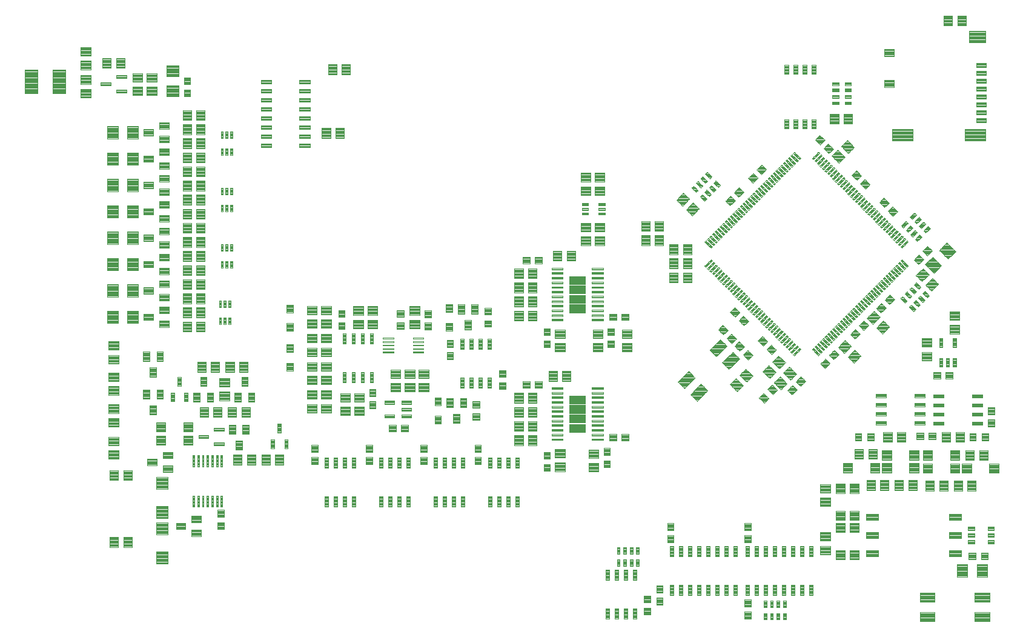
<source format=gtp>
G75*
%MOIN*%
%OFA0B0*%
%FSLAX25Y25*%
%IPPOS*%
%LPD*%
%AMOC8*
5,1,8,0,0,1.08239X$1,22.5*
%
%ADD10C,0.00394*%
%ADD11C,0.00408*%
%ADD12C,0.00409*%
%ADD13C,0.00400*%
%ADD14C,0.00396*%
%ADD15C,0.00406*%
%ADD16C,0.00100*%
%ADD17C,0.00402*%
%ADD18C,0.00400*%
%ADD19C,0.00378*%
%ADD20C,0.00413*%
%ADD21C,0.00390*%
%ADD22C,0.00386*%
%ADD23C,0.00374*%
D10*
X0218166Y0125158D02*
X0218166Y0128700D01*
X0218166Y0125158D02*
X0213048Y0125158D01*
X0213048Y0128700D01*
X0218166Y0128700D01*
X0218166Y0125551D02*
X0213048Y0125551D01*
X0213048Y0125944D02*
X0218166Y0125944D01*
X0218166Y0126337D02*
X0213048Y0126337D01*
X0213048Y0126730D02*
X0218166Y0126730D01*
X0218166Y0127123D02*
X0213048Y0127123D01*
X0213048Y0127516D02*
X0218166Y0127516D01*
X0218166Y0127909D02*
X0213048Y0127909D01*
X0213048Y0128302D02*
X0218166Y0128302D01*
X0218166Y0128695D02*
X0213048Y0128695D01*
X0226827Y0128898D02*
X0226827Y0132440D01*
X0226827Y0128898D02*
X0221709Y0128898D01*
X0221709Y0132440D01*
X0226827Y0132440D01*
X0226827Y0129291D02*
X0221709Y0129291D01*
X0221709Y0129684D02*
X0226827Y0129684D01*
X0226827Y0130077D02*
X0221709Y0130077D01*
X0221709Y0130470D02*
X0226827Y0130470D01*
X0226827Y0130863D02*
X0221709Y0130863D01*
X0221709Y0131256D02*
X0226827Y0131256D01*
X0226827Y0131649D02*
X0221709Y0131649D01*
X0221709Y0132042D02*
X0226827Y0132042D01*
X0226827Y0132435D02*
X0221709Y0132435D01*
X0226827Y0124960D02*
X0226827Y0121418D01*
X0221709Y0121418D01*
X0221709Y0124960D01*
X0226827Y0124960D01*
X0226827Y0121811D02*
X0221709Y0121811D01*
X0221709Y0122204D02*
X0226827Y0122204D01*
X0226827Y0122597D02*
X0221709Y0122597D01*
X0221709Y0122990D02*
X0226827Y0122990D01*
X0226827Y0123383D02*
X0221709Y0123383D01*
X0221709Y0123776D02*
X0226827Y0123776D01*
X0226827Y0124169D02*
X0221709Y0124169D01*
X0221709Y0124562D02*
X0226827Y0124562D01*
X0226827Y0124955D02*
X0221709Y0124955D01*
X0239459Y0125165D02*
X0239459Y0129101D01*
X0239459Y0125165D02*
X0235917Y0125165D01*
X0235917Y0129101D01*
X0239459Y0129101D01*
X0239459Y0125558D02*
X0235917Y0125558D01*
X0235917Y0125951D02*
X0239459Y0125951D01*
X0239459Y0126344D02*
X0235917Y0126344D01*
X0235917Y0126737D02*
X0239459Y0126737D01*
X0239459Y0127130D02*
X0235917Y0127130D01*
X0235917Y0127523D02*
X0239459Y0127523D01*
X0239459Y0127916D02*
X0235917Y0127916D01*
X0235917Y0128309D02*
X0239459Y0128309D01*
X0239459Y0128702D02*
X0235917Y0128702D01*
X0235917Y0129095D02*
X0239459Y0129095D01*
X0239459Y0131858D02*
X0239459Y0135794D01*
X0239459Y0131858D02*
X0235917Y0131858D01*
X0235917Y0135794D01*
X0239459Y0135794D01*
X0239459Y0132251D02*
X0235917Y0132251D01*
X0235917Y0132644D02*
X0239459Y0132644D01*
X0239459Y0133037D02*
X0235917Y0133037D01*
X0235917Y0133430D02*
X0239459Y0133430D01*
X0239459Y0133823D02*
X0235917Y0133823D01*
X0235917Y0134216D02*
X0239459Y0134216D01*
X0239459Y0134609D02*
X0235917Y0134609D01*
X0235917Y0135002D02*
X0239459Y0135002D01*
X0239459Y0135395D02*
X0235917Y0135395D01*
X0235917Y0135788D02*
X0239459Y0135788D01*
X0211077Y0156668D02*
X0211077Y0160210D01*
X0211077Y0156668D02*
X0205959Y0156668D01*
X0205959Y0160210D01*
X0211077Y0160210D01*
X0211077Y0157061D02*
X0205959Y0157061D01*
X0205959Y0157454D02*
X0211077Y0157454D01*
X0211077Y0157847D02*
X0205959Y0157847D01*
X0205959Y0158240D02*
X0211077Y0158240D01*
X0211077Y0158633D02*
X0205959Y0158633D01*
X0205959Y0159026D02*
X0211077Y0159026D01*
X0211077Y0159419D02*
X0205959Y0159419D01*
X0205959Y0159812D02*
X0211077Y0159812D01*
X0211077Y0160205D02*
X0205959Y0160205D01*
X0211077Y0164148D02*
X0211077Y0167690D01*
X0211077Y0164148D02*
X0205959Y0164148D01*
X0205959Y0167690D01*
X0211077Y0167690D01*
X0211077Y0164541D02*
X0205959Y0164541D01*
X0205959Y0164934D02*
X0211077Y0164934D01*
X0211077Y0165327D02*
X0205959Y0165327D01*
X0205959Y0165720D02*
X0211077Y0165720D01*
X0211077Y0166113D02*
X0205959Y0166113D01*
X0205959Y0166506D02*
X0211077Y0166506D01*
X0211077Y0166899D02*
X0205959Y0166899D01*
X0205959Y0167292D02*
X0211077Y0167292D01*
X0211077Y0167685D02*
X0205959Y0167685D01*
X0202416Y0163950D02*
X0202416Y0160408D01*
X0197298Y0160408D01*
X0197298Y0163950D01*
X0202416Y0163950D01*
X0202416Y0160801D02*
X0197298Y0160801D01*
X0197298Y0161194D02*
X0202416Y0161194D01*
X0202416Y0161587D02*
X0197298Y0161587D01*
X0197298Y0161980D02*
X0202416Y0161980D01*
X0202416Y0162373D02*
X0197298Y0162373D01*
X0197298Y0162766D02*
X0202416Y0162766D01*
X0202416Y0163159D02*
X0197298Y0163159D01*
X0197298Y0163552D02*
X0202416Y0163552D01*
X0202416Y0163945D02*
X0197298Y0163945D01*
X0198667Y0193407D02*
X0202209Y0193407D01*
X0202209Y0188289D01*
X0198667Y0188289D01*
X0198667Y0193407D01*
X0198667Y0188682D02*
X0202209Y0188682D01*
X0202209Y0189075D02*
X0198667Y0189075D01*
X0198667Y0189468D02*
X0202209Y0189468D01*
X0202209Y0189861D02*
X0198667Y0189861D01*
X0198667Y0190254D02*
X0202209Y0190254D01*
X0202209Y0190647D02*
X0198667Y0190647D01*
X0198667Y0191040D02*
X0202209Y0191040D01*
X0202209Y0191433D02*
X0198667Y0191433D01*
X0198667Y0191826D02*
X0202209Y0191826D01*
X0202209Y0192219D02*
X0198667Y0192219D01*
X0198667Y0192612D02*
X0202209Y0192612D01*
X0202209Y0193005D02*
X0198667Y0193005D01*
X0198667Y0193398D02*
X0202209Y0193398D01*
X0202407Y0202069D02*
X0205949Y0202069D01*
X0205949Y0196951D01*
X0202407Y0196951D01*
X0202407Y0202069D01*
X0202407Y0197344D02*
X0205949Y0197344D01*
X0205949Y0197737D02*
X0202407Y0197737D01*
X0202407Y0198130D02*
X0205949Y0198130D01*
X0205949Y0198523D02*
X0202407Y0198523D01*
X0202407Y0198916D02*
X0205949Y0198916D01*
X0205949Y0199309D02*
X0202407Y0199309D01*
X0202407Y0199702D02*
X0205949Y0199702D01*
X0205949Y0200095D02*
X0202407Y0200095D01*
X0202407Y0200488D02*
X0205949Y0200488D01*
X0205949Y0200881D02*
X0202407Y0200881D01*
X0202407Y0201274D02*
X0205949Y0201274D01*
X0205949Y0201667D02*
X0202407Y0201667D01*
X0202407Y0202060D02*
X0205949Y0202060D01*
X0198469Y0202069D02*
X0194927Y0202069D01*
X0198469Y0202069D02*
X0198469Y0196951D01*
X0194927Y0196951D01*
X0194927Y0202069D01*
X0194927Y0197344D02*
X0198469Y0197344D01*
X0198469Y0197737D02*
X0194927Y0197737D01*
X0194927Y0198130D02*
X0198469Y0198130D01*
X0198469Y0198523D02*
X0194927Y0198523D01*
X0194927Y0198916D02*
X0198469Y0198916D01*
X0198469Y0199309D02*
X0194927Y0199309D01*
X0194927Y0199702D02*
X0198469Y0199702D01*
X0198469Y0200095D02*
X0194927Y0200095D01*
X0194927Y0200488D02*
X0198469Y0200488D01*
X0198469Y0200881D02*
X0194927Y0200881D01*
X0194927Y0201274D02*
X0198469Y0201274D01*
X0198469Y0201667D02*
X0194927Y0201667D01*
X0194927Y0202060D02*
X0198469Y0202060D01*
X0198667Y0214157D02*
X0202209Y0214157D01*
X0202209Y0209039D01*
X0198667Y0209039D01*
X0198667Y0214157D01*
X0198667Y0209432D02*
X0202209Y0209432D01*
X0202209Y0209825D02*
X0198667Y0209825D01*
X0198667Y0210218D02*
X0202209Y0210218D01*
X0202209Y0210611D02*
X0198667Y0210611D01*
X0198667Y0211004D02*
X0202209Y0211004D01*
X0202209Y0211397D02*
X0198667Y0211397D01*
X0198667Y0211790D02*
X0202209Y0211790D01*
X0202209Y0212183D02*
X0198667Y0212183D01*
X0198667Y0212576D02*
X0202209Y0212576D01*
X0202209Y0212969D02*
X0198667Y0212969D01*
X0198667Y0213362D02*
X0202209Y0213362D01*
X0202209Y0213755D02*
X0198667Y0213755D01*
X0198667Y0214148D02*
X0202209Y0214148D01*
X0202407Y0222819D02*
X0205949Y0222819D01*
X0205949Y0217701D01*
X0202407Y0217701D01*
X0202407Y0222819D01*
X0202407Y0218094D02*
X0205949Y0218094D01*
X0205949Y0218487D02*
X0202407Y0218487D01*
X0202407Y0218880D02*
X0205949Y0218880D01*
X0205949Y0219273D02*
X0202407Y0219273D01*
X0202407Y0219666D02*
X0205949Y0219666D01*
X0205949Y0220059D02*
X0202407Y0220059D01*
X0202407Y0220452D02*
X0205949Y0220452D01*
X0205949Y0220845D02*
X0202407Y0220845D01*
X0202407Y0221238D02*
X0205949Y0221238D01*
X0205949Y0221631D02*
X0202407Y0221631D01*
X0202407Y0222024D02*
X0205949Y0222024D01*
X0205949Y0222417D02*
X0202407Y0222417D01*
X0202407Y0222810D02*
X0205949Y0222810D01*
X0198469Y0222819D02*
X0194927Y0222819D01*
X0198469Y0222819D02*
X0198469Y0217701D01*
X0194927Y0217701D01*
X0194927Y0222819D01*
X0194927Y0218094D02*
X0198469Y0218094D01*
X0198469Y0218487D02*
X0194927Y0218487D01*
X0194927Y0218880D02*
X0198469Y0218880D01*
X0198469Y0219273D02*
X0194927Y0219273D01*
X0194927Y0219666D02*
X0198469Y0219666D01*
X0198469Y0220059D02*
X0194927Y0220059D01*
X0194927Y0220452D02*
X0198469Y0220452D01*
X0198469Y0220845D02*
X0194927Y0220845D01*
X0194927Y0221238D02*
X0198469Y0221238D01*
X0198469Y0221631D02*
X0194927Y0221631D01*
X0194927Y0222024D02*
X0198469Y0222024D01*
X0198469Y0222417D02*
X0194927Y0222417D01*
X0194927Y0222810D02*
X0198469Y0222810D01*
X0209077Y0236418D02*
X0209077Y0239960D01*
X0209077Y0236418D02*
X0203959Y0236418D01*
X0203959Y0239960D01*
X0209077Y0239960D01*
X0209077Y0236811D02*
X0203959Y0236811D01*
X0203959Y0237204D02*
X0209077Y0237204D01*
X0209077Y0237597D02*
X0203959Y0237597D01*
X0203959Y0237990D02*
X0209077Y0237990D01*
X0209077Y0238383D02*
X0203959Y0238383D01*
X0203959Y0238776D02*
X0209077Y0238776D01*
X0209077Y0239169D02*
X0203959Y0239169D01*
X0203959Y0239562D02*
X0209077Y0239562D01*
X0209077Y0239955D02*
X0203959Y0239955D01*
X0200416Y0240158D02*
X0200416Y0243700D01*
X0200416Y0240158D02*
X0195298Y0240158D01*
X0195298Y0243700D01*
X0200416Y0243700D01*
X0200416Y0240551D02*
X0195298Y0240551D01*
X0195298Y0240944D02*
X0200416Y0240944D01*
X0200416Y0241337D02*
X0195298Y0241337D01*
X0195298Y0241730D02*
X0200416Y0241730D01*
X0200416Y0242123D02*
X0195298Y0242123D01*
X0195298Y0242516D02*
X0200416Y0242516D01*
X0200416Y0242909D02*
X0195298Y0242909D01*
X0195298Y0243302D02*
X0200416Y0243302D01*
X0200416Y0243695D02*
X0195298Y0243695D01*
X0209077Y0243898D02*
X0209077Y0247440D01*
X0209077Y0243898D02*
X0203959Y0243898D01*
X0203959Y0247440D01*
X0209077Y0247440D01*
X0209077Y0244291D02*
X0203959Y0244291D01*
X0203959Y0244684D02*
X0209077Y0244684D01*
X0209077Y0245077D02*
X0203959Y0245077D01*
X0203959Y0245470D02*
X0209077Y0245470D01*
X0209077Y0245863D02*
X0203959Y0245863D01*
X0203959Y0246256D02*
X0209077Y0246256D01*
X0209077Y0246649D02*
X0203959Y0246649D01*
X0203959Y0247042D02*
X0209077Y0247042D01*
X0209077Y0247435D02*
X0203959Y0247435D01*
X0209077Y0250918D02*
X0209077Y0254460D01*
X0209077Y0250918D02*
X0203959Y0250918D01*
X0203959Y0254460D01*
X0209077Y0254460D01*
X0209077Y0251311D02*
X0203959Y0251311D01*
X0203959Y0251704D02*
X0209077Y0251704D01*
X0209077Y0252097D02*
X0203959Y0252097D01*
X0203959Y0252490D02*
X0209077Y0252490D01*
X0209077Y0252883D02*
X0203959Y0252883D01*
X0203959Y0253276D02*
X0209077Y0253276D01*
X0209077Y0253669D02*
X0203959Y0253669D01*
X0203959Y0254062D02*
X0209077Y0254062D01*
X0209077Y0254455D02*
X0203959Y0254455D01*
X0209077Y0258398D02*
X0209077Y0261940D01*
X0209077Y0258398D02*
X0203959Y0258398D01*
X0203959Y0261940D01*
X0209077Y0261940D01*
X0209077Y0258791D02*
X0203959Y0258791D01*
X0203959Y0259184D02*
X0209077Y0259184D01*
X0209077Y0259577D02*
X0203959Y0259577D01*
X0203959Y0259970D02*
X0209077Y0259970D01*
X0209077Y0260363D02*
X0203959Y0260363D01*
X0203959Y0260756D02*
X0209077Y0260756D01*
X0209077Y0261149D02*
X0203959Y0261149D01*
X0203959Y0261542D02*
X0209077Y0261542D01*
X0209077Y0261935D02*
X0203959Y0261935D01*
X0209077Y0265418D02*
X0209077Y0268960D01*
X0209077Y0265418D02*
X0203959Y0265418D01*
X0203959Y0268960D01*
X0209077Y0268960D01*
X0209077Y0265811D02*
X0203959Y0265811D01*
X0203959Y0266204D02*
X0209077Y0266204D01*
X0209077Y0266597D02*
X0203959Y0266597D01*
X0203959Y0266990D02*
X0209077Y0266990D01*
X0209077Y0267383D02*
X0203959Y0267383D01*
X0203959Y0267776D02*
X0209077Y0267776D01*
X0209077Y0268169D02*
X0203959Y0268169D01*
X0203959Y0268562D02*
X0209077Y0268562D01*
X0209077Y0268955D02*
X0203959Y0268955D01*
X0209077Y0272898D02*
X0209077Y0276440D01*
X0209077Y0272898D02*
X0203959Y0272898D01*
X0203959Y0276440D01*
X0209077Y0276440D01*
X0209077Y0273291D02*
X0203959Y0273291D01*
X0203959Y0273684D02*
X0209077Y0273684D01*
X0209077Y0274077D02*
X0203959Y0274077D01*
X0203959Y0274470D02*
X0209077Y0274470D01*
X0209077Y0274863D02*
X0203959Y0274863D01*
X0203959Y0275256D02*
X0209077Y0275256D01*
X0209077Y0275649D02*
X0203959Y0275649D01*
X0203959Y0276042D02*
X0209077Y0276042D01*
X0209077Y0276435D02*
X0203959Y0276435D01*
X0209077Y0279918D02*
X0209077Y0283460D01*
X0209077Y0279918D02*
X0203959Y0279918D01*
X0203959Y0283460D01*
X0209077Y0283460D01*
X0209077Y0280311D02*
X0203959Y0280311D01*
X0203959Y0280704D02*
X0209077Y0280704D01*
X0209077Y0281097D02*
X0203959Y0281097D01*
X0203959Y0281490D02*
X0209077Y0281490D01*
X0209077Y0281883D02*
X0203959Y0281883D01*
X0203959Y0282276D02*
X0209077Y0282276D01*
X0209077Y0282669D02*
X0203959Y0282669D01*
X0203959Y0283062D02*
X0209077Y0283062D01*
X0209077Y0283455D02*
X0203959Y0283455D01*
X0209077Y0287398D02*
X0209077Y0290940D01*
X0209077Y0287398D02*
X0203959Y0287398D01*
X0203959Y0290940D01*
X0209077Y0290940D01*
X0209077Y0287791D02*
X0203959Y0287791D01*
X0203959Y0288184D02*
X0209077Y0288184D01*
X0209077Y0288577D02*
X0203959Y0288577D01*
X0203959Y0288970D02*
X0209077Y0288970D01*
X0209077Y0289363D02*
X0203959Y0289363D01*
X0203959Y0289756D02*
X0209077Y0289756D01*
X0209077Y0290149D02*
X0203959Y0290149D01*
X0203959Y0290542D02*
X0209077Y0290542D01*
X0209077Y0290935D02*
X0203959Y0290935D01*
X0209077Y0294418D02*
X0209077Y0297960D01*
X0209077Y0294418D02*
X0203959Y0294418D01*
X0203959Y0297960D01*
X0209077Y0297960D01*
X0209077Y0294811D02*
X0203959Y0294811D01*
X0203959Y0295204D02*
X0209077Y0295204D01*
X0209077Y0295597D02*
X0203959Y0295597D01*
X0203959Y0295990D02*
X0209077Y0295990D01*
X0209077Y0296383D02*
X0203959Y0296383D01*
X0203959Y0296776D02*
X0209077Y0296776D01*
X0209077Y0297169D02*
X0203959Y0297169D01*
X0203959Y0297562D02*
X0209077Y0297562D01*
X0209077Y0297955D02*
X0203959Y0297955D01*
X0200416Y0298158D02*
X0200416Y0301700D01*
X0200416Y0298158D02*
X0195298Y0298158D01*
X0195298Y0301700D01*
X0200416Y0301700D01*
X0200416Y0298551D02*
X0195298Y0298551D01*
X0195298Y0298944D02*
X0200416Y0298944D01*
X0200416Y0299337D02*
X0195298Y0299337D01*
X0195298Y0299730D02*
X0200416Y0299730D01*
X0200416Y0300123D02*
X0195298Y0300123D01*
X0195298Y0300516D02*
X0200416Y0300516D01*
X0200416Y0300909D02*
X0195298Y0300909D01*
X0195298Y0301302D02*
X0200416Y0301302D01*
X0200416Y0301695D02*
X0195298Y0301695D01*
X0209077Y0301898D02*
X0209077Y0305440D01*
X0209077Y0301898D02*
X0203959Y0301898D01*
X0203959Y0305440D01*
X0209077Y0305440D01*
X0209077Y0302291D02*
X0203959Y0302291D01*
X0203959Y0302684D02*
X0209077Y0302684D01*
X0209077Y0303077D02*
X0203959Y0303077D01*
X0203959Y0303470D02*
X0209077Y0303470D01*
X0209077Y0303863D02*
X0203959Y0303863D01*
X0203959Y0304256D02*
X0209077Y0304256D01*
X0209077Y0304649D02*
X0203959Y0304649D01*
X0203959Y0305042D02*
X0209077Y0305042D01*
X0209077Y0305435D02*
X0203959Y0305435D01*
X0209077Y0308918D02*
X0209077Y0312460D01*
X0209077Y0308918D02*
X0203959Y0308918D01*
X0203959Y0312460D01*
X0209077Y0312460D01*
X0209077Y0309311D02*
X0203959Y0309311D01*
X0203959Y0309704D02*
X0209077Y0309704D01*
X0209077Y0310097D02*
X0203959Y0310097D01*
X0203959Y0310490D02*
X0209077Y0310490D01*
X0209077Y0310883D02*
X0203959Y0310883D01*
X0203959Y0311276D02*
X0209077Y0311276D01*
X0209077Y0311669D02*
X0203959Y0311669D01*
X0203959Y0312062D02*
X0209077Y0312062D01*
X0209077Y0312455D02*
X0203959Y0312455D01*
X0200416Y0312658D02*
X0200416Y0316200D01*
X0200416Y0312658D02*
X0195298Y0312658D01*
X0195298Y0316200D01*
X0200416Y0316200D01*
X0200416Y0313051D02*
X0195298Y0313051D01*
X0195298Y0313444D02*
X0200416Y0313444D01*
X0200416Y0313837D02*
X0195298Y0313837D01*
X0195298Y0314230D02*
X0200416Y0314230D01*
X0200416Y0314623D02*
X0195298Y0314623D01*
X0195298Y0315016D02*
X0200416Y0315016D01*
X0200416Y0315409D02*
X0195298Y0315409D01*
X0195298Y0315802D02*
X0200416Y0315802D01*
X0200416Y0316195D02*
X0195298Y0316195D01*
X0209077Y0316398D02*
X0209077Y0319940D01*
X0209077Y0316398D02*
X0203959Y0316398D01*
X0203959Y0319940D01*
X0209077Y0319940D01*
X0209077Y0316791D02*
X0203959Y0316791D01*
X0203959Y0317184D02*
X0209077Y0317184D01*
X0209077Y0317577D02*
X0203959Y0317577D01*
X0203959Y0317970D02*
X0209077Y0317970D01*
X0209077Y0318363D02*
X0203959Y0318363D01*
X0203959Y0318756D02*
X0209077Y0318756D01*
X0209077Y0319149D02*
X0203959Y0319149D01*
X0203959Y0319542D02*
X0209077Y0319542D01*
X0209077Y0319935D02*
X0203959Y0319935D01*
X0209077Y0323418D02*
X0209077Y0326960D01*
X0209077Y0323418D02*
X0203959Y0323418D01*
X0203959Y0326960D01*
X0209077Y0326960D01*
X0209077Y0323811D02*
X0203959Y0323811D01*
X0203959Y0324204D02*
X0209077Y0324204D01*
X0209077Y0324597D02*
X0203959Y0324597D01*
X0203959Y0324990D02*
X0209077Y0324990D01*
X0209077Y0325383D02*
X0203959Y0325383D01*
X0203959Y0325776D02*
X0209077Y0325776D01*
X0209077Y0326169D02*
X0203959Y0326169D01*
X0203959Y0326562D02*
X0209077Y0326562D01*
X0209077Y0326955D02*
X0203959Y0326955D01*
X0209077Y0330898D02*
X0209077Y0334440D01*
X0209077Y0330898D02*
X0203959Y0330898D01*
X0203959Y0334440D01*
X0209077Y0334440D01*
X0209077Y0331291D02*
X0203959Y0331291D01*
X0203959Y0331684D02*
X0209077Y0331684D01*
X0209077Y0332077D02*
X0203959Y0332077D01*
X0203959Y0332470D02*
X0209077Y0332470D01*
X0209077Y0332863D02*
X0203959Y0332863D01*
X0203959Y0333256D02*
X0209077Y0333256D01*
X0209077Y0333649D02*
X0203959Y0333649D01*
X0203959Y0334042D02*
X0209077Y0334042D01*
X0209077Y0334435D02*
X0203959Y0334435D01*
X0209077Y0337918D02*
X0209077Y0341460D01*
X0209077Y0337918D02*
X0203959Y0337918D01*
X0203959Y0341460D01*
X0209077Y0341460D01*
X0209077Y0338311D02*
X0203959Y0338311D01*
X0203959Y0338704D02*
X0209077Y0338704D01*
X0209077Y0339097D02*
X0203959Y0339097D01*
X0203959Y0339490D02*
X0209077Y0339490D01*
X0209077Y0339883D02*
X0203959Y0339883D01*
X0203959Y0340276D02*
X0209077Y0340276D01*
X0209077Y0340669D02*
X0203959Y0340669D01*
X0203959Y0341062D02*
X0209077Y0341062D01*
X0209077Y0341455D02*
X0203959Y0341455D01*
X0209077Y0345398D02*
X0209077Y0348940D01*
X0209077Y0345398D02*
X0203959Y0345398D01*
X0203959Y0348940D01*
X0209077Y0348940D01*
X0209077Y0345791D02*
X0203959Y0345791D01*
X0203959Y0346184D02*
X0209077Y0346184D01*
X0209077Y0346577D02*
X0203959Y0346577D01*
X0203959Y0346970D02*
X0209077Y0346970D01*
X0209077Y0347363D02*
X0203959Y0347363D01*
X0203959Y0347756D02*
X0209077Y0347756D01*
X0209077Y0348149D02*
X0203959Y0348149D01*
X0203959Y0348542D02*
X0209077Y0348542D01*
X0209077Y0348935D02*
X0203959Y0348935D01*
X0200416Y0345200D02*
X0200416Y0341658D01*
X0195298Y0341658D01*
X0195298Y0345200D01*
X0200416Y0345200D01*
X0200416Y0342051D02*
X0195298Y0342051D01*
X0195298Y0342444D02*
X0200416Y0342444D01*
X0200416Y0342837D02*
X0195298Y0342837D01*
X0195298Y0343230D02*
X0200416Y0343230D01*
X0200416Y0343623D02*
X0195298Y0343623D01*
X0195298Y0344016D02*
X0200416Y0344016D01*
X0200416Y0344409D02*
X0195298Y0344409D01*
X0195298Y0344802D02*
X0200416Y0344802D01*
X0200416Y0345195D02*
X0195298Y0345195D01*
X0200416Y0330700D02*
X0200416Y0327158D01*
X0195298Y0327158D01*
X0195298Y0330700D01*
X0200416Y0330700D01*
X0200416Y0327551D02*
X0195298Y0327551D01*
X0195298Y0327944D02*
X0200416Y0327944D01*
X0200416Y0328337D02*
X0195298Y0328337D01*
X0195298Y0328730D02*
X0200416Y0328730D01*
X0200416Y0329123D02*
X0195298Y0329123D01*
X0195298Y0329516D02*
X0200416Y0329516D01*
X0200416Y0329909D02*
X0195298Y0329909D01*
X0195298Y0330302D02*
X0200416Y0330302D01*
X0200416Y0330695D02*
X0195298Y0330695D01*
X0220959Y0363115D02*
X0220959Y0367051D01*
X0220959Y0363115D02*
X0217417Y0363115D01*
X0217417Y0367051D01*
X0220959Y0367051D01*
X0220959Y0363508D02*
X0217417Y0363508D01*
X0217417Y0363901D02*
X0220959Y0363901D01*
X0220959Y0364294D02*
X0217417Y0364294D01*
X0217417Y0364687D02*
X0220959Y0364687D01*
X0220959Y0365080D02*
X0217417Y0365080D01*
X0217417Y0365473D02*
X0220959Y0365473D01*
X0220959Y0365866D02*
X0217417Y0365866D01*
X0217417Y0366259D02*
X0220959Y0366259D01*
X0220959Y0366652D02*
X0217417Y0366652D01*
X0217417Y0367045D02*
X0220959Y0367045D01*
X0220959Y0369808D02*
X0220959Y0373744D01*
X0220959Y0369808D02*
X0217417Y0369808D01*
X0217417Y0373744D01*
X0220959Y0373744D01*
X0220959Y0370201D02*
X0217417Y0370201D01*
X0217417Y0370594D02*
X0220959Y0370594D01*
X0220959Y0370987D02*
X0217417Y0370987D01*
X0217417Y0371380D02*
X0220959Y0371380D01*
X0220959Y0371773D02*
X0217417Y0371773D01*
X0217417Y0372166D02*
X0220959Y0372166D01*
X0220959Y0372559D02*
X0217417Y0372559D01*
X0217417Y0372952D02*
X0220959Y0372952D01*
X0220959Y0373345D02*
X0217417Y0373345D01*
X0217417Y0373738D02*
X0220959Y0373738D01*
X0200416Y0287200D02*
X0200416Y0283658D01*
X0195298Y0283658D01*
X0195298Y0287200D01*
X0200416Y0287200D01*
X0200416Y0284051D02*
X0195298Y0284051D01*
X0195298Y0284444D02*
X0200416Y0284444D01*
X0200416Y0284837D02*
X0195298Y0284837D01*
X0195298Y0285230D02*
X0200416Y0285230D01*
X0200416Y0285623D02*
X0195298Y0285623D01*
X0195298Y0286016D02*
X0200416Y0286016D01*
X0200416Y0286409D02*
X0195298Y0286409D01*
X0195298Y0286802D02*
X0200416Y0286802D01*
X0200416Y0287195D02*
X0195298Y0287195D01*
X0200416Y0272700D02*
X0200416Y0269158D01*
X0195298Y0269158D01*
X0195298Y0272700D01*
X0200416Y0272700D01*
X0200416Y0269551D02*
X0195298Y0269551D01*
X0195298Y0269944D02*
X0200416Y0269944D01*
X0200416Y0270337D02*
X0195298Y0270337D01*
X0195298Y0270730D02*
X0200416Y0270730D01*
X0200416Y0271123D02*
X0195298Y0271123D01*
X0195298Y0271516D02*
X0200416Y0271516D01*
X0200416Y0271909D02*
X0195298Y0271909D01*
X0195298Y0272302D02*
X0200416Y0272302D01*
X0200416Y0272695D02*
X0195298Y0272695D01*
X0200416Y0258200D02*
X0200416Y0254658D01*
X0195298Y0254658D01*
X0195298Y0258200D01*
X0200416Y0258200D01*
X0200416Y0255051D02*
X0195298Y0255051D01*
X0195298Y0255444D02*
X0200416Y0255444D01*
X0200416Y0255837D02*
X0195298Y0255837D01*
X0195298Y0256230D02*
X0200416Y0256230D01*
X0200416Y0256623D02*
X0195298Y0256623D01*
X0195298Y0257016D02*
X0200416Y0257016D01*
X0200416Y0257409D02*
X0195298Y0257409D01*
X0195298Y0257802D02*
X0200416Y0257802D01*
X0200416Y0258195D02*
X0195298Y0258195D01*
X0226417Y0203951D02*
X0229959Y0203951D01*
X0226417Y0203951D02*
X0226417Y0209069D01*
X0229959Y0209069D01*
X0229959Y0203951D01*
X0229959Y0204344D02*
X0226417Y0204344D01*
X0226417Y0204737D02*
X0229959Y0204737D01*
X0229959Y0205130D02*
X0226417Y0205130D01*
X0226417Y0205523D02*
X0229959Y0205523D01*
X0229959Y0205916D02*
X0226417Y0205916D01*
X0226417Y0206309D02*
X0229959Y0206309D01*
X0229959Y0206702D02*
X0226417Y0206702D01*
X0226417Y0207095D02*
X0229959Y0207095D01*
X0229959Y0207488D02*
X0226417Y0207488D01*
X0226417Y0207881D02*
X0229959Y0207881D01*
X0229959Y0208274D02*
X0226417Y0208274D01*
X0226417Y0208667D02*
X0229959Y0208667D01*
X0229959Y0209060D02*
X0226417Y0209060D01*
X0226219Y0195289D02*
X0222677Y0195289D01*
X0222677Y0200407D01*
X0226219Y0200407D01*
X0226219Y0195289D01*
X0226219Y0195682D02*
X0222677Y0195682D01*
X0222677Y0196075D02*
X0226219Y0196075D01*
X0226219Y0196468D02*
X0222677Y0196468D01*
X0222677Y0196861D02*
X0226219Y0196861D01*
X0226219Y0197254D02*
X0222677Y0197254D01*
X0222677Y0197647D02*
X0226219Y0197647D01*
X0226219Y0198040D02*
X0222677Y0198040D01*
X0222677Y0198433D02*
X0226219Y0198433D01*
X0226219Y0198826D02*
X0222677Y0198826D01*
X0222677Y0199219D02*
X0226219Y0199219D01*
X0226219Y0199612D02*
X0222677Y0199612D01*
X0222677Y0200005D02*
X0226219Y0200005D01*
X0226219Y0200398D02*
X0222677Y0200398D01*
X0230157Y0195289D02*
X0233699Y0195289D01*
X0230157Y0195289D02*
X0230157Y0200407D01*
X0233699Y0200407D01*
X0233699Y0195289D01*
X0233699Y0195682D02*
X0230157Y0195682D01*
X0230157Y0196075D02*
X0233699Y0196075D01*
X0233699Y0196468D02*
X0230157Y0196468D01*
X0230157Y0196861D02*
X0233699Y0196861D01*
X0233699Y0197254D02*
X0230157Y0197254D01*
X0230157Y0197647D02*
X0233699Y0197647D01*
X0233699Y0198040D02*
X0230157Y0198040D01*
X0230157Y0198433D02*
X0233699Y0198433D01*
X0233699Y0198826D02*
X0230157Y0198826D01*
X0230157Y0199219D02*
X0233699Y0199219D01*
X0233699Y0199612D02*
X0230157Y0199612D01*
X0230157Y0200005D02*
X0233699Y0200005D01*
X0233699Y0200398D02*
X0230157Y0200398D01*
X0245327Y0195289D02*
X0248869Y0195289D01*
X0245327Y0195289D02*
X0245327Y0200407D01*
X0248869Y0200407D01*
X0248869Y0195289D01*
X0248869Y0195682D02*
X0245327Y0195682D01*
X0245327Y0196075D02*
X0248869Y0196075D01*
X0248869Y0196468D02*
X0245327Y0196468D01*
X0245327Y0196861D02*
X0248869Y0196861D01*
X0248869Y0197254D02*
X0245327Y0197254D01*
X0245327Y0197647D02*
X0248869Y0197647D01*
X0248869Y0198040D02*
X0245327Y0198040D01*
X0245327Y0198433D02*
X0248869Y0198433D01*
X0248869Y0198826D02*
X0245327Y0198826D01*
X0245327Y0199219D02*
X0248869Y0199219D01*
X0248869Y0199612D02*
X0245327Y0199612D01*
X0245327Y0200005D02*
X0248869Y0200005D01*
X0248869Y0200398D02*
X0245327Y0200398D01*
X0249067Y0203951D02*
X0252609Y0203951D01*
X0249067Y0203951D02*
X0249067Y0209069D01*
X0252609Y0209069D01*
X0252609Y0203951D01*
X0252609Y0204344D02*
X0249067Y0204344D01*
X0249067Y0204737D02*
X0252609Y0204737D01*
X0252609Y0205130D02*
X0249067Y0205130D01*
X0249067Y0205523D02*
X0252609Y0205523D01*
X0252609Y0205916D02*
X0249067Y0205916D01*
X0249067Y0206309D02*
X0252609Y0206309D01*
X0252609Y0206702D02*
X0249067Y0206702D01*
X0249067Y0207095D02*
X0252609Y0207095D01*
X0252609Y0207488D02*
X0249067Y0207488D01*
X0249067Y0207881D02*
X0252609Y0207881D01*
X0252609Y0208274D02*
X0249067Y0208274D01*
X0249067Y0208667D02*
X0252609Y0208667D01*
X0252609Y0209060D02*
X0249067Y0209060D01*
X0252807Y0195289D02*
X0256349Y0195289D01*
X0252807Y0195289D02*
X0252807Y0200407D01*
X0256349Y0200407D01*
X0256349Y0195289D01*
X0256349Y0195682D02*
X0252807Y0195682D01*
X0252807Y0196075D02*
X0256349Y0196075D01*
X0256349Y0196468D02*
X0252807Y0196468D01*
X0252807Y0196861D02*
X0256349Y0196861D01*
X0256349Y0197254D02*
X0252807Y0197254D01*
X0252807Y0197647D02*
X0256349Y0197647D01*
X0256349Y0198040D02*
X0252807Y0198040D01*
X0252807Y0198433D02*
X0256349Y0198433D01*
X0256349Y0198826D02*
X0252807Y0198826D01*
X0252807Y0199219D02*
X0256349Y0199219D01*
X0256349Y0199612D02*
X0252807Y0199612D01*
X0252807Y0200005D02*
X0256349Y0200005D01*
X0256349Y0200398D02*
X0252807Y0200398D01*
X0273917Y0212396D02*
X0273917Y0216726D01*
X0277459Y0216726D01*
X0277459Y0212396D01*
X0273917Y0212396D01*
X0273917Y0212789D02*
X0277459Y0212789D01*
X0277459Y0213182D02*
X0273917Y0213182D01*
X0273917Y0213575D02*
X0277459Y0213575D01*
X0277459Y0213968D02*
X0273917Y0213968D01*
X0273917Y0214361D02*
X0277459Y0214361D01*
X0277459Y0214754D02*
X0273917Y0214754D01*
X0273917Y0215147D02*
X0277459Y0215147D01*
X0277459Y0215540D02*
X0273917Y0215540D01*
X0273917Y0215933D02*
X0277459Y0215933D01*
X0277459Y0216326D02*
X0273917Y0216326D01*
X0273917Y0216719D02*
X0277459Y0216719D01*
X0273917Y0222632D02*
X0273917Y0226962D01*
X0277459Y0226962D01*
X0277459Y0222632D01*
X0273917Y0222632D01*
X0273917Y0223025D02*
X0277459Y0223025D01*
X0277459Y0223418D02*
X0273917Y0223418D01*
X0273917Y0223811D02*
X0277459Y0223811D01*
X0277459Y0224204D02*
X0273917Y0224204D01*
X0273917Y0224597D02*
X0277459Y0224597D01*
X0277459Y0224990D02*
X0273917Y0224990D01*
X0273917Y0225383D02*
X0277459Y0225383D01*
X0277459Y0225776D02*
X0273917Y0225776D01*
X0273917Y0226169D02*
X0277459Y0226169D01*
X0277459Y0226562D02*
X0273917Y0226562D01*
X0273917Y0226955D02*
X0277459Y0226955D01*
X0277459Y0234146D02*
X0277459Y0238476D01*
X0277459Y0234146D02*
X0273917Y0234146D01*
X0273917Y0238476D01*
X0277459Y0238476D01*
X0277459Y0234539D02*
X0273917Y0234539D01*
X0273917Y0234932D02*
X0277459Y0234932D01*
X0277459Y0235325D02*
X0273917Y0235325D01*
X0273917Y0235718D02*
X0277459Y0235718D01*
X0277459Y0236111D02*
X0273917Y0236111D01*
X0273917Y0236504D02*
X0277459Y0236504D01*
X0277459Y0236897D02*
X0273917Y0236897D01*
X0273917Y0237290D02*
X0277459Y0237290D01*
X0277459Y0237683D02*
X0273917Y0237683D01*
X0273917Y0238076D02*
X0277459Y0238076D01*
X0277459Y0238469D02*
X0273917Y0238469D01*
X0277459Y0244382D02*
X0277459Y0248712D01*
X0277459Y0244382D02*
X0273917Y0244382D01*
X0273917Y0248712D01*
X0277459Y0248712D01*
X0277459Y0244775D02*
X0273917Y0244775D01*
X0273917Y0245168D02*
X0277459Y0245168D01*
X0277459Y0245561D02*
X0273917Y0245561D01*
X0273917Y0245954D02*
X0277459Y0245954D01*
X0277459Y0246347D02*
X0273917Y0246347D01*
X0273917Y0246740D02*
X0277459Y0246740D01*
X0277459Y0247133D02*
X0273917Y0247133D01*
X0273917Y0247526D02*
X0277459Y0247526D01*
X0277459Y0247919D02*
X0273917Y0247919D01*
X0273917Y0248312D02*
X0277459Y0248312D01*
X0277459Y0248705D02*
X0273917Y0248705D01*
X0305959Y0245744D02*
X0305959Y0241808D01*
X0302417Y0241808D01*
X0302417Y0245744D01*
X0305959Y0245744D01*
X0305959Y0242201D02*
X0302417Y0242201D01*
X0302417Y0242594D02*
X0305959Y0242594D01*
X0305959Y0242987D02*
X0302417Y0242987D01*
X0302417Y0243380D02*
X0305959Y0243380D01*
X0305959Y0243773D02*
X0302417Y0243773D01*
X0302417Y0244166D02*
X0305959Y0244166D01*
X0305959Y0244559D02*
X0302417Y0244559D01*
X0302417Y0244952D02*
X0305959Y0244952D01*
X0305959Y0245345D02*
X0302417Y0245345D01*
X0302417Y0245738D02*
X0305959Y0245738D01*
X0305959Y0239051D02*
X0305959Y0235115D01*
X0302417Y0235115D01*
X0302417Y0239051D01*
X0305959Y0239051D01*
X0305959Y0235508D02*
X0302417Y0235508D01*
X0302417Y0235901D02*
X0305959Y0235901D01*
X0305959Y0236294D02*
X0302417Y0236294D01*
X0302417Y0236687D02*
X0305959Y0236687D01*
X0305959Y0237080D02*
X0302417Y0237080D01*
X0302417Y0237473D02*
X0305959Y0237473D01*
X0305959Y0237866D02*
X0302417Y0237866D01*
X0302417Y0238259D02*
X0305959Y0238259D01*
X0305959Y0238652D02*
X0302417Y0238652D01*
X0302417Y0239045D02*
X0305959Y0239045D01*
X0338406Y0238854D02*
X0338406Y0235312D01*
X0334470Y0235312D01*
X0334470Y0238854D01*
X0338406Y0238854D01*
X0338406Y0235705D02*
X0334470Y0235705D01*
X0334470Y0236098D02*
X0338406Y0236098D01*
X0338406Y0236491D02*
X0334470Y0236491D01*
X0334470Y0236884D02*
X0338406Y0236884D01*
X0338406Y0237277D02*
X0334470Y0237277D01*
X0334470Y0237670D02*
X0338406Y0237670D01*
X0338406Y0238063D02*
X0334470Y0238063D01*
X0334470Y0238456D02*
X0338406Y0238456D01*
X0338406Y0238849D02*
X0334470Y0238849D01*
X0338406Y0242005D02*
X0338406Y0245547D01*
X0338406Y0242005D02*
X0334470Y0242005D01*
X0334470Y0245547D01*
X0338406Y0245547D01*
X0338406Y0242398D02*
X0334470Y0242398D01*
X0334470Y0242791D02*
X0338406Y0242791D01*
X0338406Y0243184D02*
X0334470Y0243184D01*
X0334470Y0243577D02*
X0338406Y0243577D01*
X0338406Y0243970D02*
X0334470Y0243970D01*
X0334470Y0244363D02*
X0338406Y0244363D01*
X0338406Y0244756D02*
X0334470Y0244756D01*
X0334470Y0245149D02*
X0338406Y0245149D01*
X0338406Y0245542D02*
X0334470Y0245542D01*
X0353459Y0245494D02*
X0353459Y0241558D01*
X0349917Y0241558D01*
X0349917Y0245494D01*
X0353459Y0245494D01*
X0353459Y0241951D02*
X0349917Y0241951D01*
X0349917Y0242344D02*
X0353459Y0242344D01*
X0353459Y0242737D02*
X0349917Y0242737D01*
X0349917Y0243130D02*
X0353459Y0243130D01*
X0353459Y0243523D02*
X0349917Y0243523D01*
X0349917Y0243916D02*
X0353459Y0243916D01*
X0353459Y0244309D02*
X0349917Y0244309D01*
X0349917Y0244702D02*
X0353459Y0244702D01*
X0353459Y0245095D02*
X0349917Y0245095D01*
X0349917Y0245488D02*
X0353459Y0245488D01*
X0353459Y0238801D02*
X0353459Y0234865D01*
X0349917Y0234865D01*
X0349917Y0238801D01*
X0353459Y0238801D01*
X0353459Y0235258D02*
X0349917Y0235258D01*
X0349917Y0235651D02*
X0353459Y0235651D01*
X0353459Y0236044D02*
X0349917Y0236044D01*
X0349917Y0236437D02*
X0353459Y0236437D01*
X0353459Y0236830D02*
X0349917Y0236830D01*
X0349917Y0237223D02*
X0353459Y0237223D01*
X0353459Y0237616D02*
X0349917Y0237616D01*
X0349917Y0238009D02*
X0353459Y0238009D01*
X0353459Y0238402D02*
X0349917Y0238402D01*
X0349917Y0238795D02*
X0353459Y0238795D01*
X0361667Y0238726D02*
X0361667Y0234396D01*
X0361667Y0238726D02*
X0365209Y0238726D01*
X0365209Y0234396D01*
X0361667Y0234396D01*
X0361667Y0234789D02*
X0365209Y0234789D01*
X0365209Y0235182D02*
X0361667Y0235182D01*
X0361667Y0235575D02*
X0365209Y0235575D01*
X0365209Y0235968D02*
X0361667Y0235968D01*
X0361667Y0236361D02*
X0365209Y0236361D01*
X0365209Y0236754D02*
X0361667Y0236754D01*
X0361667Y0237147D02*
X0365209Y0237147D01*
X0365209Y0237540D02*
X0361667Y0237540D01*
X0361667Y0237933D02*
X0365209Y0237933D01*
X0365209Y0238326D02*
X0361667Y0238326D01*
X0361667Y0238719D02*
X0365209Y0238719D01*
X0371917Y0240157D02*
X0375459Y0240157D01*
X0375459Y0235039D01*
X0371917Y0235039D01*
X0371917Y0240157D01*
X0371917Y0235432D02*
X0375459Y0235432D01*
X0375459Y0235825D02*
X0371917Y0235825D01*
X0371917Y0236218D02*
X0375459Y0236218D01*
X0375459Y0236611D02*
X0371917Y0236611D01*
X0371917Y0237004D02*
X0375459Y0237004D01*
X0375459Y0237397D02*
X0371917Y0237397D01*
X0371917Y0237790D02*
X0375459Y0237790D01*
X0375459Y0238183D02*
X0371917Y0238183D01*
X0371917Y0238576D02*
X0375459Y0238576D01*
X0375459Y0238969D02*
X0371917Y0238969D01*
X0371917Y0239362D02*
X0375459Y0239362D01*
X0375459Y0239755D02*
X0371917Y0239755D01*
X0371917Y0240148D02*
X0375459Y0240148D01*
X0375657Y0248819D02*
X0379199Y0248819D01*
X0379199Y0243701D01*
X0375657Y0243701D01*
X0375657Y0248819D01*
X0375657Y0244094D02*
X0379199Y0244094D01*
X0379199Y0244487D02*
X0375657Y0244487D01*
X0375657Y0244880D02*
X0379199Y0244880D01*
X0379199Y0245273D02*
X0375657Y0245273D01*
X0375657Y0245666D02*
X0379199Y0245666D01*
X0379199Y0246059D02*
X0375657Y0246059D01*
X0375657Y0246452D02*
X0379199Y0246452D01*
X0379199Y0246845D02*
X0375657Y0246845D01*
X0375657Y0247238D02*
X0379199Y0247238D01*
X0379199Y0247631D02*
X0375657Y0247631D01*
X0375657Y0248024D02*
X0379199Y0248024D01*
X0379199Y0248417D02*
X0375657Y0248417D01*
X0375657Y0248810D02*
X0379199Y0248810D01*
X0386656Y0246797D02*
X0386656Y0243255D01*
X0382720Y0243255D01*
X0382720Y0246797D01*
X0386656Y0246797D01*
X0386656Y0243648D02*
X0382720Y0243648D01*
X0382720Y0244041D02*
X0386656Y0244041D01*
X0386656Y0244434D02*
X0382720Y0244434D01*
X0382720Y0244827D02*
X0386656Y0244827D01*
X0386656Y0245220D02*
X0382720Y0245220D01*
X0382720Y0245613D02*
X0386656Y0245613D01*
X0386656Y0246006D02*
X0382720Y0246006D01*
X0382720Y0246399D02*
X0386656Y0246399D01*
X0386656Y0246792D02*
X0382720Y0246792D01*
X0386656Y0240104D02*
X0386656Y0236562D01*
X0382720Y0236562D01*
X0382720Y0240104D01*
X0386656Y0240104D01*
X0386656Y0236955D02*
X0382720Y0236955D01*
X0382720Y0237348D02*
X0386656Y0237348D01*
X0386656Y0237741D02*
X0382720Y0237741D01*
X0382720Y0238134D02*
X0386656Y0238134D01*
X0386656Y0238527D02*
X0382720Y0238527D01*
X0382720Y0238920D02*
X0386656Y0238920D01*
X0386656Y0239313D02*
X0382720Y0239313D01*
X0382720Y0239706D02*
X0386656Y0239706D01*
X0386656Y0240099D02*
X0382720Y0240099D01*
X0371719Y0248819D02*
X0368177Y0248819D01*
X0371719Y0248819D02*
X0371719Y0243701D01*
X0368177Y0243701D01*
X0368177Y0248819D01*
X0368177Y0244094D02*
X0371719Y0244094D01*
X0371719Y0244487D02*
X0368177Y0244487D01*
X0368177Y0244880D02*
X0371719Y0244880D01*
X0371719Y0245273D02*
X0368177Y0245273D01*
X0368177Y0245666D02*
X0371719Y0245666D01*
X0371719Y0246059D02*
X0368177Y0246059D01*
X0368177Y0246452D02*
X0371719Y0246452D01*
X0371719Y0246845D02*
X0368177Y0246845D01*
X0368177Y0247238D02*
X0371719Y0247238D01*
X0371719Y0247631D02*
X0368177Y0247631D01*
X0368177Y0248024D02*
X0371719Y0248024D01*
X0371719Y0248417D02*
X0368177Y0248417D01*
X0368177Y0248810D02*
X0371719Y0248810D01*
X0361667Y0248962D02*
X0361667Y0244632D01*
X0361667Y0248962D02*
X0365209Y0248962D01*
X0365209Y0244632D01*
X0361667Y0244632D01*
X0361667Y0245025D02*
X0365209Y0245025D01*
X0365209Y0245418D02*
X0361667Y0245418D01*
X0361667Y0245811D02*
X0365209Y0245811D01*
X0365209Y0246204D02*
X0361667Y0246204D01*
X0361667Y0246597D02*
X0365209Y0246597D01*
X0365209Y0246990D02*
X0361667Y0246990D01*
X0361667Y0247383D02*
X0365209Y0247383D01*
X0365209Y0247776D02*
X0361667Y0247776D01*
X0361667Y0248169D02*
X0365209Y0248169D01*
X0365209Y0248562D02*
X0361667Y0248562D01*
X0361667Y0248955D02*
X0365209Y0248955D01*
X0362167Y0229244D02*
X0362167Y0225308D01*
X0362167Y0229244D02*
X0365709Y0229244D01*
X0365709Y0225308D01*
X0362167Y0225308D01*
X0362167Y0225701D02*
X0365709Y0225701D01*
X0365709Y0226094D02*
X0362167Y0226094D01*
X0362167Y0226487D02*
X0365709Y0226487D01*
X0365709Y0226880D02*
X0362167Y0226880D01*
X0362167Y0227273D02*
X0365709Y0227273D01*
X0365709Y0227666D02*
X0362167Y0227666D01*
X0362167Y0228059D02*
X0365709Y0228059D01*
X0365709Y0228452D02*
X0362167Y0228452D01*
X0362167Y0228845D02*
X0365709Y0228845D01*
X0365709Y0229238D02*
X0362167Y0229238D01*
X0362167Y0222551D02*
X0362167Y0218615D01*
X0362167Y0222551D02*
X0365709Y0222551D01*
X0365709Y0218615D01*
X0362167Y0218615D01*
X0362167Y0219008D02*
X0365709Y0219008D01*
X0365709Y0219401D02*
X0362167Y0219401D01*
X0362167Y0219794D02*
X0365709Y0219794D01*
X0365709Y0220187D02*
X0362167Y0220187D01*
X0362167Y0220580D02*
X0365709Y0220580D01*
X0365709Y0220973D02*
X0362167Y0220973D01*
X0362167Y0221366D02*
X0365709Y0221366D01*
X0365709Y0221759D02*
X0362167Y0221759D01*
X0362167Y0222152D02*
X0365709Y0222152D01*
X0365709Y0222545D02*
X0362167Y0222545D01*
X0394459Y0212744D02*
X0394459Y0208808D01*
X0390917Y0208808D01*
X0390917Y0212744D01*
X0394459Y0212744D01*
X0394459Y0209201D02*
X0390917Y0209201D01*
X0390917Y0209594D02*
X0394459Y0209594D01*
X0394459Y0209987D02*
X0390917Y0209987D01*
X0390917Y0210380D02*
X0394459Y0210380D01*
X0394459Y0210773D02*
X0390917Y0210773D01*
X0390917Y0211166D02*
X0394459Y0211166D01*
X0394459Y0211559D02*
X0390917Y0211559D01*
X0390917Y0211952D02*
X0394459Y0211952D01*
X0394459Y0212345D02*
X0390917Y0212345D01*
X0390917Y0212738D02*
X0394459Y0212738D01*
X0394459Y0206051D02*
X0394459Y0202115D01*
X0390917Y0202115D01*
X0390917Y0206051D01*
X0394459Y0206051D01*
X0394459Y0202508D02*
X0390917Y0202508D01*
X0390917Y0202901D02*
X0394459Y0202901D01*
X0394459Y0203294D02*
X0390917Y0203294D01*
X0390917Y0203687D02*
X0394459Y0203687D01*
X0394459Y0204080D02*
X0390917Y0204080D01*
X0390917Y0204473D02*
X0394459Y0204473D01*
X0394459Y0204866D02*
X0390917Y0204866D01*
X0390917Y0205259D02*
X0394459Y0205259D01*
X0394459Y0205652D02*
X0390917Y0205652D01*
X0390917Y0206045D02*
X0394459Y0206045D01*
X0403873Y0206450D02*
X0407809Y0206450D01*
X0407809Y0202908D01*
X0403873Y0202908D01*
X0403873Y0206450D01*
X0403873Y0203301D02*
X0407809Y0203301D01*
X0407809Y0203694D02*
X0403873Y0203694D01*
X0403873Y0204087D02*
X0407809Y0204087D01*
X0407809Y0204480D02*
X0403873Y0204480D01*
X0403873Y0204873D02*
X0407809Y0204873D01*
X0407809Y0205266D02*
X0403873Y0205266D01*
X0403873Y0205659D02*
X0407809Y0205659D01*
X0407809Y0206052D02*
X0403873Y0206052D01*
X0403873Y0206445D02*
X0407809Y0206445D01*
X0410566Y0206450D02*
X0414502Y0206450D01*
X0414502Y0202908D01*
X0410566Y0202908D01*
X0410566Y0206450D01*
X0410566Y0203301D02*
X0414502Y0203301D01*
X0414502Y0203694D02*
X0410566Y0203694D01*
X0410566Y0204087D02*
X0414502Y0204087D01*
X0414502Y0204480D02*
X0410566Y0204480D01*
X0410566Y0204873D02*
X0414502Y0204873D01*
X0414502Y0205266D02*
X0410566Y0205266D01*
X0410566Y0205659D02*
X0414502Y0205659D01*
X0414502Y0206052D02*
X0410566Y0206052D01*
X0410566Y0206445D02*
X0414502Y0206445D01*
X0415417Y0225115D02*
X0415417Y0229051D01*
X0418959Y0229051D01*
X0418959Y0225115D01*
X0415417Y0225115D01*
X0415417Y0225508D02*
X0418959Y0225508D01*
X0418959Y0225901D02*
X0415417Y0225901D01*
X0415417Y0226294D02*
X0418959Y0226294D01*
X0418959Y0226687D02*
X0415417Y0226687D01*
X0415417Y0227080D02*
X0418959Y0227080D01*
X0418959Y0227473D02*
X0415417Y0227473D01*
X0415417Y0227866D02*
X0418959Y0227866D01*
X0418959Y0228259D02*
X0415417Y0228259D01*
X0415417Y0228652D02*
X0418959Y0228652D01*
X0418959Y0229045D02*
X0415417Y0229045D01*
X0415417Y0231808D02*
X0415417Y0235744D01*
X0418959Y0235744D01*
X0418959Y0231808D01*
X0415417Y0231808D01*
X0415417Y0232201D02*
X0418959Y0232201D01*
X0418959Y0232594D02*
X0415417Y0232594D01*
X0415417Y0232987D02*
X0418959Y0232987D01*
X0418959Y0233380D02*
X0415417Y0233380D01*
X0415417Y0233773D02*
X0418959Y0233773D01*
X0418959Y0234166D02*
X0415417Y0234166D01*
X0415417Y0234559D02*
X0418959Y0234559D01*
X0418959Y0234952D02*
X0415417Y0234952D01*
X0415417Y0235345D02*
X0418959Y0235345D01*
X0418959Y0235738D02*
X0415417Y0235738D01*
X0450667Y0235744D02*
X0450667Y0231808D01*
X0450667Y0235744D02*
X0454209Y0235744D01*
X0454209Y0231808D01*
X0450667Y0231808D01*
X0450667Y0232201D02*
X0454209Y0232201D01*
X0454209Y0232594D02*
X0450667Y0232594D01*
X0450667Y0232987D02*
X0454209Y0232987D01*
X0454209Y0233380D02*
X0450667Y0233380D01*
X0450667Y0233773D02*
X0454209Y0233773D01*
X0454209Y0234166D02*
X0450667Y0234166D01*
X0450667Y0234559D02*
X0454209Y0234559D01*
X0454209Y0234952D02*
X0450667Y0234952D01*
X0450667Y0235345D02*
X0454209Y0235345D01*
X0454209Y0235738D02*
X0450667Y0235738D01*
X0451623Y0240158D02*
X0455559Y0240158D01*
X0451623Y0240158D02*
X0451623Y0243700D01*
X0455559Y0243700D01*
X0455559Y0240158D01*
X0455559Y0240551D02*
X0451623Y0240551D01*
X0451623Y0240944D02*
X0455559Y0240944D01*
X0455559Y0241337D02*
X0451623Y0241337D01*
X0451623Y0241730D02*
X0455559Y0241730D01*
X0455559Y0242123D02*
X0451623Y0242123D01*
X0451623Y0242516D02*
X0455559Y0242516D01*
X0455559Y0242909D02*
X0451623Y0242909D01*
X0451623Y0243302D02*
X0455559Y0243302D01*
X0455559Y0243695D02*
X0451623Y0243695D01*
X0458316Y0240158D02*
X0462252Y0240158D01*
X0458316Y0240158D02*
X0458316Y0243700D01*
X0462252Y0243700D01*
X0462252Y0240158D01*
X0462252Y0240551D02*
X0458316Y0240551D01*
X0458316Y0240944D02*
X0462252Y0240944D01*
X0462252Y0241337D02*
X0458316Y0241337D01*
X0458316Y0241730D02*
X0462252Y0241730D01*
X0462252Y0242123D02*
X0458316Y0242123D01*
X0458316Y0242516D02*
X0462252Y0242516D01*
X0462252Y0242909D02*
X0458316Y0242909D01*
X0458316Y0243302D02*
X0462252Y0243302D01*
X0462252Y0243695D02*
X0458316Y0243695D01*
X0450667Y0229051D02*
X0450667Y0225115D01*
X0450667Y0229051D02*
X0454209Y0229051D01*
X0454209Y0225115D01*
X0450667Y0225115D01*
X0450667Y0225508D02*
X0454209Y0225508D01*
X0454209Y0225901D02*
X0450667Y0225901D01*
X0450667Y0226294D02*
X0454209Y0226294D01*
X0454209Y0226687D02*
X0450667Y0226687D01*
X0450667Y0227080D02*
X0454209Y0227080D01*
X0454209Y0227473D02*
X0450667Y0227473D01*
X0450667Y0227866D02*
X0454209Y0227866D01*
X0454209Y0228259D02*
X0450667Y0228259D01*
X0450667Y0228652D02*
X0454209Y0228652D01*
X0454209Y0229045D02*
X0450667Y0229045D01*
X0511428Y0234934D02*
X0514210Y0232152D01*
X0511428Y0234934D02*
X0513932Y0237438D01*
X0516714Y0234656D01*
X0514210Y0232152D01*
X0514603Y0232545D02*
X0513817Y0232545D01*
X0513424Y0232938D02*
X0514996Y0232938D01*
X0515389Y0233331D02*
X0513031Y0233331D01*
X0512638Y0233724D02*
X0515782Y0233724D01*
X0516175Y0234117D02*
X0512245Y0234117D01*
X0511852Y0234510D02*
X0516568Y0234510D01*
X0516467Y0234903D02*
X0511459Y0234903D01*
X0511790Y0235296D02*
X0516074Y0235296D01*
X0515681Y0235689D02*
X0512183Y0235689D01*
X0512576Y0236082D02*
X0515288Y0236082D01*
X0514895Y0236475D02*
X0512969Y0236475D01*
X0513362Y0236868D02*
X0514502Y0236868D01*
X0514109Y0237261D02*
X0513755Y0237261D01*
X0523314Y0244456D02*
X0520532Y0247238D01*
X0523314Y0244456D02*
X0520810Y0241952D01*
X0518028Y0244734D01*
X0520532Y0247238D01*
X0520417Y0242345D02*
X0521203Y0242345D01*
X0521596Y0242738D02*
X0520024Y0242738D01*
X0519631Y0243131D02*
X0521989Y0243131D01*
X0522382Y0243524D02*
X0519238Y0243524D01*
X0518845Y0243917D02*
X0522775Y0243917D01*
X0523168Y0244310D02*
X0518452Y0244310D01*
X0518059Y0244703D02*
X0523067Y0244703D01*
X0522674Y0245096D02*
X0518390Y0245096D01*
X0518783Y0245489D02*
X0522281Y0245489D01*
X0521888Y0245882D02*
X0519176Y0245882D01*
X0519569Y0246275D02*
X0521495Y0246275D01*
X0521102Y0246668D02*
X0519962Y0246668D01*
X0520355Y0247061D02*
X0520709Y0247061D01*
X0525265Y0242506D02*
X0528047Y0239724D01*
X0525543Y0237220D01*
X0522761Y0240002D01*
X0525265Y0242506D01*
X0525150Y0237613D02*
X0525936Y0237613D01*
X0526329Y0238006D02*
X0524757Y0238006D01*
X0524364Y0238399D02*
X0526722Y0238399D01*
X0527115Y0238792D02*
X0523971Y0238792D01*
X0523578Y0239185D02*
X0527508Y0239185D01*
X0527901Y0239578D02*
X0523185Y0239578D01*
X0522792Y0239971D02*
X0527800Y0239971D01*
X0527407Y0240364D02*
X0523123Y0240364D01*
X0523516Y0240757D02*
X0527014Y0240757D01*
X0526621Y0241150D02*
X0523909Y0241150D01*
X0524302Y0241543D02*
X0526228Y0241543D01*
X0525835Y0241936D02*
X0524695Y0241936D01*
X0525088Y0242329D02*
X0525442Y0242329D01*
X0516161Y0230202D02*
X0518943Y0227420D01*
X0516161Y0230202D02*
X0518665Y0232706D01*
X0521447Y0229924D01*
X0518943Y0227420D01*
X0519336Y0227813D02*
X0518550Y0227813D01*
X0518157Y0228206D02*
X0519729Y0228206D01*
X0520122Y0228599D02*
X0517764Y0228599D01*
X0517371Y0228992D02*
X0520515Y0228992D01*
X0520908Y0229385D02*
X0516978Y0229385D01*
X0516585Y0229778D02*
X0521301Y0229778D01*
X0521200Y0230171D02*
X0516192Y0230171D01*
X0516523Y0230564D02*
X0520807Y0230564D01*
X0520414Y0230957D02*
X0516916Y0230957D01*
X0517309Y0231350D02*
X0520021Y0231350D01*
X0519628Y0231743D02*
X0517702Y0231743D01*
X0518095Y0232136D02*
X0519235Y0232136D01*
X0518842Y0232529D02*
X0518488Y0232529D01*
X0522932Y0228438D02*
X0525714Y0225656D01*
X0523210Y0223152D01*
X0520428Y0225934D01*
X0522932Y0228438D01*
X0522817Y0223545D02*
X0523603Y0223545D01*
X0523996Y0223938D02*
X0522424Y0223938D01*
X0522031Y0224331D02*
X0524389Y0224331D01*
X0524782Y0224724D02*
X0521638Y0224724D01*
X0521245Y0225117D02*
X0525175Y0225117D01*
X0525568Y0225510D02*
X0520852Y0225510D01*
X0520459Y0225903D02*
X0525467Y0225903D01*
X0525074Y0226296D02*
X0520790Y0226296D01*
X0521183Y0226689D02*
X0524681Y0226689D01*
X0524288Y0227082D02*
X0521576Y0227082D01*
X0521969Y0227475D02*
X0523895Y0227475D01*
X0523502Y0227868D02*
X0522362Y0227868D01*
X0522755Y0228261D02*
X0523109Y0228261D01*
X0527665Y0223706D02*
X0530447Y0220924D01*
X0527943Y0218420D01*
X0525161Y0221202D01*
X0527665Y0223706D01*
X0527550Y0218813D02*
X0528336Y0218813D01*
X0528729Y0219206D02*
X0527157Y0219206D01*
X0526764Y0219599D02*
X0529122Y0219599D01*
X0529515Y0219992D02*
X0526371Y0219992D01*
X0525978Y0220385D02*
X0529908Y0220385D01*
X0530301Y0220778D02*
X0525585Y0220778D01*
X0525192Y0221171D02*
X0530200Y0221171D01*
X0529807Y0221564D02*
X0525523Y0221564D01*
X0525916Y0221957D02*
X0529414Y0221957D01*
X0529021Y0222350D02*
X0526309Y0222350D01*
X0526702Y0222743D02*
X0528628Y0222743D01*
X0528235Y0223136D02*
X0527095Y0223136D01*
X0527488Y0223529D02*
X0527842Y0223529D01*
X0533328Y0228884D02*
X0536110Y0226102D01*
X0533328Y0228884D02*
X0535832Y0231388D01*
X0538614Y0228606D01*
X0536110Y0226102D01*
X0536503Y0226495D02*
X0535717Y0226495D01*
X0535324Y0226888D02*
X0536896Y0226888D01*
X0537289Y0227281D02*
X0534931Y0227281D01*
X0534538Y0227674D02*
X0537682Y0227674D01*
X0538075Y0228067D02*
X0534145Y0228067D01*
X0533752Y0228460D02*
X0538468Y0228460D01*
X0538367Y0228853D02*
X0533359Y0228853D01*
X0533690Y0229246D02*
X0537974Y0229246D01*
X0537581Y0229639D02*
X0534083Y0229639D01*
X0534476Y0230032D02*
X0537188Y0230032D01*
X0536795Y0230425D02*
X0534869Y0230425D01*
X0535262Y0230818D02*
X0536402Y0230818D01*
X0536009Y0231211D02*
X0535655Y0231211D01*
X0538061Y0224152D02*
X0540843Y0221370D01*
X0538061Y0224152D02*
X0540565Y0226656D01*
X0543347Y0223874D01*
X0540843Y0221370D01*
X0541236Y0221763D02*
X0540450Y0221763D01*
X0540057Y0222156D02*
X0541629Y0222156D01*
X0542022Y0222549D02*
X0539664Y0222549D01*
X0539271Y0222942D02*
X0542415Y0222942D01*
X0542808Y0223335D02*
X0538878Y0223335D01*
X0538485Y0223728D02*
X0543201Y0223728D01*
X0543100Y0224121D02*
X0538092Y0224121D01*
X0538423Y0224514D02*
X0542707Y0224514D01*
X0542314Y0224907D02*
X0538816Y0224907D01*
X0539209Y0225300D02*
X0541921Y0225300D01*
X0541528Y0225693D02*
X0539602Y0225693D01*
X0539995Y0226086D02*
X0541135Y0226086D01*
X0540742Y0226479D02*
X0540388Y0226479D01*
X0557043Y0209138D02*
X0554261Y0206356D01*
X0557043Y0209138D02*
X0559547Y0206634D01*
X0556765Y0203852D01*
X0554261Y0206356D01*
X0556372Y0204245D02*
X0557158Y0204245D01*
X0557551Y0204638D02*
X0555979Y0204638D01*
X0555586Y0205031D02*
X0557944Y0205031D01*
X0558337Y0205424D02*
X0555193Y0205424D01*
X0554800Y0205817D02*
X0558730Y0205817D01*
X0559123Y0206210D02*
X0554407Y0206210D01*
X0554508Y0206603D02*
X0559516Y0206603D01*
X0559185Y0206996D02*
X0554901Y0206996D01*
X0555294Y0207389D02*
X0558792Y0207389D01*
X0558399Y0207782D02*
X0555687Y0207782D01*
X0556080Y0208175D02*
X0558006Y0208175D01*
X0557613Y0208568D02*
X0556473Y0208568D01*
X0556866Y0208961D02*
X0557220Y0208961D01*
X0552310Y0204406D02*
X0549528Y0201624D01*
X0552310Y0204406D02*
X0554814Y0201902D01*
X0552032Y0199120D01*
X0549528Y0201624D01*
X0551639Y0199513D02*
X0552425Y0199513D01*
X0552818Y0199906D02*
X0551246Y0199906D01*
X0550853Y0200299D02*
X0553211Y0200299D01*
X0553604Y0200692D02*
X0550460Y0200692D01*
X0550067Y0201085D02*
X0553997Y0201085D01*
X0554390Y0201478D02*
X0549674Y0201478D01*
X0549775Y0201871D02*
X0554783Y0201871D01*
X0554452Y0202264D02*
X0550168Y0202264D01*
X0550561Y0202657D02*
X0554059Y0202657D01*
X0553666Y0203050D02*
X0550954Y0203050D01*
X0551347Y0203443D02*
X0553273Y0203443D01*
X0552880Y0203836D02*
X0551740Y0203836D01*
X0552133Y0204229D02*
X0552487Y0204229D01*
X0543947Y0201906D02*
X0541443Y0199402D01*
X0538661Y0202184D01*
X0541165Y0204688D01*
X0543947Y0201906D01*
X0541836Y0199795D02*
X0541050Y0199795D01*
X0540657Y0200188D02*
X0542229Y0200188D01*
X0542622Y0200581D02*
X0540264Y0200581D01*
X0539871Y0200974D02*
X0543015Y0200974D01*
X0543408Y0201367D02*
X0539478Y0201367D01*
X0539085Y0201760D02*
X0543801Y0201760D01*
X0543700Y0202153D02*
X0538692Y0202153D01*
X0539023Y0202546D02*
X0543307Y0202546D01*
X0542914Y0202939D02*
X0539416Y0202939D01*
X0539809Y0203332D02*
X0542521Y0203332D01*
X0542128Y0203725D02*
X0540202Y0203725D01*
X0540595Y0204118D02*
X0541735Y0204118D01*
X0541342Y0204511D02*
X0540988Y0204511D01*
X0539214Y0197174D02*
X0536710Y0194670D01*
X0533928Y0197452D01*
X0536432Y0199956D01*
X0539214Y0197174D01*
X0537103Y0195063D02*
X0536317Y0195063D01*
X0535924Y0195456D02*
X0537496Y0195456D01*
X0537889Y0195849D02*
X0535531Y0195849D01*
X0535138Y0196242D02*
X0538282Y0196242D01*
X0538675Y0196635D02*
X0534745Y0196635D01*
X0534352Y0197028D02*
X0539068Y0197028D01*
X0538967Y0197421D02*
X0533959Y0197421D01*
X0534290Y0197814D02*
X0538574Y0197814D01*
X0538181Y0198207D02*
X0534683Y0198207D01*
X0535076Y0198600D02*
X0537788Y0198600D01*
X0537395Y0198993D02*
X0535469Y0198993D01*
X0535862Y0199386D02*
X0537002Y0199386D01*
X0536609Y0199779D02*
X0536255Y0199779D01*
X0567728Y0216224D02*
X0570510Y0219006D01*
X0573014Y0216502D01*
X0570232Y0213720D01*
X0567728Y0216224D01*
X0569839Y0214113D02*
X0570625Y0214113D01*
X0571018Y0214506D02*
X0569446Y0214506D01*
X0569053Y0214899D02*
X0571411Y0214899D01*
X0571804Y0215292D02*
X0568660Y0215292D01*
X0568267Y0215685D02*
X0572197Y0215685D01*
X0572590Y0216078D02*
X0567874Y0216078D01*
X0567975Y0216471D02*
X0572983Y0216471D01*
X0572652Y0216864D02*
X0568368Y0216864D01*
X0568761Y0217257D02*
X0572259Y0217257D01*
X0571866Y0217650D02*
X0569154Y0217650D01*
X0569547Y0218043D02*
X0571473Y0218043D01*
X0571080Y0218436D02*
X0569940Y0218436D01*
X0570333Y0218829D02*
X0570687Y0218829D01*
X0572461Y0220956D02*
X0575243Y0223738D01*
X0577747Y0221234D01*
X0574965Y0218452D01*
X0572461Y0220956D01*
X0574572Y0218845D02*
X0575358Y0218845D01*
X0575751Y0219238D02*
X0574179Y0219238D01*
X0573786Y0219631D02*
X0576144Y0219631D01*
X0576537Y0220024D02*
X0573393Y0220024D01*
X0573000Y0220417D02*
X0576930Y0220417D01*
X0577323Y0220810D02*
X0572607Y0220810D01*
X0572708Y0221203D02*
X0577716Y0221203D01*
X0577385Y0221596D02*
X0573101Y0221596D01*
X0573494Y0221989D02*
X0576992Y0221989D01*
X0576599Y0222382D02*
X0573887Y0222382D01*
X0574280Y0222775D02*
X0576206Y0222775D01*
X0575813Y0223168D02*
X0574673Y0223168D01*
X0575066Y0223561D02*
X0575420Y0223561D01*
X0584178Y0232424D02*
X0586960Y0235206D01*
X0589464Y0232702D01*
X0586682Y0229920D01*
X0584178Y0232424D01*
X0586289Y0230313D02*
X0587075Y0230313D01*
X0587468Y0230706D02*
X0585896Y0230706D01*
X0585503Y0231099D02*
X0587861Y0231099D01*
X0588254Y0231492D02*
X0585110Y0231492D01*
X0584717Y0231885D02*
X0588647Y0231885D01*
X0589040Y0232278D02*
X0584324Y0232278D01*
X0584425Y0232671D02*
X0589433Y0232671D01*
X0589102Y0233064D02*
X0584818Y0233064D01*
X0585211Y0233457D02*
X0588709Y0233457D01*
X0588316Y0233850D02*
X0585604Y0233850D01*
X0585997Y0234243D02*
X0587923Y0234243D01*
X0587530Y0234636D02*
X0586390Y0234636D01*
X0586783Y0235029D02*
X0587137Y0235029D01*
X0588911Y0237156D02*
X0591693Y0239938D01*
X0594197Y0237434D01*
X0591415Y0234652D01*
X0588911Y0237156D01*
X0591022Y0235045D02*
X0591808Y0235045D01*
X0592201Y0235438D02*
X0590629Y0235438D01*
X0590236Y0235831D02*
X0592594Y0235831D01*
X0592987Y0236224D02*
X0589843Y0236224D01*
X0589450Y0236617D02*
X0593380Y0236617D01*
X0593773Y0237010D02*
X0589057Y0237010D01*
X0589158Y0237403D02*
X0594166Y0237403D01*
X0593835Y0237796D02*
X0589551Y0237796D01*
X0589944Y0238189D02*
X0593442Y0238189D01*
X0593049Y0238582D02*
X0590337Y0238582D01*
X0590730Y0238975D02*
X0592656Y0238975D01*
X0592263Y0239368D02*
X0591123Y0239368D01*
X0591516Y0239761D02*
X0591870Y0239761D01*
X0598428Y0246674D02*
X0601210Y0249456D01*
X0603714Y0246952D01*
X0600932Y0244170D01*
X0598428Y0246674D01*
X0600539Y0244563D02*
X0601325Y0244563D01*
X0601718Y0244956D02*
X0600146Y0244956D01*
X0599753Y0245349D02*
X0602111Y0245349D01*
X0602504Y0245742D02*
X0599360Y0245742D01*
X0598967Y0246135D02*
X0602897Y0246135D01*
X0603290Y0246528D02*
X0598574Y0246528D01*
X0598675Y0246921D02*
X0603683Y0246921D01*
X0603352Y0247314D02*
X0599068Y0247314D01*
X0599461Y0247707D02*
X0602959Y0247707D01*
X0602566Y0248100D02*
X0599854Y0248100D01*
X0600247Y0248493D02*
X0602173Y0248493D01*
X0601780Y0248886D02*
X0600640Y0248886D01*
X0601033Y0249279D02*
X0601387Y0249279D01*
X0603161Y0251406D02*
X0605943Y0254188D01*
X0608447Y0251684D01*
X0605665Y0248902D01*
X0603161Y0251406D01*
X0605272Y0249295D02*
X0606058Y0249295D01*
X0606451Y0249688D02*
X0604879Y0249688D01*
X0604486Y0250081D02*
X0606844Y0250081D01*
X0607237Y0250474D02*
X0604093Y0250474D01*
X0603700Y0250867D02*
X0607630Y0250867D01*
X0608023Y0251260D02*
X0603307Y0251260D01*
X0603408Y0251653D02*
X0608416Y0251653D01*
X0608085Y0252046D02*
X0603801Y0252046D01*
X0604194Y0252439D02*
X0607692Y0252439D01*
X0607299Y0252832D02*
X0604587Y0252832D01*
X0604980Y0253225D02*
X0606906Y0253225D01*
X0606513Y0253618D02*
X0605373Y0253618D01*
X0605766Y0254011D02*
X0606120Y0254011D01*
X0614258Y0249729D02*
X0615371Y0250842D01*
X0614258Y0249729D02*
X0611755Y0252232D01*
X0612868Y0253345D01*
X0615371Y0250842D01*
X0614651Y0250122D02*
X0613865Y0250122D01*
X0613472Y0250515D02*
X0615044Y0250515D01*
X0615305Y0250908D02*
X0613079Y0250908D01*
X0612686Y0251301D02*
X0614912Y0251301D01*
X0614519Y0251694D02*
X0612293Y0251694D01*
X0611900Y0252087D02*
X0614126Y0252087D01*
X0613733Y0252480D02*
X0612003Y0252480D01*
X0612396Y0252873D02*
X0613340Y0252873D01*
X0612947Y0253266D02*
X0612789Y0253266D01*
X0616764Y0252235D02*
X0617877Y0253348D01*
X0616764Y0252235D02*
X0614261Y0254738D01*
X0615374Y0255851D01*
X0617877Y0253348D01*
X0617157Y0252628D02*
X0616371Y0252628D01*
X0615978Y0253021D02*
X0617550Y0253021D01*
X0617811Y0253414D02*
X0615585Y0253414D01*
X0615192Y0253807D02*
X0617418Y0253807D01*
X0617025Y0254200D02*
X0614799Y0254200D01*
X0614406Y0254593D02*
X0616632Y0254593D01*
X0616239Y0254986D02*
X0614509Y0254986D01*
X0614902Y0255379D02*
X0615846Y0255379D01*
X0615453Y0255772D02*
X0615295Y0255772D01*
X0619269Y0254740D02*
X0620382Y0255853D01*
X0619269Y0254740D02*
X0616766Y0257243D01*
X0617879Y0258356D01*
X0620382Y0255853D01*
X0619662Y0255133D02*
X0618876Y0255133D01*
X0618483Y0255526D02*
X0620055Y0255526D01*
X0620316Y0255919D02*
X0618090Y0255919D01*
X0617697Y0256312D02*
X0619923Y0256312D01*
X0619530Y0256705D02*
X0617304Y0256705D01*
X0616911Y0257098D02*
X0619137Y0257098D01*
X0618744Y0257491D02*
X0617014Y0257491D01*
X0617407Y0257884D02*
X0618351Y0257884D01*
X0617958Y0258277D02*
X0617800Y0258277D01*
X0621775Y0257246D02*
X0622888Y0258359D01*
X0621775Y0257246D02*
X0619272Y0259749D01*
X0620385Y0260862D01*
X0622888Y0258359D01*
X0622168Y0257639D02*
X0621382Y0257639D01*
X0620989Y0258032D02*
X0622561Y0258032D01*
X0622822Y0258425D02*
X0620596Y0258425D01*
X0620203Y0258818D02*
X0622429Y0258818D01*
X0622036Y0259211D02*
X0619810Y0259211D01*
X0619417Y0259604D02*
X0621643Y0259604D01*
X0621250Y0259997D02*
X0619520Y0259997D01*
X0619913Y0260390D02*
X0620857Y0260390D01*
X0620464Y0260783D02*
X0620306Y0260783D01*
X0627620Y0253626D02*
X0626507Y0252513D01*
X0624004Y0255016D01*
X0625117Y0256129D01*
X0627620Y0253626D01*
X0626900Y0252906D02*
X0626114Y0252906D01*
X0625721Y0253299D02*
X0627293Y0253299D01*
X0627554Y0253692D02*
X0625328Y0253692D01*
X0624935Y0254085D02*
X0627161Y0254085D01*
X0626768Y0254478D02*
X0624542Y0254478D01*
X0624149Y0254871D02*
X0626375Y0254871D01*
X0625982Y0255264D02*
X0624252Y0255264D01*
X0624645Y0255657D02*
X0625589Y0255657D01*
X0625196Y0256050D02*
X0625038Y0256050D01*
X0625115Y0251121D02*
X0624002Y0250008D01*
X0621499Y0252511D01*
X0622612Y0253624D01*
X0625115Y0251121D01*
X0624395Y0250401D02*
X0623609Y0250401D01*
X0623216Y0250794D02*
X0624788Y0250794D01*
X0625049Y0251187D02*
X0622823Y0251187D01*
X0622430Y0251580D02*
X0624656Y0251580D01*
X0624263Y0251973D02*
X0622037Y0251973D01*
X0621644Y0252366D02*
X0623870Y0252366D01*
X0623477Y0252759D02*
X0621747Y0252759D01*
X0622140Y0253152D02*
X0623084Y0253152D01*
X0622691Y0253545D02*
X0622533Y0253545D01*
X0622609Y0248615D02*
X0621496Y0247502D01*
X0618993Y0250005D01*
X0620106Y0251118D01*
X0622609Y0248615D01*
X0621889Y0247895D02*
X0621103Y0247895D01*
X0620710Y0248288D02*
X0622282Y0248288D01*
X0622543Y0248681D02*
X0620317Y0248681D01*
X0619924Y0249074D02*
X0622150Y0249074D01*
X0621757Y0249467D02*
X0619531Y0249467D01*
X0619138Y0249860D02*
X0621364Y0249860D01*
X0620971Y0250253D02*
X0619241Y0250253D01*
X0619634Y0250646D02*
X0620578Y0250646D01*
X0620185Y0251039D02*
X0620027Y0251039D01*
X0620104Y0246110D02*
X0618991Y0244997D01*
X0616488Y0247500D01*
X0617601Y0248613D01*
X0620104Y0246110D01*
X0619384Y0245390D02*
X0618598Y0245390D01*
X0618205Y0245783D02*
X0619777Y0245783D01*
X0620038Y0246176D02*
X0617812Y0246176D01*
X0617419Y0246569D02*
X0619645Y0246569D01*
X0619252Y0246962D02*
X0617026Y0246962D01*
X0616633Y0247355D02*
X0618859Y0247355D01*
X0618466Y0247748D02*
X0616736Y0247748D01*
X0617129Y0248141D02*
X0618073Y0248141D01*
X0617680Y0248534D02*
X0617522Y0248534D01*
X0621682Y0270920D02*
X0624464Y0273702D01*
X0621682Y0270920D02*
X0619178Y0273424D01*
X0621960Y0276206D01*
X0624464Y0273702D01*
X0622075Y0271313D02*
X0621289Y0271313D01*
X0620896Y0271706D02*
X0622468Y0271706D01*
X0622861Y0272099D02*
X0620503Y0272099D01*
X0620110Y0272492D02*
X0623254Y0272492D01*
X0623647Y0272885D02*
X0619717Y0272885D01*
X0619324Y0273278D02*
X0624040Y0273278D01*
X0624433Y0273671D02*
X0619425Y0273671D01*
X0619818Y0274064D02*
X0624102Y0274064D01*
X0623709Y0274457D02*
X0620211Y0274457D01*
X0620604Y0274850D02*
X0623316Y0274850D01*
X0622923Y0275243D02*
X0620997Y0275243D01*
X0621390Y0275636D02*
X0622530Y0275636D01*
X0622137Y0276029D02*
X0621783Y0276029D01*
X0626415Y0275652D02*
X0629197Y0278434D01*
X0626415Y0275652D02*
X0623911Y0278156D01*
X0626693Y0280938D01*
X0629197Y0278434D01*
X0626808Y0276045D02*
X0626022Y0276045D01*
X0625629Y0276438D02*
X0627201Y0276438D01*
X0627594Y0276831D02*
X0625236Y0276831D01*
X0624843Y0277224D02*
X0627987Y0277224D01*
X0628380Y0277617D02*
X0624450Y0277617D01*
X0624057Y0278010D02*
X0628773Y0278010D01*
X0629166Y0278403D02*
X0624158Y0278403D01*
X0624551Y0278796D02*
X0628835Y0278796D01*
X0628442Y0279189D02*
X0624944Y0279189D01*
X0625337Y0279582D02*
X0628049Y0279582D01*
X0627656Y0279975D02*
X0625730Y0279975D01*
X0626123Y0280368D02*
X0627263Y0280368D01*
X0626870Y0280761D02*
X0626516Y0280761D01*
X0623388Y0286000D02*
X0622275Y0287113D01*
X0623388Y0286000D02*
X0620885Y0283497D01*
X0619772Y0284610D01*
X0622275Y0287113D01*
X0621278Y0283890D02*
X0620492Y0283890D01*
X0620099Y0284283D02*
X0621671Y0284283D01*
X0622064Y0284676D02*
X0619838Y0284676D01*
X0620231Y0285069D02*
X0622457Y0285069D01*
X0622850Y0285462D02*
X0620624Y0285462D01*
X0621017Y0285855D02*
X0623243Y0285855D01*
X0623140Y0286248D02*
X0621410Y0286248D01*
X0621803Y0286641D02*
X0622747Y0286641D01*
X0622354Y0287034D02*
X0622196Y0287034D01*
X0620882Y0288505D02*
X0619769Y0289618D01*
X0620882Y0288505D02*
X0618379Y0286002D01*
X0617266Y0287115D01*
X0619769Y0289618D01*
X0618772Y0286395D02*
X0617986Y0286395D01*
X0617593Y0286788D02*
X0619165Y0286788D01*
X0619558Y0287181D02*
X0617332Y0287181D01*
X0617725Y0287574D02*
X0619951Y0287574D01*
X0620344Y0287967D02*
X0618118Y0287967D01*
X0618511Y0288360D02*
X0620737Y0288360D01*
X0620634Y0288753D02*
X0618904Y0288753D01*
X0619297Y0289146D02*
X0620241Y0289146D01*
X0619848Y0289539D02*
X0619690Y0289539D01*
X0618377Y0291011D02*
X0617264Y0292124D01*
X0618377Y0291011D02*
X0615874Y0288508D01*
X0614761Y0289621D01*
X0617264Y0292124D01*
X0616267Y0288901D02*
X0615481Y0288901D01*
X0615088Y0289294D02*
X0616660Y0289294D01*
X0617053Y0289687D02*
X0614827Y0289687D01*
X0615220Y0290080D02*
X0617446Y0290080D01*
X0617839Y0290473D02*
X0615613Y0290473D01*
X0616006Y0290866D02*
X0618232Y0290866D01*
X0618129Y0291259D02*
X0616399Y0291259D01*
X0616792Y0291652D02*
X0617736Y0291652D01*
X0617343Y0292045D02*
X0617185Y0292045D01*
X0615871Y0293516D02*
X0614758Y0294629D01*
X0615871Y0293516D02*
X0613368Y0291013D01*
X0612255Y0292126D01*
X0614758Y0294629D01*
X0613761Y0291406D02*
X0612975Y0291406D01*
X0612582Y0291799D02*
X0614154Y0291799D01*
X0614547Y0292192D02*
X0612321Y0292192D01*
X0612714Y0292585D02*
X0614940Y0292585D01*
X0615333Y0292978D02*
X0613107Y0292978D01*
X0613500Y0293371D02*
X0615726Y0293371D01*
X0615623Y0293764D02*
X0613893Y0293764D01*
X0614286Y0294157D02*
X0615230Y0294157D01*
X0614837Y0294550D02*
X0614679Y0294550D01*
X0619491Y0299362D02*
X0620604Y0298249D01*
X0618101Y0295746D01*
X0616988Y0296859D01*
X0619491Y0299362D01*
X0618494Y0296139D02*
X0617708Y0296139D01*
X0617315Y0296532D02*
X0618887Y0296532D01*
X0619280Y0296925D02*
X0617054Y0296925D01*
X0617447Y0297318D02*
X0619673Y0297318D01*
X0620066Y0297711D02*
X0617840Y0297711D01*
X0618233Y0298104D02*
X0620459Y0298104D01*
X0620356Y0298497D02*
X0618626Y0298497D01*
X0619019Y0298890D02*
X0619963Y0298890D01*
X0619570Y0299283D02*
X0619412Y0299283D01*
X0621996Y0296856D02*
X0623109Y0295743D01*
X0620606Y0293240D01*
X0619493Y0294353D01*
X0621996Y0296856D01*
X0620999Y0293633D02*
X0620213Y0293633D01*
X0619820Y0294026D02*
X0621392Y0294026D01*
X0621785Y0294419D02*
X0619559Y0294419D01*
X0619952Y0294812D02*
X0622178Y0294812D01*
X0622571Y0295205D02*
X0620345Y0295205D01*
X0620738Y0295598D02*
X0622964Y0295598D01*
X0622861Y0295991D02*
X0621131Y0295991D01*
X0621524Y0296384D02*
X0622468Y0296384D01*
X0622075Y0296777D02*
X0621917Y0296777D01*
X0624502Y0294351D02*
X0625615Y0293238D01*
X0623112Y0290735D01*
X0621999Y0291848D01*
X0624502Y0294351D01*
X0623505Y0291128D02*
X0622719Y0291128D01*
X0622326Y0291521D02*
X0623898Y0291521D01*
X0624291Y0291914D02*
X0622065Y0291914D01*
X0622458Y0292307D02*
X0624684Y0292307D01*
X0625077Y0292700D02*
X0622851Y0292700D01*
X0623244Y0293093D02*
X0625470Y0293093D01*
X0625367Y0293486D02*
X0623637Y0293486D01*
X0624030Y0293879D02*
X0624974Y0293879D01*
X0624581Y0294272D02*
X0624423Y0294272D01*
X0627007Y0291845D02*
X0628120Y0290732D01*
X0625617Y0288229D01*
X0624504Y0289342D01*
X0627007Y0291845D01*
X0626010Y0288622D02*
X0625224Y0288622D01*
X0624831Y0289015D02*
X0626403Y0289015D01*
X0626796Y0289408D02*
X0624570Y0289408D01*
X0624963Y0289801D02*
X0627189Y0289801D01*
X0627582Y0290194D02*
X0625356Y0290194D01*
X0625749Y0290587D02*
X0627975Y0290587D01*
X0627872Y0290980D02*
X0626142Y0290980D01*
X0626535Y0291373D02*
X0627479Y0291373D01*
X0627086Y0291766D02*
X0626928Y0291766D01*
X0607693Y0297420D02*
X0604911Y0300202D01*
X0607415Y0302706D01*
X0610197Y0299924D01*
X0607693Y0297420D01*
X0608086Y0297813D02*
X0607300Y0297813D01*
X0606907Y0298206D02*
X0608479Y0298206D01*
X0608872Y0298599D02*
X0606514Y0298599D01*
X0606121Y0298992D02*
X0609265Y0298992D01*
X0609658Y0299385D02*
X0605728Y0299385D01*
X0605335Y0299778D02*
X0610051Y0299778D01*
X0609950Y0300171D02*
X0604942Y0300171D01*
X0605273Y0300564D02*
X0609557Y0300564D01*
X0609164Y0300957D02*
X0605666Y0300957D01*
X0606059Y0301350D02*
X0608771Y0301350D01*
X0608378Y0301743D02*
X0606452Y0301743D01*
X0606845Y0302136D02*
X0607985Y0302136D01*
X0607592Y0302529D02*
X0607238Y0302529D01*
X0602960Y0302152D02*
X0600178Y0304934D01*
X0602682Y0307438D01*
X0605464Y0304656D01*
X0602960Y0302152D01*
X0603353Y0302545D02*
X0602567Y0302545D01*
X0602174Y0302938D02*
X0603746Y0302938D01*
X0604139Y0303331D02*
X0601781Y0303331D01*
X0601388Y0303724D02*
X0604532Y0303724D01*
X0604925Y0304117D02*
X0600995Y0304117D01*
X0600602Y0304510D02*
X0605318Y0304510D01*
X0605217Y0304903D02*
X0600209Y0304903D01*
X0600540Y0305296D02*
X0604824Y0305296D01*
X0604431Y0305689D02*
X0600933Y0305689D01*
X0601326Y0306082D02*
X0604038Y0306082D01*
X0603645Y0306475D02*
X0601719Y0306475D01*
X0602112Y0306868D02*
X0603252Y0306868D01*
X0602859Y0307261D02*
X0602505Y0307261D01*
X0592443Y0312420D02*
X0589661Y0315202D01*
X0592165Y0317706D01*
X0594947Y0314924D01*
X0592443Y0312420D01*
X0592836Y0312813D02*
X0592050Y0312813D01*
X0591657Y0313206D02*
X0593229Y0313206D01*
X0593622Y0313599D02*
X0591264Y0313599D01*
X0590871Y0313992D02*
X0594015Y0313992D01*
X0594408Y0314385D02*
X0590478Y0314385D01*
X0590085Y0314778D02*
X0594801Y0314778D01*
X0594700Y0315171D02*
X0589692Y0315171D01*
X0590023Y0315564D02*
X0594307Y0315564D01*
X0593914Y0315957D02*
X0590416Y0315957D01*
X0590809Y0316350D02*
X0593521Y0316350D01*
X0593128Y0316743D02*
X0591202Y0316743D01*
X0591595Y0317136D02*
X0592735Y0317136D01*
X0592342Y0317529D02*
X0591988Y0317529D01*
X0587710Y0317152D02*
X0584928Y0319934D01*
X0587432Y0322438D01*
X0590214Y0319656D01*
X0587710Y0317152D01*
X0588103Y0317545D02*
X0587317Y0317545D01*
X0586924Y0317938D02*
X0588496Y0317938D01*
X0588889Y0318331D02*
X0586531Y0318331D01*
X0586138Y0318724D02*
X0589282Y0318724D01*
X0589675Y0319117D02*
X0585745Y0319117D01*
X0585352Y0319510D02*
X0590068Y0319510D01*
X0589967Y0319903D02*
X0584959Y0319903D01*
X0585290Y0320296D02*
X0589574Y0320296D01*
X0589181Y0320689D02*
X0585683Y0320689D01*
X0586076Y0321082D02*
X0588788Y0321082D01*
X0588395Y0321475D02*
X0586469Y0321475D01*
X0586862Y0321868D02*
X0588002Y0321868D01*
X0587609Y0322261D02*
X0587255Y0322261D01*
X0572293Y0331920D02*
X0569511Y0334702D01*
X0572015Y0337206D01*
X0574797Y0334424D01*
X0572293Y0331920D01*
X0572686Y0332313D02*
X0571900Y0332313D01*
X0571507Y0332706D02*
X0573079Y0332706D01*
X0573472Y0333099D02*
X0571114Y0333099D01*
X0570721Y0333492D02*
X0573865Y0333492D01*
X0574258Y0333885D02*
X0570328Y0333885D01*
X0569935Y0334278D02*
X0574651Y0334278D01*
X0574550Y0334671D02*
X0569542Y0334671D01*
X0569873Y0335064D02*
X0574157Y0335064D01*
X0573764Y0335457D02*
X0570266Y0335457D01*
X0570659Y0335850D02*
X0573371Y0335850D01*
X0572978Y0336243D02*
X0571052Y0336243D01*
X0571445Y0336636D02*
X0572585Y0336636D01*
X0572192Y0337029D02*
X0571838Y0337029D01*
X0567560Y0336652D02*
X0564778Y0339434D01*
X0567282Y0341938D01*
X0570064Y0339156D01*
X0567560Y0336652D01*
X0567953Y0337045D02*
X0567167Y0337045D01*
X0566774Y0337438D02*
X0568346Y0337438D01*
X0568739Y0337831D02*
X0566381Y0337831D01*
X0565988Y0338224D02*
X0569132Y0338224D01*
X0569525Y0338617D02*
X0565595Y0338617D01*
X0565202Y0339010D02*
X0569918Y0339010D01*
X0569817Y0339403D02*
X0564809Y0339403D01*
X0565140Y0339796D02*
X0569424Y0339796D01*
X0569031Y0340189D02*
X0565533Y0340189D01*
X0565926Y0340582D02*
X0568638Y0340582D01*
X0568245Y0340975D02*
X0566319Y0340975D01*
X0566712Y0341368D02*
X0567852Y0341368D01*
X0567459Y0341761D02*
X0567105Y0341761D01*
X0577912Y0358777D02*
X0577912Y0360351D01*
X0577912Y0358777D02*
X0574370Y0358777D01*
X0574370Y0360351D01*
X0577912Y0360351D01*
X0577912Y0359170D02*
X0574370Y0359170D01*
X0574370Y0359563D02*
X0577912Y0359563D01*
X0577912Y0359956D02*
X0574370Y0359956D01*
X0574370Y0360349D02*
X0577912Y0360349D01*
X0577912Y0362320D02*
X0577912Y0363894D01*
X0577912Y0362320D02*
X0574370Y0362320D01*
X0574370Y0363894D01*
X0577912Y0363894D01*
X0577912Y0362713D02*
X0574370Y0362713D01*
X0574370Y0363106D02*
X0577912Y0363106D01*
X0577912Y0363499D02*
X0574370Y0363499D01*
X0574370Y0363892D02*
X0577912Y0363892D01*
X0577912Y0365864D02*
X0577912Y0367438D01*
X0577912Y0365864D02*
X0574370Y0365864D01*
X0574370Y0367438D01*
X0577912Y0367438D01*
X0577912Y0366257D02*
X0574370Y0366257D01*
X0574370Y0366650D02*
X0577912Y0366650D01*
X0577912Y0367043D02*
X0574370Y0367043D01*
X0574370Y0367436D02*
X0577912Y0367436D01*
X0577912Y0369407D02*
X0577912Y0370981D01*
X0577912Y0369407D02*
X0574370Y0369407D01*
X0574370Y0370981D01*
X0577912Y0370981D01*
X0577912Y0369800D02*
X0574370Y0369800D01*
X0574370Y0370193D02*
X0577912Y0370193D01*
X0577912Y0370586D02*
X0574370Y0370586D01*
X0574370Y0370979D02*
X0577912Y0370979D01*
X0584605Y0370981D02*
X0584605Y0369407D01*
X0581063Y0369407D01*
X0581063Y0370981D01*
X0584605Y0370981D01*
X0584605Y0369800D02*
X0581063Y0369800D01*
X0581063Y0370193D02*
X0584605Y0370193D01*
X0584605Y0370586D02*
X0581063Y0370586D01*
X0581063Y0370979D02*
X0584605Y0370979D01*
X0584605Y0367438D02*
X0584605Y0365864D01*
X0581063Y0365864D01*
X0581063Y0367438D01*
X0584605Y0367438D01*
X0584605Y0366257D02*
X0581063Y0366257D01*
X0581063Y0366650D02*
X0584605Y0366650D01*
X0584605Y0367043D02*
X0581063Y0367043D01*
X0581063Y0367436D02*
X0584605Y0367436D01*
X0584605Y0363894D02*
X0584605Y0362320D01*
X0581063Y0362320D01*
X0581063Y0363894D01*
X0584605Y0363894D01*
X0584605Y0362713D02*
X0581063Y0362713D01*
X0581063Y0363106D02*
X0584605Y0363106D01*
X0584605Y0363499D02*
X0581063Y0363499D01*
X0581063Y0363892D02*
X0584605Y0363892D01*
X0584605Y0360351D02*
X0584605Y0358777D01*
X0581063Y0358777D01*
X0581063Y0360351D01*
X0584605Y0360351D01*
X0584605Y0359170D02*
X0581063Y0359170D01*
X0581063Y0359563D02*
X0584605Y0359563D01*
X0584605Y0359956D02*
X0581063Y0359956D01*
X0581063Y0360349D02*
X0584605Y0360349D01*
X0537947Y0323184D02*
X0535165Y0320402D01*
X0532661Y0322906D01*
X0535443Y0325688D01*
X0537947Y0323184D01*
X0535558Y0320795D02*
X0534772Y0320795D01*
X0534379Y0321188D02*
X0535951Y0321188D01*
X0536344Y0321581D02*
X0533986Y0321581D01*
X0533593Y0321974D02*
X0536737Y0321974D01*
X0537130Y0322367D02*
X0533200Y0322367D01*
X0532807Y0322760D02*
X0537523Y0322760D01*
X0537916Y0323153D02*
X0532908Y0323153D01*
X0533301Y0323546D02*
X0537585Y0323546D01*
X0537192Y0323939D02*
X0533694Y0323939D01*
X0534087Y0324332D02*
X0536799Y0324332D01*
X0536406Y0324725D02*
X0534480Y0324725D01*
X0534873Y0325118D02*
X0536013Y0325118D01*
X0535620Y0325511D02*
X0535266Y0325511D01*
X0533214Y0318452D02*
X0530432Y0315670D01*
X0527928Y0318174D01*
X0530710Y0320956D01*
X0533214Y0318452D01*
X0530825Y0316063D02*
X0530039Y0316063D01*
X0529646Y0316456D02*
X0531218Y0316456D01*
X0531611Y0316849D02*
X0529253Y0316849D01*
X0528860Y0317242D02*
X0532004Y0317242D01*
X0532397Y0317635D02*
X0528467Y0317635D01*
X0528074Y0318028D02*
X0532790Y0318028D01*
X0533183Y0318421D02*
X0528175Y0318421D01*
X0528568Y0318814D02*
X0532852Y0318814D01*
X0532459Y0319207D02*
X0528961Y0319207D01*
X0529354Y0319600D02*
X0532066Y0319600D01*
X0531673Y0319993D02*
X0529747Y0319993D01*
X0530140Y0320386D02*
X0531280Y0320386D01*
X0530887Y0320779D02*
X0530533Y0320779D01*
X0525447Y0310684D02*
X0522665Y0307902D01*
X0520161Y0310406D01*
X0522943Y0313188D01*
X0525447Y0310684D01*
X0523058Y0308295D02*
X0522272Y0308295D01*
X0521879Y0308688D02*
X0523451Y0308688D01*
X0523844Y0309081D02*
X0521486Y0309081D01*
X0521093Y0309474D02*
X0524237Y0309474D01*
X0524630Y0309867D02*
X0520700Y0309867D01*
X0520307Y0310260D02*
X0525023Y0310260D01*
X0525416Y0310653D02*
X0520408Y0310653D01*
X0520801Y0311046D02*
X0525085Y0311046D01*
X0524692Y0311439D02*
X0521194Y0311439D01*
X0521587Y0311832D02*
X0524299Y0311832D01*
X0523906Y0312225D02*
X0521980Y0312225D01*
X0522373Y0312618D02*
X0523513Y0312618D01*
X0523120Y0313011D02*
X0522766Y0313011D01*
X0510117Y0316879D02*
X0509004Y0315766D01*
X0510117Y0316879D02*
X0512620Y0314376D01*
X0511507Y0313263D01*
X0509004Y0315766D01*
X0511114Y0313656D02*
X0511900Y0313656D01*
X0512293Y0314049D02*
X0510721Y0314049D01*
X0510328Y0314442D02*
X0512554Y0314442D01*
X0512161Y0314835D02*
X0509935Y0314835D01*
X0509542Y0315228D02*
X0511768Y0315228D01*
X0511375Y0315621D02*
X0509149Y0315621D01*
X0509252Y0316014D02*
X0510982Y0316014D01*
X0510589Y0316407D02*
X0509645Y0316407D01*
X0510038Y0316800D02*
X0510196Y0316800D01*
X0507612Y0314374D02*
X0506499Y0313261D01*
X0507612Y0314374D02*
X0510115Y0311871D01*
X0509002Y0310758D01*
X0506499Y0313261D01*
X0508609Y0311151D02*
X0509395Y0311151D01*
X0509788Y0311544D02*
X0508216Y0311544D01*
X0507823Y0311937D02*
X0510049Y0311937D01*
X0509656Y0312330D02*
X0507430Y0312330D01*
X0507037Y0312723D02*
X0509263Y0312723D01*
X0508870Y0313116D02*
X0506644Y0313116D01*
X0506747Y0313509D02*
X0508477Y0313509D01*
X0508084Y0313902D02*
X0507140Y0313902D01*
X0507533Y0314295D02*
X0507691Y0314295D01*
X0505106Y0311868D02*
X0503993Y0310755D01*
X0505106Y0311868D02*
X0507609Y0309365D01*
X0506496Y0308252D01*
X0503993Y0310755D01*
X0506103Y0308645D02*
X0506889Y0308645D01*
X0507282Y0309038D02*
X0505710Y0309038D01*
X0505317Y0309431D02*
X0507543Y0309431D01*
X0507150Y0309824D02*
X0504924Y0309824D01*
X0504531Y0310217D02*
X0506757Y0310217D01*
X0506364Y0310610D02*
X0504138Y0310610D01*
X0504241Y0311003D02*
X0505971Y0311003D01*
X0505578Y0311396D02*
X0504634Y0311396D01*
X0505027Y0311789D02*
X0505185Y0311789D01*
X0502601Y0309363D02*
X0501488Y0308250D01*
X0502601Y0309363D02*
X0505104Y0306860D01*
X0503991Y0305747D01*
X0501488Y0308250D01*
X0503598Y0306140D02*
X0504384Y0306140D01*
X0504777Y0306533D02*
X0503205Y0306533D01*
X0502812Y0306926D02*
X0505038Y0306926D01*
X0504645Y0307319D02*
X0502419Y0307319D01*
X0502026Y0307712D02*
X0504252Y0307712D01*
X0503859Y0308105D02*
X0501633Y0308105D01*
X0501736Y0308498D02*
X0503466Y0308498D01*
X0503073Y0308891D02*
X0502129Y0308891D01*
X0502522Y0309284D02*
X0502680Y0309284D01*
X0497868Y0314095D02*
X0496755Y0312982D01*
X0497868Y0314095D02*
X0500371Y0311592D01*
X0499258Y0310479D01*
X0496755Y0312982D01*
X0498865Y0310872D02*
X0499651Y0310872D01*
X0500044Y0311265D02*
X0498472Y0311265D01*
X0498079Y0311658D02*
X0500305Y0311658D01*
X0499912Y0312051D02*
X0497686Y0312051D01*
X0497293Y0312444D02*
X0499519Y0312444D01*
X0499126Y0312837D02*
X0496900Y0312837D01*
X0497003Y0313230D02*
X0498733Y0313230D01*
X0498340Y0313623D02*
X0497396Y0313623D01*
X0497789Y0314016D02*
X0497947Y0314016D01*
X0499261Y0315488D02*
X0500374Y0316601D01*
X0502877Y0314098D01*
X0501764Y0312985D01*
X0499261Y0315488D01*
X0501371Y0313378D02*
X0502157Y0313378D01*
X0502550Y0313771D02*
X0500978Y0313771D01*
X0500585Y0314164D02*
X0502811Y0314164D01*
X0502418Y0314557D02*
X0500192Y0314557D01*
X0499799Y0314950D02*
X0502025Y0314950D01*
X0501632Y0315343D02*
X0499406Y0315343D01*
X0499509Y0315736D02*
X0501239Y0315736D01*
X0500846Y0316129D02*
X0499902Y0316129D01*
X0500295Y0316522D02*
X0500453Y0316522D01*
X0501766Y0317993D02*
X0502879Y0319106D01*
X0505382Y0316603D01*
X0504269Y0315490D01*
X0501766Y0317993D01*
X0503876Y0315883D02*
X0504662Y0315883D01*
X0505055Y0316276D02*
X0503483Y0316276D01*
X0503090Y0316669D02*
X0505316Y0316669D01*
X0504923Y0317062D02*
X0502697Y0317062D01*
X0502304Y0317455D02*
X0504530Y0317455D01*
X0504137Y0317848D02*
X0501911Y0317848D01*
X0502014Y0318241D02*
X0503744Y0318241D01*
X0503351Y0318634D02*
X0502407Y0318634D01*
X0502800Y0319027D02*
X0502958Y0319027D01*
X0504272Y0320499D02*
X0505385Y0321612D01*
X0507888Y0319109D01*
X0506775Y0317996D01*
X0504272Y0320499D01*
X0506382Y0318389D02*
X0507168Y0318389D01*
X0507561Y0318782D02*
X0505989Y0318782D01*
X0505596Y0319175D02*
X0507822Y0319175D01*
X0507429Y0319568D02*
X0505203Y0319568D01*
X0504810Y0319961D02*
X0507036Y0319961D01*
X0506643Y0320354D02*
X0504417Y0320354D01*
X0504520Y0320747D02*
X0506250Y0320747D01*
X0505857Y0321140D02*
X0504913Y0321140D01*
X0505306Y0321533D02*
X0505464Y0321533D01*
X0520714Y0305952D02*
X0517932Y0303170D01*
X0515428Y0305674D01*
X0518210Y0308456D01*
X0520714Y0305952D01*
X0518325Y0303563D02*
X0517539Y0303563D01*
X0517146Y0303956D02*
X0518718Y0303956D01*
X0519111Y0304349D02*
X0516753Y0304349D01*
X0516360Y0304742D02*
X0519504Y0304742D01*
X0519897Y0305135D02*
X0515967Y0305135D01*
X0515574Y0305528D02*
X0520290Y0305528D01*
X0520683Y0305921D02*
X0515675Y0305921D01*
X0516068Y0306314D02*
X0520352Y0306314D01*
X0519959Y0306707D02*
X0516461Y0306707D01*
X0516854Y0307100D02*
X0519566Y0307100D01*
X0519173Y0307493D02*
X0517247Y0307493D01*
X0517640Y0307886D02*
X0518780Y0307886D01*
X0518387Y0308279D02*
X0518033Y0308279D01*
X0414502Y0274950D02*
X0410566Y0274950D01*
X0414502Y0274950D02*
X0414502Y0271408D01*
X0410566Y0271408D01*
X0410566Y0274950D01*
X0410566Y0271801D02*
X0414502Y0271801D01*
X0414502Y0272194D02*
X0410566Y0272194D01*
X0410566Y0272587D02*
X0414502Y0272587D01*
X0414502Y0272980D02*
X0410566Y0272980D01*
X0410566Y0273373D02*
X0414502Y0273373D01*
X0414502Y0273766D02*
X0410566Y0273766D01*
X0410566Y0274159D02*
X0414502Y0274159D01*
X0414502Y0274552D02*
X0410566Y0274552D01*
X0410566Y0274945D02*
X0414502Y0274945D01*
X0407809Y0274950D02*
X0403873Y0274950D01*
X0407809Y0274950D02*
X0407809Y0271408D01*
X0403873Y0271408D01*
X0403873Y0274950D01*
X0403873Y0271801D02*
X0407809Y0271801D01*
X0407809Y0272194D02*
X0403873Y0272194D01*
X0403873Y0272587D02*
X0407809Y0272587D01*
X0407809Y0272980D02*
X0403873Y0272980D01*
X0403873Y0273373D02*
X0407809Y0273373D01*
X0407809Y0273766D02*
X0403873Y0273766D01*
X0403873Y0274159D02*
X0407809Y0274159D01*
X0407809Y0274552D02*
X0403873Y0274552D01*
X0403873Y0274945D02*
X0407809Y0274945D01*
X0319417Y0202244D02*
X0319417Y0198308D01*
X0319417Y0202244D02*
X0322959Y0202244D01*
X0322959Y0198308D01*
X0319417Y0198308D01*
X0319417Y0198701D02*
X0322959Y0198701D01*
X0322959Y0199094D02*
X0319417Y0199094D01*
X0319417Y0199487D02*
X0322959Y0199487D01*
X0322959Y0199880D02*
X0319417Y0199880D01*
X0319417Y0200273D02*
X0322959Y0200273D01*
X0322959Y0200666D02*
X0319417Y0200666D01*
X0319417Y0201059D02*
X0322959Y0201059D01*
X0322959Y0201452D02*
X0319417Y0201452D01*
X0319417Y0201845D02*
X0322959Y0201845D01*
X0322959Y0202238D02*
X0319417Y0202238D01*
X0319417Y0195551D02*
X0319417Y0191615D01*
X0319417Y0195551D02*
X0322959Y0195551D01*
X0322959Y0191615D01*
X0319417Y0191615D01*
X0319417Y0192008D02*
X0322959Y0192008D01*
X0322959Y0192401D02*
X0319417Y0192401D01*
X0319417Y0192794D02*
X0322959Y0192794D01*
X0322959Y0193187D02*
X0319417Y0193187D01*
X0319417Y0193580D02*
X0322959Y0193580D01*
X0322959Y0193973D02*
X0319417Y0193973D01*
X0319417Y0194366D02*
X0322959Y0194366D01*
X0322959Y0194759D02*
X0319417Y0194759D01*
X0319417Y0195152D02*
X0322959Y0195152D01*
X0322959Y0195545D02*
X0319417Y0195545D01*
X0330123Y0178908D02*
X0334059Y0178908D01*
X0330123Y0178908D02*
X0330123Y0182450D01*
X0334059Y0182450D01*
X0334059Y0178908D01*
X0334059Y0179301D02*
X0330123Y0179301D01*
X0330123Y0179694D02*
X0334059Y0179694D01*
X0334059Y0180087D02*
X0330123Y0180087D01*
X0330123Y0180480D02*
X0334059Y0180480D01*
X0334059Y0180873D02*
X0330123Y0180873D01*
X0330123Y0181266D02*
X0334059Y0181266D01*
X0334059Y0181659D02*
X0330123Y0181659D01*
X0330123Y0182052D02*
X0334059Y0182052D01*
X0334059Y0182445D02*
X0330123Y0182445D01*
X0336816Y0178908D02*
X0340752Y0178908D01*
X0336816Y0178908D02*
X0336816Y0182450D01*
X0340752Y0182450D01*
X0340752Y0178908D01*
X0340752Y0179301D02*
X0336816Y0179301D01*
X0336816Y0179694D02*
X0340752Y0179694D01*
X0340752Y0180087D02*
X0336816Y0180087D01*
X0336816Y0180480D02*
X0340752Y0180480D01*
X0340752Y0180873D02*
X0336816Y0180873D01*
X0336816Y0181266D02*
X0340752Y0181266D01*
X0340752Y0181659D02*
X0336816Y0181659D01*
X0336816Y0182052D02*
X0340752Y0182052D01*
X0340752Y0182445D02*
X0336816Y0182445D01*
X0347667Y0171494D02*
X0347667Y0167558D01*
X0347667Y0171494D02*
X0351209Y0171494D01*
X0351209Y0167558D01*
X0347667Y0167558D01*
X0347667Y0167951D02*
X0351209Y0167951D01*
X0351209Y0168344D02*
X0347667Y0168344D01*
X0347667Y0168737D02*
X0351209Y0168737D01*
X0351209Y0169130D02*
X0347667Y0169130D01*
X0347667Y0169523D02*
X0351209Y0169523D01*
X0351209Y0169916D02*
X0347667Y0169916D01*
X0347667Y0170309D02*
X0351209Y0170309D01*
X0351209Y0170702D02*
X0347667Y0170702D01*
X0347667Y0171095D02*
X0351209Y0171095D01*
X0351209Y0171488D02*
X0347667Y0171488D01*
X0347667Y0164801D02*
X0347667Y0160865D01*
X0347667Y0164801D02*
X0351209Y0164801D01*
X0351209Y0160865D01*
X0347667Y0160865D01*
X0347667Y0161258D02*
X0351209Y0161258D01*
X0351209Y0161651D02*
X0347667Y0161651D01*
X0347667Y0162044D02*
X0351209Y0162044D01*
X0351209Y0162437D02*
X0347667Y0162437D01*
X0347667Y0162830D02*
X0351209Y0162830D01*
X0351209Y0163223D02*
X0347667Y0163223D01*
X0347667Y0163616D02*
X0351209Y0163616D01*
X0351209Y0164009D02*
X0347667Y0164009D01*
X0347667Y0164402D02*
X0351209Y0164402D01*
X0351209Y0164795D02*
X0347667Y0164795D01*
X0355417Y0183146D02*
X0355417Y0187476D01*
X0358959Y0187476D01*
X0358959Y0183146D01*
X0355417Y0183146D01*
X0355417Y0183539D02*
X0358959Y0183539D01*
X0358959Y0183932D02*
X0355417Y0183932D01*
X0355417Y0184325D02*
X0358959Y0184325D01*
X0358959Y0184718D02*
X0355417Y0184718D01*
X0355417Y0185111D02*
X0358959Y0185111D01*
X0358959Y0185504D02*
X0355417Y0185504D01*
X0355417Y0185897D02*
X0358959Y0185897D01*
X0358959Y0186290D02*
X0355417Y0186290D01*
X0355417Y0186683D02*
X0358959Y0186683D01*
X0358959Y0187076D02*
X0355417Y0187076D01*
X0355417Y0187469D02*
X0358959Y0187469D01*
X0365667Y0188657D02*
X0369209Y0188657D01*
X0369209Y0183539D01*
X0365667Y0183539D01*
X0365667Y0188657D01*
X0365667Y0183932D02*
X0369209Y0183932D01*
X0369209Y0184325D02*
X0365667Y0184325D01*
X0365667Y0184718D02*
X0369209Y0184718D01*
X0369209Y0185111D02*
X0365667Y0185111D01*
X0365667Y0185504D02*
X0369209Y0185504D01*
X0369209Y0185897D02*
X0365667Y0185897D01*
X0365667Y0186290D02*
X0369209Y0186290D01*
X0369209Y0186683D02*
X0365667Y0186683D01*
X0365667Y0187076D02*
X0369209Y0187076D01*
X0369209Y0187469D02*
X0365667Y0187469D01*
X0365667Y0187862D02*
X0369209Y0187862D01*
X0369209Y0188255D02*
X0365667Y0188255D01*
X0365667Y0188648D02*
X0369209Y0188648D01*
X0369407Y0197319D02*
X0372949Y0197319D01*
X0372949Y0192201D01*
X0369407Y0192201D01*
X0369407Y0197319D01*
X0369407Y0192594D02*
X0372949Y0192594D01*
X0372949Y0192987D02*
X0369407Y0192987D01*
X0369407Y0193380D02*
X0372949Y0193380D01*
X0372949Y0193773D02*
X0369407Y0193773D01*
X0369407Y0194166D02*
X0372949Y0194166D01*
X0372949Y0194559D02*
X0369407Y0194559D01*
X0369407Y0194952D02*
X0372949Y0194952D01*
X0372949Y0195345D02*
X0369407Y0195345D01*
X0369407Y0195738D02*
X0372949Y0195738D01*
X0372949Y0196131D02*
X0369407Y0196131D01*
X0369407Y0196524D02*
X0372949Y0196524D01*
X0372949Y0196917D02*
X0369407Y0196917D01*
X0369407Y0197310D02*
X0372949Y0197310D01*
X0376220Y0195547D02*
X0376220Y0192005D01*
X0376220Y0195547D02*
X0380156Y0195547D01*
X0380156Y0192005D01*
X0376220Y0192005D01*
X0376220Y0192398D02*
X0380156Y0192398D01*
X0380156Y0192791D02*
X0376220Y0192791D01*
X0376220Y0193184D02*
X0380156Y0193184D01*
X0380156Y0193577D02*
X0376220Y0193577D01*
X0376220Y0193970D02*
X0380156Y0193970D01*
X0380156Y0194363D02*
X0376220Y0194363D01*
X0376220Y0194756D02*
X0380156Y0194756D01*
X0380156Y0195149D02*
X0376220Y0195149D01*
X0376220Y0195542D02*
X0380156Y0195542D01*
X0376220Y0188854D02*
X0376220Y0185312D01*
X0376220Y0188854D02*
X0380156Y0188854D01*
X0380156Y0185312D01*
X0376220Y0185312D01*
X0376220Y0185705D02*
X0380156Y0185705D01*
X0380156Y0186098D02*
X0376220Y0186098D01*
X0376220Y0186491D02*
X0380156Y0186491D01*
X0380156Y0186884D02*
X0376220Y0186884D01*
X0376220Y0187277D02*
X0380156Y0187277D01*
X0380156Y0187670D02*
X0376220Y0187670D01*
X0376220Y0188063D02*
X0380156Y0188063D01*
X0380156Y0188456D02*
X0376220Y0188456D01*
X0376220Y0188849D02*
X0380156Y0188849D01*
X0365469Y0197319D02*
X0361927Y0197319D01*
X0365469Y0197319D02*
X0365469Y0192201D01*
X0361927Y0192201D01*
X0361927Y0197319D01*
X0361927Y0192594D02*
X0365469Y0192594D01*
X0365469Y0192987D02*
X0361927Y0192987D01*
X0361927Y0193380D02*
X0365469Y0193380D01*
X0365469Y0193773D02*
X0361927Y0193773D01*
X0361927Y0194166D02*
X0365469Y0194166D01*
X0365469Y0194559D02*
X0361927Y0194559D01*
X0361927Y0194952D02*
X0365469Y0194952D01*
X0365469Y0195345D02*
X0361927Y0195345D01*
X0361927Y0195738D02*
X0365469Y0195738D01*
X0365469Y0196131D02*
X0361927Y0196131D01*
X0361927Y0196524D02*
X0365469Y0196524D01*
X0365469Y0196917D02*
X0361927Y0196917D01*
X0361927Y0197310D02*
X0365469Y0197310D01*
X0355417Y0197712D02*
X0355417Y0193382D01*
X0355417Y0197712D02*
X0358959Y0197712D01*
X0358959Y0193382D01*
X0355417Y0193382D01*
X0355417Y0193775D02*
X0358959Y0193775D01*
X0358959Y0194168D02*
X0355417Y0194168D01*
X0355417Y0194561D02*
X0358959Y0194561D01*
X0358959Y0194954D02*
X0355417Y0194954D01*
X0355417Y0195347D02*
X0358959Y0195347D01*
X0358959Y0195740D02*
X0355417Y0195740D01*
X0355417Y0196133D02*
X0358959Y0196133D01*
X0358959Y0196526D02*
X0355417Y0196526D01*
X0355417Y0196919D02*
X0358959Y0196919D01*
X0358959Y0197312D02*
X0355417Y0197312D01*
X0355417Y0197705D02*
X0358959Y0197705D01*
X0377417Y0171494D02*
X0377417Y0167558D01*
X0377417Y0171494D02*
X0380959Y0171494D01*
X0380959Y0167558D01*
X0377417Y0167558D01*
X0377417Y0167951D02*
X0380959Y0167951D01*
X0380959Y0168344D02*
X0377417Y0168344D01*
X0377417Y0168737D02*
X0380959Y0168737D01*
X0380959Y0169130D02*
X0377417Y0169130D01*
X0377417Y0169523D02*
X0380959Y0169523D01*
X0380959Y0169916D02*
X0377417Y0169916D01*
X0377417Y0170309D02*
X0380959Y0170309D01*
X0380959Y0170702D02*
X0377417Y0170702D01*
X0377417Y0171095D02*
X0380959Y0171095D01*
X0380959Y0171488D02*
X0377417Y0171488D01*
X0377417Y0164801D02*
X0377417Y0160865D01*
X0377417Y0164801D02*
X0380959Y0164801D01*
X0380959Y0160865D01*
X0377417Y0160865D01*
X0377417Y0161258D02*
X0380959Y0161258D01*
X0380959Y0161651D02*
X0377417Y0161651D01*
X0377417Y0162044D02*
X0380959Y0162044D01*
X0380959Y0162437D02*
X0377417Y0162437D01*
X0377417Y0162830D02*
X0380959Y0162830D01*
X0380959Y0163223D02*
X0377417Y0163223D01*
X0377417Y0163616D02*
X0380959Y0163616D01*
X0380959Y0164009D02*
X0377417Y0164009D01*
X0377417Y0164402D02*
X0380959Y0164402D01*
X0380959Y0164795D02*
X0377417Y0164795D01*
X0415417Y0163808D02*
X0415417Y0167744D01*
X0418959Y0167744D01*
X0418959Y0163808D01*
X0415417Y0163808D01*
X0415417Y0164201D02*
X0418959Y0164201D01*
X0418959Y0164594D02*
X0415417Y0164594D01*
X0415417Y0164987D02*
X0418959Y0164987D01*
X0418959Y0165380D02*
X0415417Y0165380D01*
X0415417Y0165773D02*
X0418959Y0165773D01*
X0418959Y0166166D02*
X0415417Y0166166D01*
X0415417Y0166559D02*
X0418959Y0166559D01*
X0418959Y0166952D02*
X0415417Y0166952D01*
X0415417Y0167345D02*
X0418959Y0167345D01*
X0418959Y0167738D02*
X0415417Y0167738D01*
X0415417Y0161051D02*
X0415417Y0157115D01*
X0415417Y0161051D02*
X0418959Y0161051D01*
X0418959Y0157115D01*
X0415417Y0157115D01*
X0415417Y0157508D02*
X0418959Y0157508D01*
X0418959Y0157901D02*
X0415417Y0157901D01*
X0415417Y0158294D02*
X0418959Y0158294D01*
X0418959Y0158687D02*
X0415417Y0158687D01*
X0415417Y0159080D02*
X0418959Y0159080D01*
X0418959Y0159473D02*
X0415417Y0159473D01*
X0415417Y0159866D02*
X0418959Y0159866D01*
X0418959Y0160259D02*
X0415417Y0160259D01*
X0415417Y0160652D02*
X0418959Y0160652D01*
X0418959Y0161045D02*
X0415417Y0161045D01*
X0448417Y0159165D02*
X0448417Y0163101D01*
X0451959Y0163101D01*
X0451959Y0159165D01*
X0448417Y0159165D01*
X0448417Y0159558D02*
X0451959Y0159558D01*
X0451959Y0159951D02*
X0448417Y0159951D01*
X0448417Y0160344D02*
X0451959Y0160344D01*
X0451959Y0160737D02*
X0448417Y0160737D01*
X0448417Y0161130D02*
X0451959Y0161130D01*
X0451959Y0161523D02*
X0448417Y0161523D01*
X0448417Y0161916D02*
X0451959Y0161916D01*
X0451959Y0162309D02*
X0448417Y0162309D01*
X0448417Y0162702D02*
X0451959Y0162702D01*
X0451959Y0163095D02*
X0448417Y0163095D01*
X0448417Y0165858D02*
X0448417Y0169794D01*
X0451959Y0169794D01*
X0451959Y0165858D01*
X0448417Y0165858D01*
X0448417Y0166251D02*
X0451959Y0166251D01*
X0451959Y0166644D02*
X0448417Y0166644D01*
X0448417Y0167037D02*
X0451959Y0167037D01*
X0451959Y0167430D02*
X0448417Y0167430D01*
X0448417Y0167823D02*
X0451959Y0167823D01*
X0451959Y0168216D02*
X0448417Y0168216D01*
X0448417Y0168609D02*
X0451959Y0168609D01*
X0451959Y0169002D02*
X0448417Y0169002D01*
X0448417Y0169395D02*
X0451959Y0169395D01*
X0451959Y0169788D02*
X0448417Y0169788D01*
X0451623Y0173908D02*
X0455559Y0173908D01*
X0451623Y0173908D02*
X0451623Y0177450D01*
X0455559Y0177450D01*
X0455559Y0173908D01*
X0455559Y0174301D02*
X0451623Y0174301D01*
X0451623Y0174694D02*
X0455559Y0174694D01*
X0455559Y0175087D02*
X0451623Y0175087D01*
X0451623Y0175480D02*
X0455559Y0175480D01*
X0455559Y0175873D02*
X0451623Y0175873D01*
X0451623Y0176266D02*
X0455559Y0176266D01*
X0455559Y0176659D02*
X0451623Y0176659D01*
X0451623Y0177052D02*
X0455559Y0177052D01*
X0455559Y0177445D02*
X0451623Y0177445D01*
X0458316Y0173908D02*
X0462252Y0173908D01*
X0458316Y0173908D02*
X0458316Y0177450D01*
X0462252Y0177450D01*
X0462252Y0173908D01*
X0462252Y0174301D02*
X0458316Y0174301D01*
X0458316Y0174694D02*
X0462252Y0174694D01*
X0462252Y0175087D02*
X0458316Y0175087D01*
X0458316Y0175480D02*
X0462252Y0175480D01*
X0462252Y0175873D02*
X0458316Y0175873D01*
X0458316Y0176266D02*
X0462252Y0176266D01*
X0462252Y0176659D02*
X0458316Y0176659D01*
X0458316Y0177052D02*
X0462252Y0177052D01*
X0462252Y0177445D02*
X0458316Y0177445D01*
X0483417Y0128494D02*
X0483417Y0124558D01*
X0483417Y0128494D02*
X0486959Y0128494D01*
X0486959Y0124558D01*
X0483417Y0124558D01*
X0483417Y0124951D02*
X0486959Y0124951D01*
X0486959Y0125344D02*
X0483417Y0125344D01*
X0483417Y0125737D02*
X0486959Y0125737D01*
X0486959Y0126130D02*
X0483417Y0126130D01*
X0483417Y0126523D02*
X0486959Y0126523D01*
X0486959Y0126916D02*
X0483417Y0126916D01*
X0483417Y0127309D02*
X0486959Y0127309D01*
X0486959Y0127702D02*
X0483417Y0127702D01*
X0483417Y0128095D02*
X0486959Y0128095D01*
X0486959Y0128488D02*
X0483417Y0128488D01*
X0483417Y0121801D02*
X0483417Y0117865D01*
X0483417Y0121801D02*
X0486959Y0121801D01*
X0486959Y0117865D01*
X0483417Y0117865D01*
X0483417Y0118258D02*
X0486959Y0118258D01*
X0486959Y0118651D02*
X0483417Y0118651D01*
X0483417Y0119044D02*
X0486959Y0119044D01*
X0486959Y0119437D02*
X0483417Y0119437D01*
X0483417Y0119830D02*
X0486959Y0119830D01*
X0486959Y0120223D02*
X0483417Y0120223D01*
X0483417Y0120616D02*
X0486959Y0120616D01*
X0486959Y0121009D02*
X0483417Y0121009D01*
X0483417Y0121402D02*
X0486959Y0121402D01*
X0486959Y0121795D02*
X0483417Y0121795D01*
X0467940Y0111705D02*
X0466366Y0111705D01*
X0466366Y0115247D01*
X0467940Y0115247D01*
X0467940Y0111705D01*
X0467940Y0112098D02*
X0466366Y0112098D01*
X0466366Y0112491D02*
X0467940Y0112491D01*
X0467940Y0112884D02*
X0466366Y0112884D01*
X0466366Y0113277D02*
X0467940Y0113277D01*
X0467940Y0113670D02*
X0466366Y0113670D01*
X0466366Y0114063D02*
X0467940Y0114063D01*
X0467940Y0114456D02*
X0466366Y0114456D01*
X0466366Y0114849D02*
X0467940Y0114849D01*
X0467940Y0115242D02*
X0466366Y0115242D01*
X0464396Y0111705D02*
X0462822Y0111705D01*
X0462822Y0115247D01*
X0464396Y0115247D01*
X0464396Y0111705D01*
X0464396Y0112098D02*
X0462822Y0112098D01*
X0462822Y0112491D02*
X0464396Y0112491D01*
X0464396Y0112884D02*
X0462822Y0112884D01*
X0462822Y0113277D02*
X0464396Y0113277D01*
X0464396Y0113670D02*
X0462822Y0113670D01*
X0462822Y0114063D02*
X0464396Y0114063D01*
X0464396Y0114456D02*
X0462822Y0114456D01*
X0462822Y0114849D02*
X0464396Y0114849D01*
X0464396Y0115242D02*
X0462822Y0115242D01*
X0460853Y0111705D02*
X0459279Y0111705D01*
X0459279Y0115247D01*
X0460853Y0115247D01*
X0460853Y0111705D01*
X0460853Y0112098D02*
X0459279Y0112098D01*
X0459279Y0112491D02*
X0460853Y0112491D01*
X0460853Y0112884D02*
X0459279Y0112884D01*
X0459279Y0113277D02*
X0460853Y0113277D01*
X0460853Y0113670D02*
X0459279Y0113670D01*
X0459279Y0114063D02*
X0460853Y0114063D01*
X0460853Y0114456D02*
X0459279Y0114456D01*
X0459279Y0114849D02*
X0460853Y0114849D01*
X0460853Y0115242D02*
X0459279Y0115242D01*
X0457310Y0111705D02*
X0455736Y0111705D01*
X0455736Y0115247D01*
X0457310Y0115247D01*
X0457310Y0111705D01*
X0457310Y0112098D02*
X0455736Y0112098D01*
X0455736Y0112491D02*
X0457310Y0112491D01*
X0457310Y0112884D02*
X0455736Y0112884D01*
X0455736Y0113277D02*
X0457310Y0113277D01*
X0457310Y0113670D02*
X0455736Y0113670D01*
X0455736Y0114063D02*
X0457310Y0114063D01*
X0457310Y0114456D02*
X0455736Y0114456D01*
X0455736Y0114849D02*
X0457310Y0114849D01*
X0457310Y0115242D02*
X0455736Y0115242D01*
X0455736Y0105012D02*
X0457310Y0105012D01*
X0455736Y0105012D02*
X0455736Y0108554D01*
X0457310Y0108554D01*
X0457310Y0105012D01*
X0457310Y0105405D02*
X0455736Y0105405D01*
X0455736Y0105798D02*
X0457310Y0105798D01*
X0457310Y0106191D02*
X0455736Y0106191D01*
X0455736Y0106584D02*
X0457310Y0106584D01*
X0457310Y0106977D02*
X0455736Y0106977D01*
X0455736Y0107370D02*
X0457310Y0107370D01*
X0457310Y0107763D02*
X0455736Y0107763D01*
X0455736Y0108156D02*
X0457310Y0108156D01*
X0457310Y0108549D02*
X0455736Y0108549D01*
X0459279Y0105012D02*
X0460853Y0105012D01*
X0459279Y0105012D02*
X0459279Y0108554D01*
X0460853Y0108554D01*
X0460853Y0105012D01*
X0460853Y0105405D02*
X0459279Y0105405D01*
X0459279Y0105798D02*
X0460853Y0105798D01*
X0460853Y0106191D02*
X0459279Y0106191D01*
X0459279Y0106584D02*
X0460853Y0106584D01*
X0460853Y0106977D02*
X0459279Y0106977D01*
X0459279Y0107370D02*
X0460853Y0107370D01*
X0460853Y0107763D02*
X0459279Y0107763D01*
X0459279Y0108156D02*
X0460853Y0108156D01*
X0460853Y0108549D02*
X0459279Y0108549D01*
X0462822Y0105012D02*
X0464396Y0105012D01*
X0462822Y0105012D02*
X0462822Y0108554D01*
X0464396Y0108554D01*
X0464396Y0105012D01*
X0464396Y0105405D02*
X0462822Y0105405D01*
X0462822Y0105798D02*
X0464396Y0105798D01*
X0464396Y0106191D02*
X0462822Y0106191D01*
X0462822Y0106584D02*
X0464396Y0106584D01*
X0464396Y0106977D02*
X0462822Y0106977D01*
X0462822Y0107370D02*
X0464396Y0107370D01*
X0464396Y0107763D02*
X0462822Y0107763D01*
X0462822Y0108156D02*
X0464396Y0108156D01*
X0464396Y0108549D02*
X0462822Y0108549D01*
X0466366Y0105012D02*
X0467940Y0105012D01*
X0466366Y0105012D02*
X0466366Y0108554D01*
X0467940Y0108554D01*
X0467940Y0105012D01*
X0467940Y0105405D02*
X0466366Y0105405D01*
X0466366Y0105798D02*
X0467940Y0105798D01*
X0467940Y0106191D02*
X0466366Y0106191D01*
X0466366Y0106584D02*
X0467940Y0106584D01*
X0467940Y0106977D02*
X0466366Y0106977D01*
X0466366Y0107370D02*
X0467940Y0107370D01*
X0467940Y0107763D02*
X0466366Y0107763D01*
X0466366Y0108156D02*
X0467940Y0108156D01*
X0467940Y0108549D02*
X0466366Y0108549D01*
X0477417Y0094244D02*
X0477417Y0090308D01*
X0477417Y0094244D02*
X0480959Y0094244D01*
X0480959Y0090308D01*
X0477417Y0090308D01*
X0477417Y0090701D02*
X0480959Y0090701D01*
X0480959Y0091094D02*
X0477417Y0091094D01*
X0477417Y0091487D02*
X0480959Y0091487D01*
X0480959Y0091880D02*
X0477417Y0091880D01*
X0477417Y0092273D02*
X0480959Y0092273D01*
X0480959Y0092666D02*
X0477417Y0092666D01*
X0477417Y0093059D02*
X0480959Y0093059D01*
X0480959Y0093452D02*
X0477417Y0093452D01*
X0477417Y0093845D02*
X0480959Y0093845D01*
X0480959Y0094238D02*
X0477417Y0094238D01*
X0470667Y0088744D02*
X0470667Y0084808D01*
X0470667Y0088744D02*
X0474209Y0088744D01*
X0474209Y0084808D01*
X0470667Y0084808D01*
X0470667Y0085201D02*
X0474209Y0085201D01*
X0474209Y0085594D02*
X0470667Y0085594D01*
X0470667Y0085987D02*
X0474209Y0085987D01*
X0474209Y0086380D02*
X0470667Y0086380D01*
X0470667Y0086773D02*
X0474209Y0086773D01*
X0474209Y0087166D02*
X0470667Y0087166D01*
X0470667Y0087559D02*
X0474209Y0087559D01*
X0474209Y0087952D02*
X0470667Y0087952D01*
X0470667Y0088345D02*
X0474209Y0088345D01*
X0474209Y0088738D02*
X0470667Y0088738D01*
X0477417Y0087551D02*
X0477417Y0083615D01*
X0477417Y0087551D02*
X0480959Y0087551D01*
X0480959Y0083615D01*
X0477417Y0083615D01*
X0477417Y0084008D02*
X0480959Y0084008D01*
X0480959Y0084401D02*
X0477417Y0084401D01*
X0477417Y0084794D02*
X0480959Y0084794D01*
X0480959Y0085187D02*
X0477417Y0085187D01*
X0477417Y0085580D02*
X0480959Y0085580D01*
X0480959Y0085973D02*
X0477417Y0085973D01*
X0477417Y0086366D02*
X0480959Y0086366D01*
X0480959Y0086759D02*
X0477417Y0086759D01*
X0477417Y0087152D02*
X0480959Y0087152D01*
X0480959Y0087545D02*
X0477417Y0087545D01*
X0470667Y0082051D02*
X0470667Y0078115D01*
X0470667Y0082051D02*
X0474209Y0082051D01*
X0474209Y0078115D01*
X0470667Y0078115D01*
X0470667Y0078508D02*
X0474209Y0078508D01*
X0474209Y0078901D02*
X0470667Y0078901D01*
X0470667Y0079294D02*
X0474209Y0079294D01*
X0474209Y0079687D02*
X0470667Y0079687D01*
X0470667Y0080080D02*
X0474209Y0080080D01*
X0474209Y0080473D02*
X0470667Y0080473D01*
X0470667Y0080866D02*
X0474209Y0080866D01*
X0474209Y0081259D02*
X0470667Y0081259D01*
X0470667Y0081652D02*
X0474209Y0081652D01*
X0474209Y0082045D02*
X0470667Y0082045D01*
X0525917Y0082558D02*
X0525917Y0086494D01*
X0529459Y0086494D01*
X0529459Y0082558D01*
X0525917Y0082558D01*
X0525917Y0082951D02*
X0529459Y0082951D01*
X0529459Y0083344D02*
X0525917Y0083344D01*
X0525917Y0083737D02*
X0529459Y0083737D01*
X0529459Y0084130D02*
X0525917Y0084130D01*
X0525917Y0084523D02*
X0529459Y0084523D01*
X0529459Y0084916D02*
X0525917Y0084916D01*
X0525917Y0085309D02*
X0529459Y0085309D01*
X0529459Y0085702D02*
X0525917Y0085702D01*
X0525917Y0086095D02*
X0529459Y0086095D01*
X0529459Y0086488D02*
X0525917Y0086488D01*
X0536586Y0085797D02*
X0538160Y0085797D01*
X0538160Y0082255D01*
X0536586Y0082255D01*
X0536586Y0085797D01*
X0536586Y0082648D02*
X0538160Y0082648D01*
X0538160Y0083041D02*
X0536586Y0083041D01*
X0536586Y0083434D02*
X0538160Y0083434D01*
X0538160Y0083827D02*
X0536586Y0083827D01*
X0536586Y0084220D02*
X0538160Y0084220D01*
X0538160Y0084613D02*
X0536586Y0084613D01*
X0536586Y0085006D02*
X0538160Y0085006D01*
X0538160Y0085399D02*
X0536586Y0085399D01*
X0536586Y0085792D02*
X0538160Y0085792D01*
X0540129Y0085797D02*
X0541703Y0085797D01*
X0541703Y0082255D01*
X0540129Y0082255D01*
X0540129Y0085797D01*
X0540129Y0082648D02*
X0541703Y0082648D01*
X0541703Y0083041D02*
X0540129Y0083041D01*
X0540129Y0083434D02*
X0541703Y0083434D01*
X0541703Y0083827D02*
X0540129Y0083827D01*
X0540129Y0084220D02*
X0541703Y0084220D01*
X0541703Y0084613D02*
X0540129Y0084613D01*
X0540129Y0085006D02*
X0541703Y0085006D01*
X0541703Y0085399D02*
X0540129Y0085399D01*
X0540129Y0085792D02*
X0541703Y0085792D01*
X0543672Y0085797D02*
X0545246Y0085797D01*
X0545246Y0082255D01*
X0543672Y0082255D01*
X0543672Y0085797D01*
X0543672Y0082648D02*
X0545246Y0082648D01*
X0545246Y0083041D02*
X0543672Y0083041D01*
X0543672Y0083434D02*
X0545246Y0083434D01*
X0545246Y0083827D02*
X0543672Y0083827D01*
X0543672Y0084220D02*
X0545246Y0084220D01*
X0545246Y0084613D02*
X0543672Y0084613D01*
X0543672Y0085006D02*
X0545246Y0085006D01*
X0545246Y0085399D02*
X0543672Y0085399D01*
X0543672Y0085792D02*
X0545246Y0085792D01*
X0547216Y0085797D02*
X0548790Y0085797D01*
X0548790Y0082255D01*
X0547216Y0082255D01*
X0547216Y0085797D01*
X0547216Y0082648D02*
X0548790Y0082648D01*
X0548790Y0083041D02*
X0547216Y0083041D01*
X0547216Y0083434D02*
X0548790Y0083434D01*
X0548790Y0083827D02*
X0547216Y0083827D01*
X0547216Y0084220D02*
X0548790Y0084220D01*
X0548790Y0084613D02*
X0547216Y0084613D01*
X0547216Y0085006D02*
X0548790Y0085006D01*
X0548790Y0085399D02*
X0547216Y0085399D01*
X0547216Y0085792D02*
X0548790Y0085792D01*
X0548790Y0079104D02*
X0547216Y0079104D01*
X0548790Y0079104D02*
X0548790Y0075562D01*
X0547216Y0075562D01*
X0547216Y0079104D01*
X0547216Y0075955D02*
X0548790Y0075955D01*
X0548790Y0076348D02*
X0547216Y0076348D01*
X0547216Y0076741D02*
X0548790Y0076741D01*
X0548790Y0077134D02*
X0547216Y0077134D01*
X0547216Y0077527D02*
X0548790Y0077527D01*
X0548790Y0077920D02*
X0547216Y0077920D01*
X0547216Y0078313D02*
X0548790Y0078313D01*
X0548790Y0078706D02*
X0547216Y0078706D01*
X0547216Y0079099D02*
X0548790Y0079099D01*
X0545246Y0079104D02*
X0543672Y0079104D01*
X0545246Y0079104D02*
X0545246Y0075562D01*
X0543672Y0075562D01*
X0543672Y0079104D01*
X0543672Y0075955D02*
X0545246Y0075955D01*
X0545246Y0076348D02*
X0543672Y0076348D01*
X0543672Y0076741D02*
X0545246Y0076741D01*
X0545246Y0077134D02*
X0543672Y0077134D01*
X0543672Y0077527D02*
X0545246Y0077527D01*
X0545246Y0077920D02*
X0543672Y0077920D01*
X0543672Y0078313D02*
X0545246Y0078313D01*
X0545246Y0078706D02*
X0543672Y0078706D01*
X0543672Y0079099D02*
X0545246Y0079099D01*
X0541703Y0079104D02*
X0540129Y0079104D01*
X0541703Y0079104D02*
X0541703Y0075562D01*
X0540129Y0075562D01*
X0540129Y0079104D01*
X0540129Y0075955D02*
X0541703Y0075955D01*
X0541703Y0076348D02*
X0540129Y0076348D01*
X0540129Y0076741D02*
X0541703Y0076741D01*
X0541703Y0077134D02*
X0540129Y0077134D01*
X0540129Y0077527D02*
X0541703Y0077527D01*
X0541703Y0077920D02*
X0540129Y0077920D01*
X0540129Y0078313D02*
X0541703Y0078313D01*
X0541703Y0078706D02*
X0540129Y0078706D01*
X0540129Y0079099D02*
X0541703Y0079099D01*
X0538160Y0079104D02*
X0536586Y0079104D01*
X0538160Y0079104D02*
X0538160Y0075562D01*
X0536586Y0075562D01*
X0536586Y0079104D01*
X0536586Y0075955D02*
X0538160Y0075955D01*
X0538160Y0076348D02*
X0536586Y0076348D01*
X0536586Y0076741D02*
X0538160Y0076741D01*
X0538160Y0077134D02*
X0536586Y0077134D01*
X0536586Y0077527D02*
X0538160Y0077527D01*
X0538160Y0077920D02*
X0536586Y0077920D01*
X0536586Y0078313D02*
X0538160Y0078313D01*
X0538160Y0078706D02*
X0536586Y0078706D01*
X0536586Y0079099D02*
X0538160Y0079099D01*
X0525917Y0079801D02*
X0525917Y0075865D01*
X0525917Y0079801D02*
X0529459Y0079801D01*
X0529459Y0075865D01*
X0525917Y0075865D01*
X0525917Y0076258D02*
X0529459Y0076258D01*
X0529459Y0076651D02*
X0525917Y0076651D01*
X0525917Y0077044D02*
X0529459Y0077044D01*
X0529459Y0077437D02*
X0525917Y0077437D01*
X0525917Y0077830D02*
X0529459Y0077830D01*
X0529459Y0078223D02*
X0525917Y0078223D01*
X0525917Y0078616D02*
X0529459Y0078616D01*
X0529459Y0079009D02*
X0525917Y0079009D01*
X0525917Y0079402D02*
X0529459Y0079402D01*
X0529459Y0079795D02*
X0525917Y0079795D01*
X0525917Y0117865D02*
X0525917Y0121801D01*
X0529459Y0121801D01*
X0529459Y0117865D01*
X0525917Y0117865D01*
X0525917Y0118258D02*
X0529459Y0118258D01*
X0529459Y0118651D02*
X0525917Y0118651D01*
X0525917Y0119044D02*
X0529459Y0119044D01*
X0529459Y0119437D02*
X0525917Y0119437D01*
X0525917Y0119830D02*
X0529459Y0119830D01*
X0529459Y0120223D02*
X0525917Y0120223D01*
X0525917Y0120616D02*
X0529459Y0120616D01*
X0529459Y0121009D02*
X0525917Y0121009D01*
X0525917Y0121402D02*
X0529459Y0121402D01*
X0529459Y0121795D02*
X0525917Y0121795D01*
X0525917Y0124558D02*
X0525917Y0128494D01*
X0529459Y0128494D01*
X0529459Y0124558D01*
X0525917Y0124558D01*
X0525917Y0124951D02*
X0529459Y0124951D01*
X0529459Y0125344D02*
X0525917Y0125344D01*
X0525917Y0125737D02*
X0529459Y0125737D01*
X0529459Y0126130D02*
X0525917Y0126130D01*
X0525917Y0126523D02*
X0529459Y0126523D01*
X0529459Y0126916D02*
X0525917Y0126916D01*
X0525917Y0127309D02*
X0529459Y0127309D01*
X0529459Y0127702D02*
X0525917Y0127702D01*
X0525917Y0128095D02*
X0529459Y0128095D01*
X0529459Y0128488D02*
X0525917Y0128488D01*
X0592757Y0133700D02*
X0599449Y0133700D01*
X0599449Y0130158D01*
X0592757Y0130158D01*
X0592757Y0133700D01*
X0592757Y0130551D02*
X0599449Y0130551D01*
X0599449Y0130944D02*
X0592757Y0130944D01*
X0592757Y0131337D02*
X0599449Y0131337D01*
X0599449Y0131730D02*
X0592757Y0131730D01*
X0592757Y0132123D02*
X0599449Y0132123D01*
X0599449Y0132516D02*
X0592757Y0132516D01*
X0592757Y0132909D02*
X0599449Y0132909D01*
X0599449Y0133302D02*
X0592757Y0133302D01*
X0592757Y0133695D02*
X0599449Y0133695D01*
X0599449Y0123700D02*
X0592757Y0123700D01*
X0599449Y0123700D02*
X0599449Y0120158D01*
X0592757Y0120158D01*
X0592757Y0123700D01*
X0592757Y0120551D02*
X0599449Y0120551D01*
X0599449Y0120944D02*
X0592757Y0120944D01*
X0592757Y0121337D02*
X0599449Y0121337D01*
X0599449Y0121730D02*
X0592757Y0121730D01*
X0592757Y0122123D02*
X0599449Y0122123D01*
X0599449Y0122516D02*
X0592757Y0122516D01*
X0592757Y0122909D02*
X0599449Y0122909D01*
X0599449Y0123302D02*
X0592757Y0123302D01*
X0592757Y0123695D02*
X0599449Y0123695D01*
X0599449Y0113700D02*
X0592757Y0113700D01*
X0599449Y0113700D02*
X0599449Y0110158D01*
X0592757Y0110158D01*
X0592757Y0113700D01*
X0592757Y0110551D02*
X0599449Y0110551D01*
X0599449Y0110944D02*
X0592757Y0110944D01*
X0592757Y0111337D02*
X0599449Y0111337D01*
X0599449Y0111730D02*
X0592757Y0111730D01*
X0592757Y0112123D02*
X0599449Y0112123D01*
X0599449Y0112516D02*
X0592757Y0112516D01*
X0592757Y0112909D02*
X0599449Y0112909D01*
X0599449Y0113302D02*
X0592757Y0113302D01*
X0592757Y0113695D02*
X0599449Y0113695D01*
X0638426Y0113700D02*
X0645118Y0113700D01*
X0645118Y0110158D01*
X0638426Y0110158D01*
X0638426Y0113700D01*
X0638426Y0110551D02*
X0645118Y0110551D01*
X0645118Y0110944D02*
X0638426Y0110944D01*
X0638426Y0111337D02*
X0645118Y0111337D01*
X0645118Y0111730D02*
X0638426Y0111730D01*
X0638426Y0112123D02*
X0645118Y0112123D01*
X0645118Y0112516D02*
X0638426Y0112516D01*
X0638426Y0112909D02*
X0645118Y0112909D01*
X0645118Y0113302D02*
X0638426Y0113302D01*
X0638426Y0113695D02*
X0645118Y0113695D01*
X0649373Y0112200D02*
X0653309Y0112200D01*
X0653309Y0108658D01*
X0649373Y0108658D01*
X0649373Y0112200D01*
X0649373Y0109051D02*
X0653309Y0109051D01*
X0653309Y0109444D02*
X0649373Y0109444D01*
X0649373Y0109837D02*
X0653309Y0109837D01*
X0653309Y0110230D02*
X0649373Y0110230D01*
X0649373Y0110623D02*
X0653309Y0110623D01*
X0653309Y0111016D02*
X0649373Y0111016D01*
X0649373Y0111409D02*
X0653309Y0111409D01*
X0653309Y0111802D02*
X0649373Y0111802D01*
X0649373Y0112195D02*
X0653309Y0112195D01*
X0656066Y0112200D02*
X0660002Y0112200D01*
X0660002Y0108658D01*
X0656066Y0108658D01*
X0656066Y0112200D01*
X0656066Y0109051D02*
X0660002Y0109051D01*
X0660002Y0109444D02*
X0656066Y0109444D01*
X0656066Y0109837D02*
X0660002Y0109837D01*
X0660002Y0110230D02*
X0656066Y0110230D01*
X0656066Y0110623D02*
X0660002Y0110623D01*
X0660002Y0111016D02*
X0656066Y0111016D01*
X0656066Y0111409D02*
X0660002Y0111409D01*
X0660002Y0111802D02*
X0656066Y0111802D01*
X0656066Y0112195D02*
X0660002Y0112195D01*
X0645118Y0123700D02*
X0638426Y0123700D01*
X0645118Y0123700D02*
X0645118Y0120158D01*
X0638426Y0120158D01*
X0638426Y0123700D01*
X0638426Y0120551D02*
X0645118Y0120551D01*
X0645118Y0120944D02*
X0638426Y0120944D01*
X0638426Y0121337D02*
X0645118Y0121337D01*
X0645118Y0121730D02*
X0638426Y0121730D01*
X0638426Y0122123D02*
X0645118Y0122123D01*
X0645118Y0122516D02*
X0638426Y0122516D01*
X0638426Y0122909D02*
X0645118Y0122909D01*
X0645118Y0123302D02*
X0638426Y0123302D01*
X0638426Y0123695D02*
X0645118Y0123695D01*
X0645118Y0133700D02*
X0638426Y0133700D01*
X0645118Y0133700D02*
X0645118Y0130158D01*
X0638426Y0130158D01*
X0638426Y0133700D01*
X0638426Y0130551D02*
X0645118Y0130551D01*
X0645118Y0130944D02*
X0638426Y0130944D01*
X0638426Y0131337D02*
X0645118Y0131337D01*
X0645118Y0131730D02*
X0638426Y0131730D01*
X0638426Y0132123D02*
X0645118Y0132123D01*
X0645118Y0132516D02*
X0638426Y0132516D01*
X0638426Y0132909D02*
X0645118Y0132909D01*
X0645118Y0133302D02*
X0638426Y0133302D01*
X0638426Y0133695D02*
X0645118Y0133695D01*
X0649820Y0177897D02*
X0653362Y0177897D01*
X0653362Y0173961D01*
X0649820Y0173961D01*
X0649820Y0177897D01*
X0649820Y0174354D02*
X0653362Y0174354D01*
X0653362Y0174747D02*
X0649820Y0174747D01*
X0649820Y0175140D02*
X0653362Y0175140D01*
X0653362Y0175533D02*
X0649820Y0175533D01*
X0649820Y0175926D02*
X0653362Y0175926D01*
X0653362Y0176319D02*
X0649820Y0176319D01*
X0649820Y0176712D02*
X0653362Y0176712D01*
X0653362Y0177105D02*
X0649820Y0177105D01*
X0649820Y0177498D02*
X0653362Y0177498D01*
X0653362Y0177891D02*
X0649820Y0177891D01*
X0656513Y0177897D02*
X0660055Y0177897D01*
X0660055Y0173961D01*
X0656513Y0173961D01*
X0656513Y0177897D01*
X0656513Y0174354D02*
X0660055Y0174354D01*
X0660055Y0174747D02*
X0656513Y0174747D01*
X0656513Y0175140D02*
X0660055Y0175140D01*
X0660055Y0175533D02*
X0656513Y0175533D01*
X0656513Y0175926D02*
X0660055Y0175926D01*
X0660055Y0176319D02*
X0656513Y0176319D01*
X0656513Y0176712D02*
X0660055Y0176712D01*
X0660055Y0177105D02*
X0656513Y0177105D01*
X0656513Y0177498D02*
X0660055Y0177498D01*
X0660055Y0177891D02*
X0656513Y0177891D01*
X0659917Y0181615D02*
X0659917Y0185551D01*
X0663459Y0185551D01*
X0663459Y0181615D01*
X0659917Y0181615D01*
X0659917Y0182008D02*
X0663459Y0182008D01*
X0663459Y0182401D02*
X0659917Y0182401D01*
X0659917Y0182794D02*
X0663459Y0182794D01*
X0663459Y0183187D02*
X0659917Y0183187D01*
X0659917Y0183580D02*
X0663459Y0183580D01*
X0663459Y0183973D02*
X0659917Y0183973D01*
X0659917Y0184366D02*
X0663459Y0184366D01*
X0663459Y0184759D02*
X0659917Y0184759D01*
X0659917Y0185152D02*
X0663459Y0185152D01*
X0663459Y0185545D02*
X0659917Y0185545D01*
X0659917Y0188308D02*
X0659917Y0192244D01*
X0663459Y0192244D01*
X0663459Y0188308D01*
X0659917Y0188308D01*
X0659917Y0188701D02*
X0663459Y0188701D01*
X0663459Y0189094D02*
X0659917Y0189094D01*
X0659917Y0189487D02*
X0663459Y0189487D01*
X0663459Y0189880D02*
X0659917Y0189880D01*
X0659917Y0190273D02*
X0663459Y0190273D01*
X0663459Y0190666D02*
X0659917Y0190666D01*
X0659917Y0191059D02*
X0663459Y0191059D01*
X0663459Y0191452D02*
X0659917Y0191452D01*
X0659917Y0191845D02*
X0663459Y0191845D01*
X0663459Y0192238D02*
X0659917Y0192238D01*
X0640602Y0208058D02*
X0636666Y0208058D01*
X0636666Y0211600D01*
X0640602Y0211600D01*
X0640602Y0208058D01*
X0640602Y0208451D02*
X0636666Y0208451D01*
X0636666Y0208844D02*
X0640602Y0208844D01*
X0640602Y0209237D02*
X0636666Y0209237D01*
X0636666Y0209630D02*
X0640602Y0209630D01*
X0640602Y0210023D02*
X0636666Y0210023D01*
X0636666Y0210416D02*
X0640602Y0210416D01*
X0640602Y0210809D02*
X0636666Y0210809D01*
X0636666Y0211202D02*
X0640602Y0211202D01*
X0640602Y0211595D02*
X0636666Y0211595D01*
X0633909Y0208058D02*
X0629973Y0208058D01*
X0629973Y0211600D01*
X0633909Y0211600D01*
X0633909Y0208058D01*
X0633909Y0208451D02*
X0629973Y0208451D01*
X0629973Y0208844D02*
X0633909Y0208844D01*
X0633909Y0209237D02*
X0629973Y0209237D01*
X0629973Y0209630D02*
X0633909Y0209630D01*
X0633909Y0210023D02*
X0629973Y0210023D01*
X0629973Y0210416D02*
X0633909Y0210416D01*
X0633909Y0210809D02*
X0629973Y0210809D01*
X0629973Y0211202D02*
X0633909Y0211202D01*
X0633909Y0211595D02*
X0629973Y0211595D01*
X0631252Y0174658D02*
X0627316Y0174658D01*
X0627316Y0178200D01*
X0631252Y0178200D01*
X0631252Y0174658D01*
X0631252Y0175051D02*
X0627316Y0175051D01*
X0627316Y0175444D02*
X0631252Y0175444D01*
X0631252Y0175837D02*
X0627316Y0175837D01*
X0627316Y0176230D02*
X0631252Y0176230D01*
X0631252Y0176623D02*
X0627316Y0176623D01*
X0627316Y0177016D02*
X0631252Y0177016D01*
X0631252Y0177409D02*
X0627316Y0177409D01*
X0627316Y0177802D02*
X0631252Y0177802D01*
X0631252Y0178195D02*
X0627316Y0178195D01*
X0624559Y0174658D02*
X0620623Y0174658D01*
X0620623Y0178200D01*
X0624559Y0178200D01*
X0624559Y0174658D01*
X0624559Y0175051D02*
X0620623Y0175051D01*
X0620623Y0175444D02*
X0624559Y0175444D01*
X0624559Y0175837D02*
X0620623Y0175837D01*
X0620623Y0176230D02*
X0624559Y0176230D01*
X0624559Y0176623D02*
X0620623Y0176623D01*
X0620623Y0177016D02*
X0624559Y0177016D01*
X0624559Y0177409D02*
X0620623Y0177409D01*
X0620623Y0177802D02*
X0624559Y0177802D01*
X0624559Y0178195D02*
X0620623Y0178195D01*
X0597055Y0173961D02*
X0593513Y0173961D01*
X0593513Y0177897D01*
X0597055Y0177897D01*
X0597055Y0173961D01*
X0597055Y0174354D02*
X0593513Y0174354D01*
X0593513Y0174747D02*
X0597055Y0174747D01*
X0597055Y0175140D02*
X0593513Y0175140D01*
X0593513Y0175533D02*
X0597055Y0175533D01*
X0597055Y0175926D02*
X0593513Y0175926D01*
X0593513Y0176319D02*
X0597055Y0176319D01*
X0597055Y0176712D02*
X0593513Y0176712D01*
X0593513Y0177105D02*
X0597055Y0177105D01*
X0597055Y0177498D02*
X0593513Y0177498D01*
X0593513Y0177891D02*
X0597055Y0177891D01*
X0590362Y0173961D02*
X0586820Y0173961D01*
X0586820Y0177897D01*
X0590362Y0177897D01*
X0590362Y0173961D01*
X0590362Y0174354D02*
X0586820Y0174354D01*
X0586820Y0174747D02*
X0590362Y0174747D01*
X0590362Y0175140D02*
X0586820Y0175140D01*
X0586820Y0175533D02*
X0590362Y0175533D01*
X0590362Y0175926D02*
X0586820Y0175926D01*
X0586820Y0176319D02*
X0590362Y0176319D01*
X0590362Y0176712D02*
X0586820Y0176712D01*
X0586820Y0177105D02*
X0590362Y0177105D01*
X0590362Y0177498D02*
X0586820Y0177498D01*
X0586820Y0177891D02*
X0590362Y0177891D01*
X0317667Y0171494D02*
X0317667Y0167558D01*
X0317667Y0171494D02*
X0321209Y0171494D01*
X0321209Y0167558D01*
X0317667Y0167558D01*
X0317667Y0167951D02*
X0321209Y0167951D01*
X0321209Y0168344D02*
X0317667Y0168344D01*
X0317667Y0168737D02*
X0321209Y0168737D01*
X0321209Y0169130D02*
X0317667Y0169130D01*
X0317667Y0169523D02*
X0321209Y0169523D01*
X0321209Y0169916D02*
X0317667Y0169916D01*
X0317667Y0170309D02*
X0321209Y0170309D01*
X0321209Y0170702D02*
X0317667Y0170702D01*
X0317667Y0171095D02*
X0321209Y0171095D01*
X0321209Y0171488D02*
X0317667Y0171488D01*
X0317667Y0164801D02*
X0317667Y0160865D01*
X0317667Y0164801D02*
X0321209Y0164801D01*
X0321209Y0160865D01*
X0317667Y0160865D01*
X0317667Y0161258D02*
X0321209Y0161258D01*
X0321209Y0161651D02*
X0317667Y0161651D01*
X0317667Y0162044D02*
X0321209Y0162044D01*
X0321209Y0162437D02*
X0317667Y0162437D01*
X0317667Y0162830D02*
X0321209Y0162830D01*
X0321209Y0163223D02*
X0317667Y0163223D01*
X0317667Y0163616D02*
X0321209Y0163616D01*
X0321209Y0164009D02*
X0317667Y0164009D01*
X0317667Y0164402D02*
X0321209Y0164402D01*
X0321209Y0164795D02*
X0317667Y0164795D01*
X0287667Y0164801D02*
X0287667Y0160865D01*
X0287667Y0164801D02*
X0291209Y0164801D01*
X0291209Y0160865D01*
X0287667Y0160865D01*
X0287667Y0161258D02*
X0291209Y0161258D01*
X0291209Y0161651D02*
X0287667Y0161651D01*
X0287667Y0162044D02*
X0291209Y0162044D01*
X0291209Y0162437D02*
X0287667Y0162437D01*
X0287667Y0162830D02*
X0291209Y0162830D01*
X0291209Y0163223D02*
X0287667Y0163223D01*
X0287667Y0163616D02*
X0291209Y0163616D01*
X0291209Y0164009D02*
X0287667Y0164009D01*
X0287667Y0164402D02*
X0291209Y0164402D01*
X0291209Y0164795D02*
X0287667Y0164795D01*
X0287667Y0167558D02*
X0287667Y0171494D01*
X0291209Y0171494D01*
X0291209Y0167558D01*
X0287667Y0167558D01*
X0287667Y0167951D02*
X0291209Y0167951D01*
X0291209Y0168344D02*
X0287667Y0168344D01*
X0287667Y0168737D02*
X0291209Y0168737D01*
X0291209Y0169130D02*
X0287667Y0169130D01*
X0287667Y0169523D02*
X0291209Y0169523D01*
X0291209Y0169916D02*
X0287667Y0169916D01*
X0287667Y0170309D02*
X0291209Y0170309D01*
X0291209Y0170702D02*
X0287667Y0170702D01*
X0287667Y0171095D02*
X0291209Y0171095D01*
X0291209Y0171488D02*
X0287667Y0171488D01*
X0253199Y0182569D02*
X0249657Y0182569D01*
X0253199Y0182569D02*
X0253199Y0177451D01*
X0249657Y0177451D01*
X0249657Y0182569D01*
X0249657Y0177844D02*
X0253199Y0177844D01*
X0253199Y0178237D02*
X0249657Y0178237D01*
X0249657Y0178630D02*
X0253199Y0178630D01*
X0253199Y0179023D02*
X0249657Y0179023D01*
X0249657Y0179416D02*
X0253199Y0179416D01*
X0253199Y0179809D02*
X0249657Y0179809D01*
X0249657Y0180202D02*
X0253199Y0180202D01*
X0253199Y0180595D02*
X0249657Y0180595D01*
X0249657Y0180988D02*
X0253199Y0180988D01*
X0253199Y0181381D02*
X0249657Y0181381D01*
X0249657Y0181774D02*
X0253199Y0181774D01*
X0253199Y0182167D02*
X0249657Y0182167D01*
X0249657Y0182560D02*
X0253199Y0182560D01*
X0245719Y0182569D02*
X0242177Y0182569D01*
X0245719Y0182569D02*
X0245719Y0177451D01*
X0242177Y0177451D01*
X0242177Y0182569D01*
X0242177Y0177844D02*
X0245719Y0177844D01*
X0245719Y0178237D02*
X0242177Y0178237D01*
X0242177Y0178630D02*
X0245719Y0178630D01*
X0245719Y0179023D02*
X0242177Y0179023D01*
X0242177Y0179416D02*
X0245719Y0179416D01*
X0245719Y0179809D02*
X0242177Y0179809D01*
X0242177Y0180202D02*
X0245719Y0180202D01*
X0245719Y0180595D02*
X0242177Y0180595D01*
X0242177Y0180988D02*
X0245719Y0180988D01*
X0245719Y0181381D02*
X0242177Y0181381D01*
X0242177Y0181774D02*
X0245719Y0181774D01*
X0245719Y0182167D02*
X0242177Y0182167D01*
X0242177Y0182560D02*
X0245719Y0182560D01*
X0245917Y0173907D02*
X0249459Y0173907D01*
X0249459Y0168789D01*
X0245917Y0168789D01*
X0245917Y0173907D01*
X0245917Y0169182D02*
X0249459Y0169182D01*
X0249459Y0169575D02*
X0245917Y0169575D01*
X0245917Y0169968D02*
X0249459Y0169968D01*
X0249459Y0170361D02*
X0245917Y0170361D01*
X0245917Y0170754D02*
X0249459Y0170754D01*
X0249459Y0171147D02*
X0245917Y0171147D01*
X0245917Y0171540D02*
X0249459Y0171540D01*
X0249459Y0171933D02*
X0245917Y0171933D01*
X0245917Y0172326D02*
X0249459Y0172326D01*
X0249459Y0172719D02*
X0245917Y0172719D01*
X0245917Y0173112D02*
X0249459Y0173112D01*
X0249459Y0173505D02*
X0245917Y0173505D01*
X0245917Y0173898D02*
X0249459Y0173898D01*
D11*
X0486934Y0115875D02*
X0486934Y0110183D01*
X0484942Y0110183D01*
X0484942Y0115875D01*
X0486934Y0115875D01*
X0486934Y0110590D02*
X0484942Y0110590D01*
X0484942Y0110997D02*
X0486934Y0110997D01*
X0486934Y0111404D02*
X0484942Y0111404D01*
X0484942Y0111811D02*
X0486934Y0111811D01*
X0486934Y0112218D02*
X0484942Y0112218D01*
X0484942Y0112625D02*
X0486934Y0112625D01*
X0486934Y0113032D02*
X0484942Y0113032D01*
X0484942Y0113439D02*
X0486934Y0113439D01*
X0486934Y0113846D02*
X0484942Y0113846D01*
X0484942Y0114253D02*
X0486934Y0114253D01*
X0486934Y0114660D02*
X0484942Y0114660D01*
X0484942Y0115067D02*
X0486934Y0115067D01*
X0486934Y0115474D02*
X0484942Y0115474D01*
X0491934Y0115875D02*
X0491934Y0110183D01*
X0489942Y0110183D01*
X0489942Y0115875D01*
X0491934Y0115875D01*
X0491934Y0110590D02*
X0489942Y0110590D01*
X0489942Y0110997D02*
X0491934Y0110997D01*
X0491934Y0111404D02*
X0489942Y0111404D01*
X0489942Y0111811D02*
X0491934Y0111811D01*
X0491934Y0112218D02*
X0489942Y0112218D01*
X0489942Y0112625D02*
X0491934Y0112625D01*
X0491934Y0113032D02*
X0489942Y0113032D01*
X0489942Y0113439D02*
X0491934Y0113439D01*
X0491934Y0113846D02*
X0489942Y0113846D01*
X0489942Y0114253D02*
X0491934Y0114253D01*
X0491934Y0114660D02*
X0489942Y0114660D01*
X0489942Y0115067D02*
X0491934Y0115067D01*
X0491934Y0115474D02*
X0489942Y0115474D01*
X0496934Y0115875D02*
X0496934Y0110183D01*
X0494942Y0110183D01*
X0494942Y0115875D01*
X0496934Y0115875D01*
X0496934Y0110590D02*
X0494942Y0110590D01*
X0494942Y0110997D02*
X0496934Y0110997D01*
X0496934Y0111404D02*
X0494942Y0111404D01*
X0494942Y0111811D02*
X0496934Y0111811D01*
X0496934Y0112218D02*
X0494942Y0112218D01*
X0494942Y0112625D02*
X0496934Y0112625D01*
X0496934Y0113032D02*
X0494942Y0113032D01*
X0494942Y0113439D02*
X0496934Y0113439D01*
X0496934Y0113846D02*
X0494942Y0113846D01*
X0494942Y0114253D02*
X0496934Y0114253D01*
X0496934Y0114660D02*
X0494942Y0114660D01*
X0494942Y0115067D02*
X0496934Y0115067D01*
X0496934Y0115474D02*
X0494942Y0115474D01*
X0501934Y0115875D02*
X0501934Y0110183D01*
X0499942Y0110183D01*
X0499942Y0115875D01*
X0501934Y0115875D01*
X0501934Y0110590D02*
X0499942Y0110590D01*
X0499942Y0110997D02*
X0501934Y0110997D01*
X0501934Y0111404D02*
X0499942Y0111404D01*
X0499942Y0111811D02*
X0501934Y0111811D01*
X0501934Y0112218D02*
X0499942Y0112218D01*
X0499942Y0112625D02*
X0501934Y0112625D01*
X0501934Y0113032D02*
X0499942Y0113032D01*
X0499942Y0113439D02*
X0501934Y0113439D01*
X0501934Y0113846D02*
X0499942Y0113846D01*
X0499942Y0114253D02*
X0501934Y0114253D01*
X0501934Y0114660D02*
X0499942Y0114660D01*
X0499942Y0115067D02*
X0501934Y0115067D01*
X0501934Y0115474D02*
X0499942Y0115474D01*
X0506934Y0115875D02*
X0506934Y0110183D01*
X0504942Y0110183D01*
X0504942Y0115875D01*
X0506934Y0115875D01*
X0506934Y0110590D02*
X0504942Y0110590D01*
X0504942Y0110997D02*
X0506934Y0110997D01*
X0506934Y0111404D02*
X0504942Y0111404D01*
X0504942Y0111811D02*
X0506934Y0111811D01*
X0506934Y0112218D02*
X0504942Y0112218D01*
X0504942Y0112625D02*
X0506934Y0112625D01*
X0506934Y0113032D02*
X0504942Y0113032D01*
X0504942Y0113439D02*
X0506934Y0113439D01*
X0506934Y0113846D02*
X0504942Y0113846D01*
X0504942Y0114253D02*
X0506934Y0114253D01*
X0506934Y0114660D02*
X0504942Y0114660D01*
X0504942Y0115067D02*
X0506934Y0115067D01*
X0506934Y0115474D02*
X0504942Y0115474D01*
X0511934Y0115875D02*
X0511934Y0110183D01*
X0509942Y0110183D01*
X0509942Y0115875D01*
X0511934Y0115875D01*
X0511934Y0110590D02*
X0509942Y0110590D01*
X0509942Y0110997D02*
X0511934Y0110997D01*
X0511934Y0111404D02*
X0509942Y0111404D01*
X0509942Y0111811D02*
X0511934Y0111811D01*
X0511934Y0112218D02*
X0509942Y0112218D01*
X0509942Y0112625D02*
X0511934Y0112625D01*
X0511934Y0113032D02*
X0509942Y0113032D01*
X0509942Y0113439D02*
X0511934Y0113439D01*
X0511934Y0113846D02*
X0509942Y0113846D01*
X0509942Y0114253D02*
X0511934Y0114253D01*
X0511934Y0114660D02*
X0509942Y0114660D01*
X0509942Y0115067D02*
X0511934Y0115067D01*
X0511934Y0115474D02*
X0509942Y0115474D01*
X0516934Y0115875D02*
X0516934Y0110183D01*
X0514942Y0110183D01*
X0514942Y0115875D01*
X0516934Y0115875D01*
X0516934Y0110590D02*
X0514942Y0110590D01*
X0514942Y0110997D02*
X0516934Y0110997D01*
X0516934Y0111404D02*
X0514942Y0111404D01*
X0514942Y0111811D02*
X0516934Y0111811D01*
X0516934Y0112218D02*
X0514942Y0112218D01*
X0514942Y0112625D02*
X0516934Y0112625D01*
X0516934Y0113032D02*
X0514942Y0113032D01*
X0514942Y0113439D02*
X0516934Y0113439D01*
X0516934Y0113846D02*
X0514942Y0113846D01*
X0514942Y0114253D02*
X0516934Y0114253D01*
X0516934Y0114660D02*
X0514942Y0114660D01*
X0514942Y0115067D02*
X0516934Y0115067D01*
X0516934Y0115474D02*
X0514942Y0115474D01*
X0521934Y0115875D02*
X0521934Y0110183D01*
X0519942Y0110183D01*
X0519942Y0115875D01*
X0521934Y0115875D01*
X0521934Y0110590D02*
X0519942Y0110590D01*
X0519942Y0110997D02*
X0521934Y0110997D01*
X0521934Y0111404D02*
X0519942Y0111404D01*
X0519942Y0111811D02*
X0521934Y0111811D01*
X0521934Y0112218D02*
X0519942Y0112218D01*
X0519942Y0112625D02*
X0521934Y0112625D01*
X0521934Y0113032D02*
X0519942Y0113032D01*
X0519942Y0113439D02*
X0521934Y0113439D01*
X0521934Y0113846D02*
X0519942Y0113846D01*
X0519942Y0114253D02*
X0521934Y0114253D01*
X0521934Y0114660D02*
X0519942Y0114660D01*
X0519942Y0115067D02*
X0521934Y0115067D01*
X0521934Y0115474D02*
X0519942Y0115474D01*
X0528684Y0115875D02*
X0528684Y0110183D01*
X0526692Y0110183D01*
X0526692Y0115875D01*
X0528684Y0115875D01*
X0528684Y0110590D02*
X0526692Y0110590D01*
X0526692Y0110997D02*
X0528684Y0110997D01*
X0528684Y0111404D02*
X0526692Y0111404D01*
X0526692Y0111811D02*
X0528684Y0111811D01*
X0528684Y0112218D02*
X0526692Y0112218D01*
X0526692Y0112625D02*
X0528684Y0112625D01*
X0528684Y0113032D02*
X0526692Y0113032D01*
X0526692Y0113439D02*
X0528684Y0113439D01*
X0528684Y0113846D02*
X0526692Y0113846D01*
X0526692Y0114253D02*
X0528684Y0114253D01*
X0528684Y0114660D02*
X0526692Y0114660D01*
X0526692Y0115067D02*
X0528684Y0115067D01*
X0528684Y0115474D02*
X0526692Y0115474D01*
X0533684Y0115875D02*
X0533684Y0110183D01*
X0531692Y0110183D01*
X0531692Y0115875D01*
X0533684Y0115875D01*
X0533684Y0110590D02*
X0531692Y0110590D01*
X0531692Y0110997D02*
X0533684Y0110997D01*
X0533684Y0111404D02*
X0531692Y0111404D01*
X0531692Y0111811D02*
X0533684Y0111811D01*
X0533684Y0112218D02*
X0531692Y0112218D01*
X0531692Y0112625D02*
X0533684Y0112625D01*
X0533684Y0113032D02*
X0531692Y0113032D01*
X0531692Y0113439D02*
X0533684Y0113439D01*
X0533684Y0113846D02*
X0531692Y0113846D01*
X0531692Y0114253D02*
X0533684Y0114253D01*
X0533684Y0114660D02*
X0531692Y0114660D01*
X0531692Y0115067D02*
X0533684Y0115067D01*
X0533684Y0115474D02*
X0531692Y0115474D01*
X0538684Y0115875D02*
X0538684Y0110183D01*
X0536692Y0110183D01*
X0536692Y0115875D01*
X0538684Y0115875D01*
X0538684Y0110590D02*
X0536692Y0110590D01*
X0536692Y0110997D02*
X0538684Y0110997D01*
X0538684Y0111404D02*
X0536692Y0111404D01*
X0536692Y0111811D02*
X0538684Y0111811D01*
X0538684Y0112218D02*
X0536692Y0112218D01*
X0536692Y0112625D02*
X0538684Y0112625D01*
X0538684Y0113032D02*
X0536692Y0113032D01*
X0536692Y0113439D02*
X0538684Y0113439D01*
X0538684Y0113846D02*
X0536692Y0113846D01*
X0536692Y0114253D02*
X0538684Y0114253D01*
X0538684Y0114660D02*
X0536692Y0114660D01*
X0536692Y0115067D02*
X0538684Y0115067D01*
X0538684Y0115474D02*
X0536692Y0115474D01*
X0543684Y0115875D02*
X0543684Y0110183D01*
X0541692Y0110183D01*
X0541692Y0115875D01*
X0543684Y0115875D01*
X0543684Y0110590D02*
X0541692Y0110590D01*
X0541692Y0110997D02*
X0543684Y0110997D01*
X0543684Y0111404D02*
X0541692Y0111404D01*
X0541692Y0111811D02*
X0543684Y0111811D01*
X0543684Y0112218D02*
X0541692Y0112218D01*
X0541692Y0112625D02*
X0543684Y0112625D01*
X0543684Y0113032D02*
X0541692Y0113032D01*
X0541692Y0113439D02*
X0543684Y0113439D01*
X0543684Y0113846D02*
X0541692Y0113846D01*
X0541692Y0114253D02*
X0543684Y0114253D01*
X0543684Y0114660D02*
X0541692Y0114660D01*
X0541692Y0115067D02*
X0543684Y0115067D01*
X0543684Y0115474D02*
X0541692Y0115474D01*
X0548684Y0115875D02*
X0548684Y0110183D01*
X0546692Y0110183D01*
X0546692Y0115875D01*
X0548684Y0115875D01*
X0548684Y0110590D02*
X0546692Y0110590D01*
X0546692Y0110997D02*
X0548684Y0110997D01*
X0548684Y0111404D02*
X0546692Y0111404D01*
X0546692Y0111811D02*
X0548684Y0111811D01*
X0548684Y0112218D02*
X0546692Y0112218D01*
X0546692Y0112625D02*
X0548684Y0112625D01*
X0548684Y0113032D02*
X0546692Y0113032D01*
X0546692Y0113439D02*
X0548684Y0113439D01*
X0548684Y0113846D02*
X0546692Y0113846D01*
X0546692Y0114253D02*
X0548684Y0114253D01*
X0548684Y0114660D02*
X0546692Y0114660D01*
X0546692Y0115067D02*
X0548684Y0115067D01*
X0548684Y0115474D02*
X0546692Y0115474D01*
X0553684Y0115875D02*
X0553684Y0110183D01*
X0551692Y0110183D01*
X0551692Y0115875D01*
X0553684Y0115875D01*
X0553684Y0110590D02*
X0551692Y0110590D01*
X0551692Y0110997D02*
X0553684Y0110997D01*
X0553684Y0111404D02*
X0551692Y0111404D01*
X0551692Y0111811D02*
X0553684Y0111811D01*
X0553684Y0112218D02*
X0551692Y0112218D01*
X0551692Y0112625D02*
X0553684Y0112625D01*
X0553684Y0113032D02*
X0551692Y0113032D01*
X0551692Y0113439D02*
X0553684Y0113439D01*
X0553684Y0113846D02*
X0551692Y0113846D01*
X0551692Y0114253D02*
X0553684Y0114253D01*
X0553684Y0114660D02*
X0551692Y0114660D01*
X0551692Y0115067D02*
X0553684Y0115067D01*
X0553684Y0115474D02*
X0551692Y0115474D01*
X0558684Y0115875D02*
X0558684Y0110183D01*
X0556692Y0110183D01*
X0556692Y0115875D01*
X0558684Y0115875D01*
X0558684Y0110590D02*
X0556692Y0110590D01*
X0556692Y0110997D02*
X0558684Y0110997D01*
X0558684Y0111404D02*
X0556692Y0111404D01*
X0556692Y0111811D02*
X0558684Y0111811D01*
X0558684Y0112218D02*
X0556692Y0112218D01*
X0556692Y0112625D02*
X0558684Y0112625D01*
X0558684Y0113032D02*
X0556692Y0113032D01*
X0556692Y0113439D02*
X0558684Y0113439D01*
X0558684Y0113846D02*
X0556692Y0113846D01*
X0556692Y0114253D02*
X0558684Y0114253D01*
X0558684Y0114660D02*
X0556692Y0114660D01*
X0556692Y0115067D02*
X0558684Y0115067D01*
X0558684Y0115474D02*
X0556692Y0115474D01*
X0563684Y0115875D02*
X0563684Y0110183D01*
X0561692Y0110183D01*
X0561692Y0115875D01*
X0563684Y0115875D01*
X0563684Y0110590D02*
X0561692Y0110590D01*
X0561692Y0110997D02*
X0563684Y0110997D01*
X0563684Y0111404D02*
X0561692Y0111404D01*
X0561692Y0111811D02*
X0563684Y0111811D01*
X0563684Y0112218D02*
X0561692Y0112218D01*
X0561692Y0112625D02*
X0563684Y0112625D01*
X0563684Y0113032D02*
X0561692Y0113032D01*
X0561692Y0113439D02*
X0563684Y0113439D01*
X0563684Y0113846D02*
X0561692Y0113846D01*
X0561692Y0114253D02*
X0563684Y0114253D01*
X0563684Y0114660D02*
X0561692Y0114660D01*
X0561692Y0115067D02*
X0563684Y0115067D01*
X0563684Y0115474D02*
X0561692Y0115474D01*
X0563684Y0094675D02*
X0563684Y0088983D01*
X0561692Y0088983D01*
X0561692Y0094675D01*
X0563684Y0094675D01*
X0563684Y0089390D02*
X0561692Y0089390D01*
X0561692Y0089797D02*
X0563684Y0089797D01*
X0563684Y0090204D02*
X0561692Y0090204D01*
X0561692Y0090611D02*
X0563684Y0090611D01*
X0563684Y0091018D02*
X0561692Y0091018D01*
X0561692Y0091425D02*
X0563684Y0091425D01*
X0563684Y0091832D02*
X0561692Y0091832D01*
X0561692Y0092239D02*
X0563684Y0092239D01*
X0563684Y0092646D02*
X0561692Y0092646D01*
X0561692Y0093053D02*
X0563684Y0093053D01*
X0563684Y0093460D02*
X0561692Y0093460D01*
X0561692Y0093867D02*
X0563684Y0093867D01*
X0563684Y0094274D02*
X0561692Y0094274D01*
X0558684Y0094675D02*
X0558684Y0088983D01*
X0556692Y0088983D01*
X0556692Y0094675D01*
X0558684Y0094675D01*
X0558684Y0089390D02*
X0556692Y0089390D01*
X0556692Y0089797D02*
X0558684Y0089797D01*
X0558684Y0090204D02*
X0556692Y0090204D01*
X0556692Y0090611D02*
X0558684Y0090611D01*
X0558684Y0091018D02*
X0556692Y0091018D01*
X0556692Y0091425D02*
X0558684Y0091425D01*
X0558684Y0091832D02*
X0556692Y0091832D01*
X0556692Y0092239D02*
X0558684Y0092239D01*
X0558684Y0092646D02*
X0556692Y0092646D01*
X0556692Y0093053D02*
X0558684Y0093053D01*
X0558684Y0093460D02*
X0556692Y0093460D01*
X0556692Y0093867D02*
X0558684Y0093867D01*
X0558684Y0094274D02*
X0556692Y0094274D01*
X0553684Y0094675D02*
X0553684Y0088983D01*
X0551692Y0088983D01*
X0551692Y0094675D01*
X0553684Y0094675D01*
X0553684Y0089390D02*
X0551692Y0089390D01*
X0551692Y0089797D02*
X0553684Y0089797D01*
X0553684Y0090204D02*
X0551692Y0090204D01*
X0551692Y0090611D02*
X0553684Y0090611D01*
X0553684Y0091018D02*
X0551692Y0091018D01*
X0551692Y0091425D02*
X0553684Y0091425D01*
X0553684Y0091832D02*
X0551692Y0091832D01*
X0551692Y0092239D02*
X0553684Y0092239D01*
X0553684Y0092646D02*
X0551692Y0092646D01*
X0551692Y0093053D02*
X0553684Y0093053D01*
X0553684Y0093460D02*
X0551692Y0093460D01*
X0551692Y0093867D02*
X0553684Y0093867D01*
X0553684Y0094274D02*
X0551692Y0094274D01*
X0548684Y0094675D02*
X0548684Y0088983D01*
X0546692Y0088983D01*
X0546692Y0094675D01*
X0548684Y0094675D01*
X0548684Y0089390D02*
X0546692Y0089390D01*
X0546692Y0089797D02*
X0548684Y0089797D01*
X0548684Y0090204D02*
X0546692Y0090204D01*
X0546692Y0090611D02*
X0548684Y0090611D01*
X0548684Y0091018D02*
X0546692Y0091018D01*
X0546692Y0091425D02*
X0548684Y0091425D01*
X0548684Y0091832D02*
X0546692Y0091832D01*
X0546692Y0092239D02*
X0548684Y0092239D01*
X0548684Y0092646D02*
X0546692Y0092646D01*
X0546692Y0093053D02*
X0548684Y0093053D01*
X0548684Y0093460D02*
X0546692Y0093460D01*
X0546692Y0093867D02*
X0548684Y0093867D01*
X0548684Y0094274D02*
X0546692Y0094274D01*
X0543684Y0094675D02*
X0543684Y0088983D01*
X0541692Y0088983D01*
X0541692Y0094675D01*
X0543684Y0094675D01*
X0543684Y0089390D02*
X0541692Y0089390D01*
X0541692Y0089797D02*
X0543684Y0089797D01*
X0543684Y0090204D02*
X0541692Y0090204D01*
X0541692Y0090611D02*
X0543684Y0090611D01*
X0543684Y0091018D02*
X0541692Y0091018D01*
X0541692Y0091425D02*
X0543684Y0091425D01*
X0543684Y0091832D02*
X0541692Y0091832D01*
X0541692Y0092239D02*
X0543684Y0092239D01*
X0543684Y0092646D02*
X0541692Y0092646D01*
X0541692Y0093053D02*
X0543684Y0093053D01*
X0543684Y0093460D02*
X0541692Y0093460D01*
X0541692Y0093867D02*
X0543684Y0093867D01*
X0543684Y0094274D02*
X0541692Y0094274D01*
X0538684Y0094675D02*
X0538684Y0088983D01*
X0536692Y0088983D01*
X0536692Y0094675D01*
X0538684Y0094675D01*
X0538684Y0089390D02*
X0536692Y0089390D01*
X0536692Y0089797D02*
X0538684Y0089797D01*
X0538684Y0090204D02*
X0536692Y0090204D01*
X0536692Y0090611D02*
X0538684Y0090611D01*
X0538684Y0091018D02*
X0536692Y0091018D01*
X0536692Y0091425D02*
X0538684Y0091425D01*
X0538684Y0091832D02*
X0536692Y0091832D01*
X0536692Y0092239D02*
X0538684Y0092239D01*
X0538684Y0092646D02*
X0536692Y0092646D01*
X0536692Y0093053D02*
X0538684Y0093053D01*
X0538684Y0093460D02*
X0536692Y0093460D01*
X0536692Y0093867D02*
X0538684Y0093867D01*
X0538684Y0094274D02*
X0536692Y0094274D01*
X0533684Y0094675D02*
X0533684Y0088983D01*
X0531692Y0088983D01*
X0531692Y0094675D01*
X0533684Y0094675D01*
X0533684Y0089390D02*
X0531692Y0089390D01*
X0531692Y0089797D02*
X0533684Y0089797D01*
X0533684Y0090204D02*
X0531692Y0090204D01*
X0531692Y0090611D02*
X0533684Y0090611D01*
X0533684Y0091018D02*
X0531692Y0091018D01*
X0531692Y0091425D02*
X0533684Y0091425D01*
X0533684Y0091832D02*
X0531692Y0091832D01*
X0531692Y0092239D02*
X0533684Y0092239D01*
X0533684Y0092646D02*
X0531692Y0092646D01*
X0531692Y0093053D02*
X0533684Y0093053D01*
X0533684Y0093460D02*
X0531692Y0093460D01*
X0531692Y0093867D02*
X0533684Y0093867D01*
X0533684Y0094274D02*
X0531692Y0094274D01*
X0528684Y0094675D02*
X0528684Y0088983D01*
X0526692Y0088983D01*
X0526692Y0094675D01*
X0528684Y0094675D01*
X0528684Y0089390D02*
X0526692Y0089390D01*
X0526692Y0089797D02*
X0528684Y0089797D01*
X0528684Y0090204D02*
X0526692Y0090204D01*
X0526692Y0090611D02*
X0528684Y0090611D01*
X0528684Y0091018D02*
X0526692Y0091018D01*
X0526692Y0091425D02*
X0528684Y0091425D01*
X0528684Y0091832D02*
X0526692Y0091832D01*
X0526692Y0092239D02*
X0528684Y0092239D01*
X0528684Y0092646D02*
X0526692Y0092646D01*
X0526692Y0093053D02*
X0528684Y0093053D01*
X0528684Y0093460D02*
X0526692Y0093460D01*
X0526692Y0093867D02*
X0528684Y0093867D01*
X0528684Y0094274D02*
X0526692Y0094274D01*
X0521934Y0094675D02*
X0521934Y0088983D01*
X0519942Y0088983D01*
X0519942Y0094675D01*
X0521934Y0094675D01*
X0521934Y0089390D02*
X0519942Y0089390D01*
X0519942Y0089797D02*
X0521934Y0089797D01*
X0521934Y0090204D02*
X0519942Y0090204D01*
X0519942Y0090611D02*
X0521934Y0090611D01*
X0521934Y0091018D02*
X0519942Y0091018D01*
X0519942Y0091425D02*
X0521934Y0091425D01*
X0521934Y0091832D02*
X0519942Y0091832D01*
X0519942Y0092239D02*
X0521934Y0092239D01*
X0521934Y0092646D02*
X0519942Y0092646D01*
X0519942Y0093053D02*
X0521934Y0093053D01*
X0521934Y0093460D02*
X0519942Y0093460D01*
X0519942Y0093867D02*
X0521934Y0093867D01*
X0521934Y0094274D02*
X0519942Y0094274D01*
X0516934Y0094675D02*
X0516934Y0088983D01*
X0514942Y0088983D01*
X0514942Y0094675D01*
X0516934Y0094675D01*
X0516934Y0089390D02*
X0514942Y0089390D01*
X0514942Y0089797D02*
X0516934Y0089797D01*
X0516934Y0090204D02*
X0514942Y0090204D01*
X0514942Y0090611D02*
X0516934Y0090611D01*
X0516934Y0091018D02*
X0514942Y0091018D01*
X0514942Y0091425D02*
X0516934Y0091425D01*
X0516934Y0091832D02*
X0514942Y0091832D01*
X0514942Y0092239D02*
X0516934Y0092239D01*
X0516934Y0092646D02*
X0514942Y0092646D01*
X0514942Y0093053D02*
X0516934Y0093053D01*
X0516934Y0093460D02*
X0514942Y0093460D01*
X0514942Y0093867D02*
X0516934Y0093867D01*
X0516934Y0094274D02*
X0514942Y0094274D01*
X0511934Y0094675D02*
X0511934Y0088983D01*
X0509942Y0088983D01*
X0509942Y0094675D01*
X0511934Y0094675D01*
X0511934Y0089390D02*
X0509942Y0089390D01*
X0509942Y0089797D02*
X0511934Y0089797D01*
X0511934Y0090204D02*
X0509942Y0090204D01*
X0509942Y0090611D02*
X0511934Y0090611D01*
X0511934Y0091018D02*
X0509942Y0091018D01*
X0509942Y0091425D02*
X0511934Y0091425D01*
X0511934Y0091832D02*
X0509942Y0091832D01*
X0509942Y0092239D02*
X0511934Y0092239D01*
X0511934Y0092646D02*
X0509942Y0092646D01*
X0509942Y0093053D02*
X0511934Y0093053D01*
X0511934Y0093460D02*
X0509942Y0093460D01*
X0509942Y0093867D02*
X0511934Y0093867D01*
X0511934Y0094274D02*
X0509942Y0094274D01*
X0506934Y0094675D02*
X0506934Y0088983D01*
X0504942Y0088983D01*
X0504942Y0094675D01*
X0506934Y0094675D01*
X0506934Y0089390D02*
X0504942Y0089390D01*
X0504942Y0089797D02*
X0506934Y0089797D01*
X0506934Y0090204D02*
X0504942Y0090204D01*
X0504942Y0090611D02*
X0506934Y0090611D01*
X0506934Y0091018D02*
X0504942Y0091018D01*
X0504942Y0091425D02*
X0506934Y0091425D01*
X0506934Y0091832D02*
X0504942Y0091832D01*
X0504942Y0092239D02*
X0506934Y0092239D01*
X0506934Y0092646D02*
X0504942Y0092646D01*
X0504942Y0093053D02*
X0506934Y0093053D01*
X0506934Y0093460D02*
X0504942Y0093460D01*
X0504942Y0093867D02*
X0506934Y0093867D01*
X0506934Y0094274D02*
X0504942Y0094274D01*
X0501934Y0094675D02*
X0501934Y0088983D01*
X0499942Y0088983D01*
X0499942Y0094675D01*
X0501934Y0094675D01*
X0501934Y0089390D02*
X0499942Y0089390D01*
X0499942Y0089797D02*
X0501934Y0089797D01*
X0501934Y0090204D02*
X0499942Y0090204D01*
X0499942Y0090611D02*
X0501934Y0090611D01*
X0501934Y0091018D02*
X0499942Y0091018D01*
X0499942Y0091425D02*
X0501934Y0091425D01*
X0501934Y0091832D02*
X0499942Y0091832D01*
X0499942Y0092239D02*
X0501934Y0092239D01*
X0501934Y0092646D02*
X0499942Y0092646D01*
X0499942Y0093053D02*
X0501934Y0093053D01*
X0501934Y0093460D02*
X0499942Y0093460D01*
X0499942Y0093867D02*
X0501934Y0093867D01*
X0501934Y0094274D02*
X0499942Y0094274D01*
X0496934Y0094675D02*
X0496934Y0088983D01*
X0494942Y0088983D01*
X0494942Y0094675D01*
X0496934Y0094675D01*
X0496934Y0089390D02*
X0494942Y0089390D01*
X0494942Y0089797D02*
X0496934Y0089797D01*
X0496934Y0090204D02*
X0494942Y0090204D01*
X0494942Y0090611D02*
X0496934Y0090611D01*
X0496934Y0091018D02*
X0494942Y0091018D01*
X0494942Y0091425D02*
X0496934Y0091425D01*
X0496934Y0091832D02*
X0494942Y0091832D01*
X0494942Y0092239D02*
X0496934Y0092239D01*
X0496934Y0092646D02*
X0494942Y0092646D01*
X0494942Y0093053D02*
X0496934Y0093053D01*
X0496934Y0093460D02*
X0494942Y0093460D01*
X0494942Y0093867D02*
X0496934Y0093867D01*
X0496934Y0094274D02*
X0494942Y0094274D01*
X0491934Y0094675D02*
X0491934Y0088983D01*
X0489942Y0088983D01*
X0489942Y0094675D01*
X0491934Y0094675D01*
X0491934Y0089390D02*
X0489942Y0089390D01*
X0489942Y0089797D02*
X0491934Y0089797D01*
X0491934Y0090204D02*
X0489942Y0090204D01*
X0489942Y0090611D02*
X0491934Y0090611D01*
X0491934Y0091018D02*
X0489942Y0091018D01*
X0489942Y0091425D02*
X0491934Y0091425D01*
X0491934Y0091832D02*
X0489942Y0091832D01*
X0489942Y0092239D02*
X0491934Y0092239D01*
X0491934Y0092646D02*
X0489942Y0092646D01*
X0489942Y0093053D02*
X0491934Y0093053D01*
X0491934Y0093460D02*
X0489942Y0093460D01*
X0489942Y0093867D02*
X0491934Y0093867D01*
X0491934Y0094274D02*
X0489942Y0094274D01*
X0486934Y0094675D02*
X0486934Y0088983D01*
X0484942Y0088983D01*
X0484942Y0094675D01*
X0486934Y0094675D01*
X0486934Y0089390D02*
X0484942Y0089390D01*
X0484942Y0089797D02*
X0486934Y0089797D01*
X0486934Y0090204D02*
X0484942Y0090204D01*
X0484942Y0090611D02*
X0486934Y0090611D01*
X0486934Y0091018D02*
X0484942Y0091018D01*
X0484942Y0091425D02*
X0486934Y0091425D01*
X0486934Y0091832D02*
X0484942Y0091832D01*
X0484942Y0092239D02*
X0486934Y0092239D01*
X0486934Y0092646D02*
X0484942Y0092646D01*
X0484942Y0093053D02*
X0486934Y0093053D01*
X0486934Y0093460D02*
X0484942Y0093460D01*
X0484942Y0093867D02*
X0486934Y0093867D01*
X0486934Y0094274D02*
X0484942Y0094274D01*
X0286734Y0335233D02*
X0281042Y0335233D01*
X0281042Y0337225D01*
X0286734Y0337225D01*
X0286734Y0335233D01*
X0286734Y0335640D02*
X0281042Y0335640D01*
X0281042Y0336047D02*
X0286734Y0336047D01*
X0286734Y0336454D02*
X0281042Y0336454D01*
X0281042Y0336861D02*
X0286734Y0336861D01*
X0286734Y0340233D02*
X0281042Y0340233D01*
X0281042Y0342225D01*
X0286734Y0342225D01*
X0286734Y0340233D01*
X0286734Y0340640D02*
X0281042Y0340640D01*
X0281042Y0341047D02*
X0286734Y0341047D01*
X0286734Y0341454D02*
X0281042Y0341454D01*
X0281042Y0341861D02*
X0286734Y0341861D01*
X0286734Y0345233D02*
X0281042Y0345233D01*
X0281042Y0347225D01*
X0286734Y0347225D01*
X0286734Y0345233D01*
X0286734Y0345640D02*
X0281042Y0345640D01*
X0281042Y0346047D02*
X0286734Y0346047D01*
X0286734Y0346454D02*
X0281042Y0346454D01*
X0281042Y0346861D02*
X0286734Y0346861D01*
X0286734Y0350233D02*
X0281042Y0350233D01*
X0281042Y0352225D01*
X0286734Y0352225D01*
X0286734Y0350233D01*
X0286734Y0350640D02*
X0281042Y0350640D01*
X0281042Y0351047D02*
X0286734Y0351047D01*
X0286734Y0351454D02*
X0281042Y0351454D01*
X0281042Y0351861D02*
X0286734Y0351861D01*
X0286734Y0355233D02*
X0281042Y0355233D01*
X0281042Y0357225D01*
X0286734Y0357225D01*
X0286734Y0355233D01*
X0286734Y0355640D02*
X0281042Y0355640D01*
X0281042Y0356047D02*
X0286734Y0356047D01*
X0286734Y0356454D02*
X0281042Y0356454D01*
X0281042Y0356861D02*
X0286734Y0356861D01*
X0286734Y0360233D02*
X0281042Y0360233D01*
X0281042Y0362225D01*
X0286734Y0362225D01*
X0286734Y0360233D01*
X0286734Y0360640D02*
X0281042Y0360640D01*
X0281042Y0361047D02*
X0286734Y0361047D01*
X0286734Y0361454D02*
X0281042Y0361454D01*
X0281042Y0361861D02*
X0286734Y0361861D01*
X0286734Y0365233D02*
X0281042Y0365233D01*
X0281042Y0367225D01*
X0286734Y0367225D01*
X0286734Y0365233D01*
X0286734Y0365640D02*
X0281042Y0365640D01*
X0281042Y0366047D02*
X0286734Y0366047D01*
X0286734Y0366454D02*
X0281042Y0366454D01*
X0281042Y0366861D02*
X0286734Y0366861D01*
X0286734Y0370233D02*
X0281042Y0370233D01*
X0281042Y0372225D01*
X0286734Y0372225D01*
X0286734Y0370233D01*
X0286734Y0370640D02*
X0281042Y0370640D01*
X0281042Y0371047D02*
X0286734Y0371047D01*
X0286734Y0371454D02*
X0281042Y0371454D01*
X0281042Y0371861D02*
X0286734Y0371861D01*
X0265534Y0370233D02*
X0259842Y0370233D01*
X0259842Y0372225D01*
X0265534Y0372225D01*
X0265534Y0370233D01*
X0265534Y0370640D02*
X0259842Y0370640D01*
X0259842Y0371047D02*
X0265534Y0371047D01*
X0265534Y0371454D02*
X0259842Y0371454D01*
X0259842Y0371861D02*
X0265534Y0371861D01*
X0265534Y0365233D02*
X0259842Y0365233D01*
X0259842Y0367225D01*
X0265534Y0367225D01*
X0265534Y0365233D01*
X0265534Y0365640D02*
X0259842Y0365640D01*
X0259842Y0366047D02*
X0265534Y0366047D01*
X0265534Y0366454D02*
X0259842Y0366454D01*
X0259842Y0366861D02*
X0265534Y0366861D01*
X0265534Y0360233D02*
X0259842Y0360233D01*
X0259842Y0362225D01*
X0265534Y0362225D01*
X0265534Y0360233D01*
X0265534Y0360640D02*
X0259842Y0360640D01*
X0259842Y0361047D02*
X0265534Y0361047D01*
X0265534Y0361454D02*
X0259842Y0361454D01*
X0259842Y0361861D02*
X0265534Y0361861D01*
X0265534Y0355233D02*
X0259842Y0355233D01*
X0259842Y0357225D01*
X0265534Y0357225D01*
X0265534Y0355233D01*
X0265534Y0355640D02*
X0259842Y0355640D01*
X0259842Y0356047D02*
X0265534Y0356047D01*
X0265534Y0356454D02*
X0259842Y0356454D01*
X0259842Y0356861D02*
X0265534Y0356861D01*
X0265534Y0350233D02*
X0259842Y0350233D01*
X0259842Y0352225D01*
X0265534Y0352225D01*
X0265534Y0350233D01*
X0265534Y0350640D02*
X0259842Y0350640D01*
X0259842Y0351047D02*
X0265534Y0351047D01*
X0265534Y0351454D02*
X0259842Y0351454D01*
X0259842Y0351861D02*
X0265534Y0351861D01*
X0265534Y0345233D02*
X0259842Y0345233D01*
X0259842Y0347225D01*
X0265534Y0347225D01*
X0265534Y0345233D01*
X0265534Y0345640D02*
X0259842Y0345640D01*
X0259842Y0346047D02*
X0265534Y0346047D01*
X0265534Y0346454D02*
X0259842Y0346454D01*
X0259842Y0346861D02*
X0265534Y0346861D01*
X0265534Y0340233D02*
X0259842Y0340233D01*
X0259842Y0342225D01*
X0265534Y0342225D01*
X0265534Y0340233D01*
X0265534Y0340640D02*
X0259842Y0340640D01*
X0259842Y0341047D02*
X0265534Y0341047D01*
X0265534Y0341454D02*
X0259842Y0341454D01*
X0259842Y0341861D02*
X0265534Y0341861D01*
X0265534Y0335233D02*
X0259842Y0335233D01*
X0259842Y0337225D01*
X0265534Y0337225D01*
X0265534Y0335233D01*
X0265534Y0335640D02*
X0259842Y0335640D01*
X0259842Y0336047D02*
X0265534Y0336047D01*
X0265534Y0336454D02*
X0259842Y0336454D01*
X0259842Y0336861D02*
X0265534Y0336861D01*
D12*
X0181303Y0115430D02*
X0176593Y0115430D01*
X0176593Y0120928D01*
X0181303Y0120928D01*
X0181303Y0115430D01*
X0181303Y0115838D02*
X0176593Y0115838D01*
X0176593Y0116246D02*
X0181303Y0116246D01*
X0181303Y0116654D02*
X0176593Y0116654D01*
X0176593Y0117062D02*
X0181303Y0117062D01*
X0181303Y0117470D02*
X0176593Y0117470D01*
X0176593Y0117878D02*
X0181303Y0117878D01*
X0181303Y0118286D02*
X0176593Y0118286D01*
X0176593Y0118694D02*
X0181303Y0118694D01*
X0181303Y0119102D02*
X0176593Y0119102D01*
X0176593Y0119510D02*
X0181303Y0119510D01*
X0181303Y0119918D02*
X0176593Y0119918D01*
X0176593Y0120326D02*
X0181303Y0120326D01*
X0181303Y0120734D02*
X0176593Y0120734D01*
X0184073Y0115430D02*
X0188783Y0115430D01*
X0184073Y0115430D02*
X0184073Y0120928D01*
X0188783Y0120928D01*
X0188783Y0115430D01*
X0188783Y0115838D02*
X0184073Y0115838D01*
X0184073Y0116246D02*
X0188783Y0116246D01*
X0188783Y0116654D02*
X0184073Y0116654D01*
X0184073Y0117062D02*
X0188783Y0117062D01*
X0188783Y0117470D02*
X0184073Y0117470D01*
X0184073Y0117878D02*
X0188783Y0117878D01*
X0188783Y0118286D02*
X0184073Y0118286D01*
X0184073Y0118694D02*
X0188783Y0118694D01*
X0188783Y0119102D02*
X0184073Y0119102D01*
X0184073Y0119510D02*
X0188783Y0119510D01*
X0188783Y0119918D02*
X0184073Y0119918D01*
X0184073Y0120326D02*
X0188783Y0120326D01*
X0188783Y0120734D02*
X0184073Y0120734D01*
X0184073Y0152180D02*
X0188783Y0152180D01*
X0184073Y0152180D02*
X0184073Y0157678D01*
X0188783Y0157678D01*
X0188783Y0152180D01*
X0188783Y0152588D02*
X0184073Y0152588D01*
X0184073Y0152996D02*
X0188783Y0152996D01*
X0188783Y0153404D02*
X0184073Y0153404D01*
X0184073Y0153812D02*
X0188783Y0153812D01*
X0188783Y0154220D02*
X0184073Y0154220D01*
X0184073Y0154628D02*
X0188783Y0154628D01*
X0188783Y0155036D02*
X0184073Y0155036D01*
X0184073Y0155444D02*
X0188783Y0155444D01*
X0188783Y0155852D02*
X0184073Y0155852D01*
X0184073Y0156260D02*
X0188783Y0156260D01*
X0188783Y0156668D02*
X0184073Y0156668D01*
X0184073Y0157076D02*
X0188783Y0157076D01*
X0188783Y0157484D02*
X0184073Y0157484D01*
X0181303Y0152180D02*
X0176593Y0152180D01*
X0176593Y0157678D01*
X0181303Y0157678D01*
X0181303Y0152180D01*
X0181303Y0152588D02*
X0176593Y0152588D01*
X0176593Y0152996D02*
X0181303Y0152996D01*
X0181303Y0153404D02*
X0176593Y0153404D01*
X0176593Y0153812D02*
X0181303Y0153812D01*
X0181303Y0154220D02*
X0176593Y0154220D01*
X0176593Y0154628D02*
X0181303Y0154628D01*
X0181303Y0155036D02*
X0176593Y0155036D01*
X0176593Y0155444D02*
X0181303Y0155444D01*
X0181303Y0155852D02*
X0176593Y0155852D01*
X0176593Y0156260D02*
X0181303Y0156260D01*
X0181303Y0156668D02*
X0176593Y0156668D01*
X0176593Y0157076D02*
X0181303Y0157076D01*
X0181303Y0157484D02*
X0176593Y0157484D01*
X0181437Y0163834D02*
X0181437Y0168544D01*
X0181437Y0163834D02*
X0175939Y0163834D01*
X0175939Y0168544D01*
X0181437Y0168544D01*
X0181437Y0164242D02*
X0175939Y0164242D01*
X0175939Y0164650D02*
X0181437Y0164650D01*
X0181437Y0165058D02*
X0175939Y0165058D01*
X0175939Y0165466D02*
X0181437Y0165466D01*
X0181437Y0165874D02*
X0175939Y0165874D01*
X0175939Y0166282D02*
X0181437Y0166282D01*
X0181437Y0166690D02*
X0175939Y0166690D01*
X0175939Y0167098D02*
X0181437Y0167098D01*
X0181437Y0167506D02*
X0175939Y0167506D01*
X0175939Y0167914D02*
X0181437Y0167914D01*
X0181437Y0168322D02*
X0175939Y0168322D01*
X0181437Y0171314D02*
X0181437Y0176024D01*
X0181437Y0171314D02*
X0175939Y0171314D01*
X0175939Y0176024D01*
X0181437Y0176024D01*
X0181437Y0171722D02*
X0175939Y0171722D01*
X0175939Y0172130D02*
X0181437Y0172130D01*
X0181437Y0172538D02*
X0175939Y0172538D01*
X0175939Y0172946D02*
X0181437Y0172946D01*
X0181437Y0173354D02*
X0175939Y0173354D01*
X0175939Y0173762D02*
X0181437Y0173762D01*
X0181437Y0174170D02*
X0175939Y0174170D01*
X0175939Y0174578D02*
X0181437Y0174578D01*
X0181437Y0174986D02*
X0175939Y0174986D01*
X0175939Y0175394D02*
X0181437Y0175394D01*
X0181437Y0175802D02*
X0175939Y0175802D01*
X0181437Y0181584D02*
X0181437Y0186294D01*
X0181437Y0181584D02*
X0175939Y0181584D01*
X0175939Y0186294D01*
X0181437Y0186294D01*
X0181437Y0181992D02*
X0175939Y0181992D01*
X0175939Y0182400D02*
X0181437Y0182400D01*
X0181437Y0182808D02*
X0175939Y0182808D01*
X0175939Y0183216D02*
X0181437Y0183216D01*
X0181437Y0183624D02*
X0175939Y0183624D01*
X0175939Y0184032D02*
X0181437Y0184032D01*
X0181437Y0184440D02*
X0175939Y0184440D01*
X0175939Y0184848D02*
X0181437Y0184848D01*
X0181437Y0185256D02*
X0175939Y0185256D01*
X0175939Y0185664D02*
X0181437Y0185664D01*
X0181437Y0186072D02*
X0175939Y0186072D01*
X0181437Y0189064D02*
X0181437Y0193774D01*
X0181437Y0189064D02*
X0175939Y0189064D01*
X0175939Y0193774D01*
X0181437Y0193774D01*
X0181437Y0189472D02*
X0175939Y0189472D01*
X0175939Y0189880D02*
X0181437Y0189880D01*
X0181437Y0190288D02*
X0175939Y0190288D01*
X0175939Y0190696D02*
X0181437Y0190696D01*
X0181437Y0191104D02*
X0175939Y0191104D01*
X0175939Y0191512D02*
X0181437Y0191512D01*
X0181437Y0191920D02*
X0175939Y0191920D01*
X0175939Y0192328D02*
X0181437Y0192328D01*
X0181437Y0192736D02*
X0175939Y0192736D01*
X0175939Y0193144D02*
X0181437Y0193144D01*
X0181437Y0193552D02*
X0175939Y0193552D01*
X0181437Y0199084D02*
X0181437Y0203794D01*
X0181437Y0199084D02*
X0175939Y0199084D01*
X0175939Y0203794D01*
X0181437Y0203794D01*
X0181437Y0199492D02*
X0175939Y0199492D01*
X0175939Y0199900D02*
X0181437Y0199900D01*
X0181437Y0200308D02*
X0175939Y0200308D01*
X0175939Y0200716D02*
X0181437Y0200716D01*
X0181437Y0201124D02*
X0175939Y0201124D01*
X0175939Y0201532D02*
X0181437Y0201532D01*
X0181437Y0201940D02*
X0175939Y0201940D01*
X0175939Y0202348D02*
X0181437Y0202348D01*
X0181437Y0202756D02*
X0175939Y0202756D01*
X0175939Y0203164D02*
X0181437Y0203164D01*
X0181437Y0203572D02*
X0175939Y0203572D01*
X0181437Y0206564D02*
X0181437Y0211274D01*
X0181437Y0206564D02*
X0175939Y0206564D01*
X0175939Y0211274D01*
X0181437Y0211274D01*
X0181437Y0206972D02*
X0175939Y0206972D01*
X0175939Y0207380D02*
X0181437Y0207380D01*
X0181437Y0207788D02*
X0175939Y0207788D01*
X0175939Y0208196D02*
X0181437Y0208196D01*
X0181437Y0208604D02*
X0175939Y0208604D01*
X0175939Y0209012D02*
X0181437Y0209012D01*
X0181437Y0209420D02*
X0175939Y0209420D01*
X0175939Y0209828D02*
X0181437Y0209828D01*
X0181437Y0210236D02*
X0175939Y0210236D01*
X0175939Y0210644D02*
X0181437Y0210644D01*
X0181437Y0211052D02*
X0175939Y0211052D01*
X0181437Y0216334D02*
X0181437Y0221044D01*
X0181437Y0216334D02*
X0175939Y0216334D01*
X0175939Y0221044D01*
X0181437Y0221044D01*
X0181437Y0216742D02*
X0175939Y0216742D01*
X0175939Y0217150D02*
X0181437Y0217150D01*
X0181437Y0217558D02*
X0175939Y0217558D01*
X0175939Y0217966D02*
X0181437Y0217966D01*
X0181437Y0218374D02*
X0175939Y0218374D01*
X0175939Y0218782D02*
X0181437Y0218782D01*
X0181437Y0219190D02*
X0175939Y0219190D01*
X0175939Y0219598D02*
X0181437Y0219598D01*
X0181437Y0220006D02*
X0175939Y0220006D01*
X0175939Y0220414D02*
X0181437Y0220414D01*
X0181437Y0220822D02*
X0175939Y0220822D01*
X0181437Y0223814D02*
X0181437Y0228524D01*
X0181437Y0223814D02*
X0175939Y0223814D01*
X0175939Y0228524D01*
X0181437Y0228524D01*
X0181437Y0224222D02*
X0175939Y0224222D01*
X0175939Y0224630D02*
X0181437Y0224630D01*
X0181437Y0225038D02*
X0175939Y0225038D01*
X0175939Y0225446D02*
X0181437Y0225446D01*
X0181437Y0225854D02*
X0175939Y0225854D01*
X0175939Y0226262D02*
X0181437Y0226262D01*
X0181437Y0226670D02*
X0175939Y0226670D01*
X0175939Y0227078D02*
X0181437Y0227078D01*
X0181437Y0227486D02*
X0175939Y0227486D01*
X0175939Y0227894D02*
X0181437Y0227894D01*
X0181437Y0228302D02*
X0175939Y0228302D01*
X0216843Y0233930D02*
X0221553Y0233930D01*
X0216843Y0233930D02*
X0216843Y0239428D01*
X0221553Y0239428D01*
X0221553Y0233930D01*
X0221553Y0234338D02*
X0216843Y0234338D01*
X0216843Y0234746D02*
X0221553Y0234746D01*
X0221553Y0235154D02*
X0216843Y0235154D01*
X0216843Y0235562D02*
X0221553Y0235562D01*
X0221553Y0235970D02*
X0216843Y0235970D01*
X0216843Y0236378D02*
X0221553Y0236378D01*
X0221553Y0236786D02*
X0216843Y0236786D01*
X0216843Y0237194D02*
X0221553Y0237194D01*
X0221553Y0237602D02*
X0216843Y0237602D01*
X0216843Y0238010D02*
X0221553Y0238010D01*
X0221553Y0238418D02*
X0216843Y0238418D01*
X0216843Y0238826D02*
X0221553Y0238826D01*
X0221553Y0239234D02*
X0216843Y0239234D01*
X0216843Y0247178D02*
X0221553Y0247178D01*
X0221553Y0241680D01*
X0216843Y0241680D01*
X0216843Y0247178D01*
X0216843Y0242088D02*
X0221553Y0242088D01*
X0221553Y0242496D02*
X0216843Y0242496D01*
X0216843Y0242904D02*
X0221553Y0242904D01*
X0221553Y0243312D02*
X0216843Y0243312D01*
X0216843Y0243720D02*
X0221553Y0243720D01*
X0221553Y0244128D02*
X0216843Y0244128D01*
X0216843Y0244536D02*
X0221553Y0244536D01*
X0221553Y0244944D02*
X0216843Y0244944D01*
X0216843Y0245352D02*
X0221553Y0245352D01*
X0221553Y0245760D02*
X0216843Y0245760D01*
X0216843Y0246168D02*
X0221553Y0246168D01*
X0221553Y0246576D02*
X0216843Y0246576D01*
X0216843Y0246984D02*
X0221553Y0246984D01*
X0221553Y0249430D02*
X0216843Y0249430D01*
X0216843Y0254928D01*
X0221553Y0254928D01*
X0221553Y0249430D01*
X0221553Y0249838D02*
X0216843Y0249838D01*
X0216843Y0250246D02*
X0221553Y0250246D01*
X0221553Y0250654D02*
X0216843Y0250654D01*
X0216843Y0251062D02*
X0221553Y0251062D01*
X0221553Y0251470D02*
X0216843Y0251470D01*
X0216843Y0251878D02*
X0221553Y0251878D01*
X0221553Y0252286D02*
X0216843Y0252286D01*
X0216843Y0252694D02*
X0221553Y0252694D01*
X0221553Y0253102D02*
X0216843Y0253102D01*
X0216843Y0253510D02*
X0221553Y0253510D01*
X0221553Y0253918D02*
X0216843Y0253918D01*
X0216843Y0254326D02*
X0221553Y0254326D01*
X0221553Y0254734D02*
X0216843Y0254734D01*
X0216843Y0262678D02*
X0221553Y0262678D01*
X0221553Y0257180D01*
X0216843Y0257180D01*
X0216843Y0262678D01*
X0216843Y0257588D02*
X0221553Y0257588D01*
X0221553Y0257996D02*
X0216843Y0257996D01*
X0216843Y0258404D02*
X0221553Y0258404D01*
X0221553Y0258812D02*
X0216843Y0258812D01*
X0216843Y0259220D02*
X0221553Y0259220D01*
X0221553Y0259628D02*
X0216843Y0259628D01*
X0216843Y0260036D02*
X0221553Y0260036D01*
X0221553Y0260444D02*
X0216843Y0260444D01*
X0216843Y0260852D02*
X0221553Y0260852D01*
X0221553Y0261260D02*
X0216843Y0261260D01*
X0216843Y0261668D02*
X0221553Y0261668D01*
X0221553Y0262076D02*
X0216843Y0262076D01*
X0216843Y0262484D02*
X0221553Y0262484D01*
X0224323Y0262678D02*
X0229033Y0262678D01*
X0229033Y0257180D01*
X0224323Y0257180D01*
X0224323Y0262678D01*
X0224323Y0257588D02*
X0229033Y0257588D01*
X0229033Y0257996D02*
X0224323Y0257996D01*
X0224323Y0258404D02*
X0229033Y0258404D01*
X0229033Y0258812D02*
X0224323Y0258812D01*
X0224323Y0259220D02*
X0229033Y0259220D01*
X0229033Y0259628D02*
X0224323Y0259628D01*
X0224323Y0260036D02*
X0229033Y0260036D01*
X0229033Y0260444D02*
X0224323Y0260444D01*
X0224323Y0260852D02*
X0229033Y0260852D01*
X0229033Y0261260D02*
X0224323Y0261260D01*
X0224323Y0261668D02*
X0229033Y0261668D01*
X0229033Y0262076D02*
X0224323Y0262076D01*
X0224323Y0262484D02*
X0229033Y0262484D01*
X0229033Y0264930D02*
X0224323Y0264930D01*
X0224323Y0270428D01*
X0229033Y0270428D01*
X0229033Y0264930D01*
X0229033Y0265338D02*
X0224323Y0265338D01*
X0224323Y0265746D02*
X0229033Y0265746D01*
X0229033Y0266154D02*
X0224323Y0266154D01*
X0224323Y0266562D02*
X0229033Y0266562D01*
X0229033Y0266970D02*
X0224323Y0266970D01*
X0224323Y0267378D02*
X0229033Y0267378D01*
X0229033Y0267786D02*
X0224323Y0267786D01*
X0224323Y0268194D02*
X0229033Y0268194D01*
X0229033Y0268602D02*
X0224323Y0268602D01*
X0224323Y0269010D02*
X0229033Y0269010D01*
X0229033Y0269418D02*
X0224323Y0269418D01*
X0224323Y0269826D02*
X0229033Y0269826D01*
X0229033Y0270234D02*
X0224323Y0270234D01*
X0224323Y0278178D02*
X0229033Y0278178D01*
X0229033Y0272680D01*
X0224323Y0272680D01*
X0224323Y0278178D01*
X0224323Y0273088D02*
X0229033Y0273088D01*
X0229033Y0273496D02*
X0224323Y0273496D01*
X0224323Y0273904D02*
X0229033Y0273904D01*
X0229033Y0274312D02*
X0224323Y0274312D01*
X0224323Y0274720D02*
X0229033Y0274720D01*
X0229033Y0275128D02*
X0224323Y0275128D01*
X0224323Y0275536D02*
X0229033Y0275536D01*
X0229033Y0275944D02*
X0224323Y0275944D01*
X0224323Y0276352D02*
X0229033Y0276352D01*
X0229033Y0276760D02*
X0224323Y0276760D01*
X0224323Y0277168D02*
X0229033Y0277168D01*
X0229033Y0277576D02*
X0224323Y0277576D01*
X0224323Y0277984D02*
X0229033Y0277984D01*
X0229033Y0280430D02*
X0224323Y0280430D01*
X0224323Y0285928D01*
X0229033Y0285928D01*
X0229033Y0280430D01*
X0229033Y0280838D02*
X0224323Y0280838D01*
X0224323Y0281246D02*
X0229033Y0281246D01*
X0229033Y0281654D02*
X0224323Y0281654D01*
X0224323Y0282062D02*
X0229033Y0282062D01*
X0229033Y0282470D02*
X0224323Y0282470D01*
X0224323Y0282878D02*
X0229033Y0282878D01*
X0229033Y0283286D02*
X0224323Y0283286D01*
X0224323Y0283694D02*
X0229033Y0283694D01*
X0229033Y0284102D02*
X0224323Y0284102D01*
X0224323Y0284510D02*
X0229033Y0284510D01*
X0229033Y0284918D02*
X0224323Y0284918D01*
X0224323Y0285326D02*
X0229033Y0285326D01*
X0229033Y0285734D02*
X0224323Y0285734D01*
X0224323Y0293678D02*
X0229033Y0293678D01*
X0229033Y0288180D01*
X0224323Y0288180D01*
X0224323Y0293678D01*
X0224323Y0288588D02*
X0229033Y0288588D01*
X0229033Y0288996D02*
X0224323Y0288996D01*
X0224323Y0289404D02*
X0229033Y0289404D01*
X0229033Y0289812D02*
X0224323Y0289812D01*
X0224323Y0290220D02*
X0229033Y0290220D01*
X0229033Y0290628D02*
X0224323Y0290628D01*
X0224323Y0291036D02*
X0229033Y0291036D01*
X0229033Y0291444D02*
X0224323Y0291444D01*
X0224323Y0291852D02*
X0229033Y0291852D01*
X0229033Y0292260D02*
X0224323Y0292260D01*
X0224323Y0292668D02*
X0229033Y0292668D01*
X0229033Y0293076D02*
X0224323Y0293076D01*
X0224323Y0293484D02*
X0229033Y0293484D01*
X0229033Y0295930D02*
X0224323Y0295930D01*
X0224323Y0301428D01*
X0229033Y0301428D01*
X0229033Y0295930D01*
X0229033Y0296338D02*
X0224323Y0296338D01*
X0224323Y0296746D02*
X0229033Y0296746D01*
X0229033Y0297154D02*
X0224323Y0297154D01*
X0224323Y0297562D02*
X0229033Y0297562D01*
X0229033Y0297970D02*
X0224323Y0297970D01*
X0224323Y0298378D02*
X0229033Y0298378D01*
X0229033Y0298786D02*
X0224323Y0298786D01*
X0224323Y0299194D02*
X0229033Y0299194D01*
X0229033Y0299602D02*
X0224323Y0299602D01*
X0224323Y0300010D02*
X0229033Y0300010D01*
X0229033Y0300418D02*
X0224323Y0300418D01*
X0224323Y0300826D02*
X0229033Y0300826D01*
X0229033Y0301234D02*
X0224323Y0301234D01*
X0224323Y0309178D02*
X0229033Y0309178D01*
X0229033Y0303680D01*
X0224323Y0303680D01*
X0224323Y0309178D01*
X0224323Y0304088D02*
X0229033Y0304088D01*
X0229033Y0304496D02*
X0224323Y0304496D01*
X0224323Y0304904D02*
X0229033Y0304904D01*
X0229033Y0305312D02*
X0224323Y0305312D01*
X0224323Y0305720D02*
X0229033Y0305720D01*
X0229033Y0306128D02*
X0224323Y0306128D01*
X0224323Y0306536D02*
X0229033Y0306536D01*
X0229033Y0306944D02*
X0224323Y0306944D01*
X0224323Y0307352D02*
X0229033Y0307352D01*
X0229033Y0307760D02*
X0224323Y0307760D01*
X0224323Y0308168D02*
X0229033Y0308168D01*
X0229033Y0308576D02*
X0224323Y0308576D01*
X0224323Y0308984D02*
X0229033Y0308984D01*
X0229033Y0311430D02*
X0224323Y0311430D01*
X0224323Y0316928D01*
X0229033Y0316928D01*
X0229033Y0311430D01*
X0229033Y0311838D02*
X0224323Y0311838D01*
X0224323Y0312246D02*
X0229033Y0312246D01*
X0229033Y0312654D02*
X0224323Y0312654D01*
X0224323Y0313062D02*
X0229033Y0313062D01*
X0229033Y0313470D02*
X0224323Y0313470D01*
X0224323Y0313878D02*
X0229033Y0313878D01*
X0229033Y0314286D02*
X0224323Y0314286D01*
X0224323Y0314694D02*
X0229033Y0314694D01*
X0229033Y0315102D02*
X0224323Y0315102D01*
X0224323Y0315510D02*
X0229033Y0315510D01*
X0229033Y0315918D02*
X0224323Y0315918D01*
X0224323Y0316326D02*
X0229033Y0316326D01*
X0229033Y0316734D02*
X0224323Y0316734D01*
X0221553Y0311430D02*
X0216843Y0311430D01*
X0216843Y0316928D01*
X0221553Y0316928D01*
X0221553Y0311430D01*
X0221553Y0311838D02*
X0216843Y0311838D01*
X0216843Y0312246D02*
X0221553Y0312246D01*
X0221553Y0312654D02*
X0216843Y0312654D01*
X0216843Y0313062D02*
X0221553Y0313062D01*
X0221553Y0313470D02*
X0216843Y0313470D01*
X0216843Y0313878D02*
X0221553Y0313878D01*
X0221553Y0314286D02*
X0216843Y0314286D01*
X0216843Y0314694D02*
X0221553Y0314694D01*
X0221553Y0315102D02*
X0216843Y0315102D01*
X0216843Y0315510D02*
X0221553Y0315510D01*
X0221553Y0315918D02*
X0216843Y0315918D01*
X0216843Y0316326D02*
X0221553Y0316326D01*
X0221553Y0316734D02*
X0216843Y0316734D01*
X0216843Y0324678D02*
X0221553Y0324678D01*
X0221553Y0319180D01*
X0216843Y0319180D01*
X0216843Y0324678D01*
X0216843Y0319588D02*
X0221553Y0319588D01*
X0221553Y0319996D02*
X0216843Y0319996D01*
X0216843Y0320404D02*
X0221553Y0320404D01*
X0221553Y0320812D02*
X0216843Y0320812D01*
X0216843Y0321220D02*
X0221553Y0321220D01*
X0221553Y0321628D02*
X0216843Y0321628D01*
X0216843Y0322036D02*
X0221553Y0322036D01*
X0221553Y0322444D02*
X0216843Y0322444D01*
X0216843Y0322852D02*
X0221553Y0322852D01*
X0221553Y0323260D02*
X0216843Y0323260D01*
X0216843Y0323668D02*
X0221553Y0323668D01*
X0221553Y0324076D02*
X0216843Y0324076D01*
X0216843Y0324484D02*
X0221553Y0324484D01*
X0221553Y0326930D02*
X0216843Y0326930D01*
X0216843Y0332428D01*
X0221553Y0332428D01*
X0221553Y0326930D01*
X0221553Y0327338D02*
X0216843Y0327338D01*
X0216843Y0327746D02*
X0221553Y0327746D01*
X0221553Y0328154D02*
X0216843Y0328154D01*
X0216843Y0328562D02*
X0221553Y0328562D01*
X0221553Y0328970D02*
X0216843Y0328970D01*
X0216843Y0329378D02*
X0221553Y0329378D01*
X0221553Y0329786D02*
X0216843Y0329786D01*
X0216843Y0330194D02*
X0221553Y0330194D01*
X0221553Y0330602D02*
X0216843Y0330602D01*
X0216843Y0331010D02*
X0221553Y0331010D01*
X0221553Y0331418D02*
X0216843Y0331418D01*
X0216843Y0331826D02*
X0221553Y0331826D01*
X0221553Y0332234D02*
X0216843Y0332234D01*
X0216843Y0340178D02*
X0221553Y0340178D01*
X0221553Y0334680D01*
X0216843Y0334680D01*
X0216843Y0340178D01*
X0216843Y0335088D02*
X0221553Y0335088D01*
X0221553Y0335496D02*
X0216843Y0335496D01*
X0216843Y0335904D02*
X0221553Y0335904D01*
X0221553Y0336312D02*
X0216843Y0336312D01*
X0216843Y0336720D02*
X0221553Y0336720D01*
X0221553Y0337128D02*
X0216843Y0337128D01*
X0216843Y0337536D02*
X0221553Y0337536D01*
X0221553Y0337944D02*
X0216843Y0337944D01*
X0216843Y0338352D02*
X0221553Y0338352D01*
X0221553Y0338760D02*
X0216843Y0338760D01*
X0216843Y0339168D02*
X0221553Y0339168D01*
X0221553Y0339576D02*
X0216843Y0339576D01*
X0216843Y0339984D02*
X0221553Y0339984D01*
X0221553Y0342430D02*
X0216843Y0342430D01*
X0216843Y0347928D01*
X0221553Y0347928D01*
X0221553Y0342430D01*
X0221553Y0342838D02*
X0216843Y0342838D01*
X0216843Y0343246D02*
X0221553Y0343246D01*
X0221553Y0343654D02*
X0216843Y0343654D01*
X0216843Y0344062D02*
X0221553Y0344062D01*
X0221553Y0344470D02*
X0216843Y0344470D01*
X0216843Y0344878D02*
X0221553Y0344878D01*
X0221553Y0345286D02*
X0216843Y0345286D01*
X0216843Y0345694D02*
X0221553Y0345694D01*
X0221553Y0346102D02*
X0216843Y0346102D01*
X0216843Y0346510D02*
X0221553Y0346510D01*
X0221553Y0346918D02*
X0216843Y0346918D01*
X0216843Y0347326D02*
X0221553Y0347326D01*
X0221553Y0347734D02*
X0216843Y0347734D01*
X0216843Y0355678D02*
X0221553Y0355678D01*
X0221553Y0350180D01*
X0216843Y0350180D01*
X0216843Y0355678D01*
X0216843Y0350588D02*
X0221553Y0350588D01*
X0221553Y0350996D02*
X0216843Y0350996D01*
X0216843Y0351404D02*
X0221553Y0351404D01*
X0221553Y0351812D02*
X0216843Y0351812D01*
X0216843Y0352220D02*
X0221553Y0352220D01*
X0221553Y0352628D02*
X0216843Y0352628D01*
X0216843Y0353036D02*
X0221553Y0353036D01*
X0221553Y0353444D02*
X0216843Y0353444D01*
X0216843Y0353852D02*
X0221553Y0353852D01*
X0221553Y0354260D02*
X0216843Y0354260D01*
X0216843Y0354668D02*
X0221553Y0354668D01*
X0221553Y0355076D02*
X0216843Y0355076D01*
X0216843Y0355484D02*
X0221553Y0355484D01*
X0224323Y0355678D02*
X0229033Y0355678D01*
X0229033Y0350180D01*
X0224323Y0350180D01*
X0224323Y0355678D01*
X0224323Y0350588D02*
X0229033Y0350588D01*
X0229033Y0350996D02*
X0224323Y0350996D01*
X0224323Y0351404D02*
X0229033Y0351404D01*
X0229033Y0351812D02*
X0224323Y0351812D01*
X0224323Y0352220D02*
X0229033Y0352220D01*
X0229033Y0352628D02*
X0224323Y0352628D01*
X0224323Y0353036D02*
X0229033Y0353036D01*
X0229033Y0353444D02*
X0224323Y0353444D01*
X0224323Y0353852D02*
X0229033Y0353852D01*
X0229033Y0354260D02*
X0224323Y0354260D01*
X0224323Y0354668D02*
X0229033Y0354668D01*
X0229033Y0355076D02*
X0224323Y0355076D01*
X0224323Y0355484D02*
X0229033Y0355484D01*
X0229033Y0342430D02*
X0224323Y0342430D01*
X0224323Y0347928D01*
X0229033Y0347928D01*
X0229033Y0342430D01*
X0229033Y0342838D02*
X0224323Y0342838D01*
X0224323Y0343246D02*
X0229033Y0343246D01*
X0229033Y0343654D02*
X0224323Y0343654D01*
X0224323Y0344062D02*
X0229033Y0344062D01*
X0229033Y0344470D02*
X0224323Y0344470D01*
X0224323Y0344878D02*
X0229033Y0344878D01*
X0229033Y0345286D02*
X0224323Y0345286D01*
X0224323Y0345694D02*
X0229033Y0345694D01*
X0229033Y0346102D02*
X0224323Y0346102D01*
X0224323Y0346510D02*
X0229033Y0346510D01*
X0229033Y0346918D02*
X0224323Y0346918D01*
X0224323Y0347326D02*
X0229033Y0347326D01*
X0229033Y0347734D02*
X0224323Y0347734D01*
X0224323Y0340178D02*
X0229033Y0340178D01*
X0229033Y0334680D01*
X0224323Y0334680D01*
X0224323Y0340178D01*
X0224323Y0335088D02*
X0229033Y0335088D01*
X0229033Y0335496D02*
X0224323Y0335496D01*
X0224323Y0335904D02*
X0229033Y0335904D01*
X0229033Y0336312D02*
X0224323Y0336312D01*
X0224323Y0336720D02*
X0229033Y0336720D01*
X0229033Y0337128D02*
X0224323Y0337128D01*
X0224323Y0337536D02*
X0229033Y0337536D01*
X0229033Y0337944D02*
X0224323Y0337944D01*
X0224323Y0338352D02*
X0229033Y0338352D01*
X0229033Y0338760D02*
X0224323Y0338760D01*
X0224323Y0339168D02*
X0229033Y0339168D01*
X0229033Y0339576D02*
X0224323Y0339576D01*
X0224323Y0339984D02*
X0229033Y0339984D01*
X0229033Y0326930D02*
X0224323Y0326930D01*
X0224323Y0332428D01*
X0229033Y0332428D01*
X0229033Y0326930D01*
X0229033Y0327338D02*
X0224323Y0327338D01*
X0224323Y0327746D02*
X0229033Y0327746D01*
X0229033Y0328154D02*
X0224323Y0328154D01*
X0224323Y0328562D02*
X0229033Y0328562D01*
X0229033Y0328970D02*
X0224323Y0328970D01*
X0224323Y0329378D02*
X0229033Y0329378D01*
X0229033Y0329786D02*
X0224323Y0329786D01*
X0224323Y0330194D02*
X0229033Y0330194D01*
X0229033Y0330602D02*
X0224323Y0330602D01*
X0224323Y0331010D02*
X0229033Y0331010D01*
X0229033Y0331418D02*
X0224323Y0331418D01*
X0224323Y0331826D02*
X0229033Y0331826D01*
X0229033Y0332234D02*
X0224323Y0332234D01*
X0224323Y0324678D02*
X0229033Y0324678D01*
X0229033Y0319180D01*
X0224323Y0319180D01*
X0224323Y0324678D01*
X0224323Y0319588D02*
X0229033Y0319588D01*
X0229033Y0319996D02*
X0224323Y0319996D01*
X0224323Y0320404D02*
X0229033Y0320404D01*
X0229033Y0320812D02*
X0224323Y0320812D01*
X0224323Y0321220D02*
X0229033Y0321220D01*
X0229033Y0321628D02*
X0224323Y0321628D01*
X0224323Y0322036D02*
X0229033Y0322036D01*
X0229033Y0322444D02*
X0224323Y0322444D01*
X0224323Y0322852D02*
X0229033Y0322852D01*
X0229033Y0323260D02*
X0224323Y0323260D01*
X0224323Y0323668D02*
X0229033Y0323668D01*
X0229033Y0324076D02*
X0224323Y0324076D01*
X0224323Y0324484D02*
X0229033Y0324484D01*
X0221553Y0309178D02*
X0216843Y0309178D01*
X0221553Y0309178D02*
X0221553Y0303680D01*
X0216843Y0303680D01*
X0216843Y0309178D01*
X0216843Y0304088D02*
X0221553Y0304088D01*
X0221553Y0304496D02*
X0216843Y0304496D01*
X0216843Y0304904D02*
X0221553Y0304904D01*
X0221553Y0305312D02*
X0216843Y0305312D01*
X0216843Y0305720D02*
X0221553Y0305720D01*
X0221553Y0306128D02*
X0216843Y0306128D01*
X0216843Y0306536D02*
X0221553Y0306536D01*
X0221553Y0306944D02*
X0216843Y0306944D01*
X0216843Y0307352D02*
X0221553Y0307352D01*
X0221553Y0307760D02*
X0216843Y0307760D01*
X0216843Y0308168D02*
X0221553Y0308168D01*
X0221553Y0308576D02*
X0216843Y0308576D01*
X0216843Y0308984D02*
X0221553Y0308984D01*
X0221553Y0295930D02*
X0216843Y0295930D01*
X0216843Y0301428D01*
X0221553Y0301428D01*
X0221553Y0295930D01*
X0221553Y0296338D02*
X0216843Y0296338D01*
X0216843Y0296746D02*
X0221553Y0296746D01*
X0221553Y0297154D02*
X0216843Y0297154D01*
X0216843Y0297562D02*
X0221553Y0297562D01*
X0221553Y0297970D02*
X0216843Y0297970D01*
X0216843Y0298378D02*
X0221553Y0298378D01*
X0221553Y0298786D02*
X0216843Y0298786D01*
X0216843Y0299194D02*
X0221553Y0299194D01*
X0221553Y0299602D02*
X0216843Y0299602D01*
X0216843Y0300010D02*
X0221553Y0300010D01*
X0221553Y0300418D02*
X0216843Y0300418D01*
X0216843Y0300826D02*
X0221553Y0300826D01*
X0221553Y0301234D02*
X0216843Y0301234D01*
X0216843Y0293678D02*
X0221553Y0293678D01*
X0221553Y0288180D01*
X0216843Y0288180D01*
X0216843Y0293678D01*
X0216843Y0288588D02*
X0221553Y0288588D01*
X0221553Y0288996D02*
X0216843Y0288996D01*
X0216843Y0289404D02*
X0221553Y0289404D01*
X0221553Y0289812D02*
X0216843Y0289812D01*
X0216843Y0290220D02*
X0221553Y0290220D01*
X0221553Y0290628D02*
X0216843Y0290628D01*
X0216843Y0291036D02*
X0221553Y0291036D01*
X0221553Y0291444D02*
X0216843Y0291444D01*
X0216843Y0291852D02*
X0221553Y0291852D01*
X0221553Y0292260D02*
X0216843Y0292260D01*
X0216843Y0292668D02*
X0221553Y0292668D01*
X0221553Y0293076D02*
X0216843Y0293076D01*
X0216843Y0293484D02*
X0221553Y0293484D01*
X0221553Y0280430D02*
X0216843Y0280430D01*
X0216843Y0285928D01*
X0221553Y0285928D01*
X0221553Y0280430D01*
X0221553Y0280838D02*
X0216843Y0280838D01*
X0216843Y0281246D02*
X0221553Y0281246D01*
X0221553Y0281654D02*
X0216843Y0281654D01*
X0216843Y0282062D02*
X0221553Y0282062D01*
X0221553Y0282470D02*
X0216843Y0282470D01*
X0216843Y0282878D02*
X0221553Y0282878D01*
X0221553Y0283286D02*
X0216843Y0283286D01*
X0216843Y0283694D02*
X0221553Y0283694D01*
X0221553Y0284102D02*
X0216843Y0284102D01*
X0216843Y0284510D02*
X0221553Y0284510D01*
X0221553Y0284918D02*
X0216843Y0284918D01*
X0216843Y0285326D02*
X0221553Y0285326D01*
X0221553Y0285734D02*
X0216843Y0285734D01*
X0216843Y0278178D02*
X0221553Y0278178D01*
X0221553Y0272680D01*
X0216843Y0272680D01*
X0216843Y0278178D01*
X0216843Y0273088D02*
X0221553Y0273088D01*
X0221553Y0273496D02*
X0216843Y0273496D01*
X0216843Y0273904D02*
X0221553Y0273904D01*
X0221553Y0274312D02*
X0216843Y0274312D01*
X0216843Y0274720D02*
X0221553Y0274720D01*
X0221553Y0275128D02*
X0216843Y0275128D01*
X0216843Y0275536D02*
X0221553Y0275536D01*
X0221553Y0275944D02*
X0216843Y0275944D01*
X0216843Y0276352D02*
X0221553Y0276352D01*
X0221553Y0276760D02*
X0216843Y0276760D01*
X0216843Y0277168D02*
X0221553Y0277168D01*
X0221553Y0277576D02*
X0216843Y0277576D01*
X0216843Y0277984D02*
X0221553Y0277984D01*
X0221553Y0264930D02*
X0216843Y0264930D01*
X0216843Y0270428D01*
X0221553Y0270428D01*
X0221553Y0264930D01*
X0221553Y0265338D02*
X0216843Y0265338D01*
X0216843Y0265746D02*
X0221553Y0265746D01*
X0221553Y0266154D02*
X0216843Y0266154D01*
X0216843Y0266562D02*
X0221553Y0266562D01*
X0221553Y0266970D02*
X0216843Y0266970D01*
X0216843Y0267378D02*
X0221553Y0267378D01*
X0221553Y0267786D02*
X0216843Y0267786D01*
X0216843Y0268194D02*
X0221553Y0268194D01*
X0221553Y0268602D02*
X0216843Y0268602D01*
X0216843Y0269010D02*
X0221553Y0269010D01*
X0221553Y0269418D02*
X0216843Y0269418D01*
X0216843Y0269826D02*
X0221553Y0269826D01*
X0221553Y0270234D02*
X0216843Y0270234D01*
X0224323Y0249430D02*
X0229033Y0249430D01*
X0224323Y0249430D02*
X0224323Y0254928D01*
X0229033Y0254928D01*
X0229033Y0249430D01*
X0229033Y0249838D02*
X0224323Y0249838D01*
X0224323Y0250246D02*
X0229033Y0250246D01*
X0229033Y0250654D02*
X0224323Y0250654D01*
X0224323Y0251062D02*
X0229033Y0251062D01*
X0229033Y0251470D02*
X0224323Y0251470D01*
X0224323Y0251878D02*
X0229033Y0251878D01*
X0229033Y0252286D02*
X0224323Y0252286D01*
X0224323Y0252694D02*
X0229033Y0252694D01*
X0229033Y0253102D02*
X0224323Y0253102D01*
X0224323Y0253510D02*
X0229033Y0253510D01*
X0229033Y0253918D02*
X0224323Y0253918D01*
X0224323Y0254326D02*
X0229033Y0254326D01*
X0229033Y0254734D02*
X0224323Y0254734D01*
X0224323Y0247178D02*
X0229033Y0247178D01*
X0229033Y0241680D01*
X0224323Y0241680D01*
X0224323Y0247178D01*
X0224323Y0242088D02*
X0229033Y0242088D01*
X0229033Y0242496D02*
X0224323Y0242496D01*
X0224323Y0242904D02*
X0229033Y0242904D01*
X0229033Y0243312D02*
X0224323Y0243312D01*
X0224323Y0243720D02*
X0229033Y0243720D01*
X0229033Y0244128D02*
X0224323Y0244128D01*
X0224323Y0244536D02*
X0229033Y0244536D01*
X0229033Y0244944D02*
X0224323Y0244944D01*
X0224323Y0245352D02*
X0229033Y0245352D01*
X0229033Y0245760D02*
X0224323Y0245760D01*
X0224323Y0246168D02*
X0229033Y0246168D01*
X0229033Y0246576D02*
X0224323Y0246576D01*
X0224323Y0246984D02*
X0229033Y0246984D01*
X0229033Y0233930D02*
X0224323Y0233930D01*
X0224323Y0239428D01*
X0229033Y0239428D01*
X0229033Y0233930D01*
X0229033Y0234338D02*
X0224323Y0234338D01*
X0224323Y0234746D02*
X0229033Y0234746D01*
X0229033Y0235154D02*
X0224323Y0235154D01*
X0224323Y0235562D02*
X0229033Y0235562D01*
X0229033Y0235970D02*
X0224323Y0235970D01*
X0224323Y0236378D02*
X0229033Y0236378D01*
X0229033Y0236786D02*
X0224323Y0236786D01*
X0224323Y0237194D02*
X0229033Y0237194D01*
X0229033Y0237602D02*
X0224323Y0237602D01*
X0224323Y0238010D02*
X0229033Y0238010D01*
X0229033Y0238418D02*
X0224323Y0238418D01*
X0224323Y0238826D02*
X0229033Y0238826D01*
X0229033Y0239234D02*
X0224323Y0239234D01*
X0224843Y0211680D02*
X0229553Y0211680D01*
X0224843Y0211680D02*
X0224843Y0217178D01*
X0229553Y0217178D01*
X0229553Y0211680D01*
X0229553Y0212088D02*
X0224843Y0212088D01*
X0224843Y0212496D02*
X0229553Y0212496D01*
X0229553Y0212904D02*
X0224843Y0212904D01*
X0224843Y0213312D02*
X0229553Y0213312D01*
X0229553Y0213720D02*
X0224843Y0213720D01*
X0224843Y0214128D02*
X0229553Y0214128D01*
X0229553Y0214536D02*
X0224843Y0214536D01*
X0224843Y0214944D02*
X0229553Y0214944D01*
X0229553Y0215352D02*
X0224843Y0215352D01*
X0224843Y0215760D02*
X0229553Y0215760D01*
X0229553Y0216168D02*
X0224843Y0216168D01*
X0224843Y0216576D02*
X0229553Y0216576D01*
X0229553Y0216984D02*
X0224843Y0216984D01*
X0232323Y0211680D02*
X0237033Y0211680D01*
X0232323Y0211680D02*
X0232323Y0217178D01*
X0237033Y0217178D01*
X0237033Y0211680D01*
X0237033Y0212088D02*
X0232323Y0212088D01*
X0232323Y0212496D02*
X0237033Y0212496D01*
X0237033Y0212904D02*
X0232323Y0212904D01*
X0232323Y0213312D02*
X0237033Y0213312D01*
X0237033Y0213720D02*
X0232323Y0213720D01*
X0232323Y0214128D02*
X0237033Y0214128D01*
X0237033Y0214536D02*
X0232323Y0214536D01*
X0232323Y0214944D02*
X0237033Y0214944D01*
X0237033Y0215352D02*
X0232323Y0215352D01*
X0232323Y0215760D02*
X0237033Y0215760D01*
X0237033Y0216168D02*
X0232323Y0216168D01*
X0232323Y0216576D02*
X0237033Y0216576D01*
X0237033Y0216984D02*
X0232323Y0216984D01*
X0240343Y0211680D02*
X0245053Y0211680D01*
X0240343Y0211680D02*
X0240343Y0217178D01*
X0245053Y0217178D01*
X0245053Y0211680D01*
X0245053Y0212088D02*
X0240343Y0212088D01*
X0240343Y0212496D02*
X0245053Y0212496D01*
X0245053Y0212904D02*
X0240343Y0212904D01*
X0240343Y0213312D02*
X0245053Y0213312D01*
X0245053Y0213720D02*
X0240343Y0213720D01*
X0240343Y0214128D02*
X0245053Y0214128D01*
X0245053Y0214536D02*
X0240343Y0214536D01*
X0240343Y0214944D02*
X0245053Y0214944D01*
X0245053Y0215352D02*
X0240343Y0215352D01*
X0240343Y0215760D02*
X0245053Y0215760D01*
X0245053Y0216168D02*
X0240343Y0216168D01*
X0240343Y0216576D02*
X0245053Y0216576D01*
X0245053Y0216984D02*
X0240343Y0216984D01*
X0247823Y0211680D02*
X0252533Y0211680D01*
X0247823Y0211680D02*
X0247823Y0217178D01*
X0252533Y0217178D01*
X0252533Y0211680D01*
X0252533Y0212088D02*
X0247823Y0212088D01*
X0247823Y0212496D02*
X0252533Y0212496D01*
X0252533Y0212904D02*
X0247823Y0212904D01*
X0247823Y0213312D02*
X0252533Y0213312D01*
X0252533Y0213720D02*
X0247823Y0213720D01*
X0247823Y0214128D02*
X0252533Y0214128D01*
X0252533Y0214536D02*
X0247823Y0214536D01*
X0247823Y0214944D02*
X0252533Y0214944D01*
X0252533Y0215352D02*
X0247823Y0215352D01*
X0247823Y0215760D02*
X0252533Y0215760D01*
X0252533Y0216168D02*
X0247823Y0216168D01*
X0247823Y0216576D02*
X0252533Y0216576D01*
X0252533Y0216984D02*
X0247823Y0216984D01*
X0236989Y0208274D02*
X0236989Y0203564D01*
X0236989Y0208274D02*
X0242487Y0208274D01*
X0242487Y0203564D01*
X0236989Y0203564D01*
X0236989Y0203972D02*
X0242487Y0203972D01*
X0242487Y0204380D02*
X0236989Y0204380D01*
X0236989Y0204788D02*
X0242487Y0204788D01*
X0242487Y0205196D02*
X0236989Y0205196D01*
X0236989Y0205604D02*
X0242487Y0205604D01*
X0242487Y0206012D02*
X0236989Y0206012D01*
X0236989Y0206420D02*
X0242487Y0206420D01*
X0242487Y0206828D02*
X0236989Y0206828D01*
X0236989Y0207236D02*
X0242487Y0207236D01*
X0242487Y0207644D02*
X0236989Y0207644D01*
X0236989Y0208052D02*
X0242487Y0208052D01*
X0236989Y0200794D02*
X0236989Y0196084D01*
X0236989Y0200794D02*
X0242487Y0200794D01*
X0242487Y0196084D01*
X0236989Y0196084D01*
X0236989Y0196492D02*
X0242487Y0196492D01*
X0242487Y0196900D02*
X0236989Y0196900D01*
X0236989Y0197308D02*
X0242487Y0197308D01*
X0242487Y0197716D02*
X0236989Y0197716D01*
X0236989Y0198124D02*
X0242487Y0198124D01*
X0242487Y0198532D02*
X0236989Y0198532D01*
X0236989Y0198940D02*
X0242487Y0198940D01*
X0242487Y0199348D02*
X0236989Y0199348D01*
X0236989Y0199756D02*
X0242487Y0199756D01*
X0242487Y0200164D02*
X0236989Y0200164D01*
X0236989Y0200572D02*
X0242487Y0200572D01*
X0241593Y0186930D02*
X0246303Y0186930D01*
X0241593Y0186930D02*
X0241593Y0192428D01*
X0246303Y0192428D01*
X0246303Y0186930D01*
X0246303Y0187338D02*
X0241593Y0187338D01*
X0241593Y0187746D02*
X0246303Y0187746D01*
X0246303Y0188154D02*
X0241593Y0188154D01*
X0241593Y0188562D02*
X0246303Y0188562D01*
X0246303Y0188970D02*
X0241593Y0188970D01*
X0241593Y0189378D02*
X0246303Y0189378D01*
X0246303Y0189786D02*
X0241593Y0189786D01*
X0241593Y0190194D02*
X0246303Y0190194D01*
X0246303Y0190602D02*
X0241593Y0190602D01*
X0241593Y0191010D02*
X0246303Y0191010D01*
X0246303Y0191418D02*
X0241593Y0191418D01*
X0241593Y0191826D02*
X0246303Y0191826D01*
X0246303Y0192234D02*
X0241593Y0192234D01*
X0238283Y0192428D02*
X0233573Y0192428D01*
X0238283Y0192428D02*
X0238283Y0186930D01*
X0233573Y0186930D01*
X0233573Y0192428D01*
X0233573Y0187338D02*
X0238283Y0187338D01*
X0238283Y0187746D02*
X0233573Y0187746D01*
X0233573Y0188154D02*
X0238283Y0188154D01*
X0238283Y0188562D02*
X0233573Y0188562D01*
X0233573Y0188970D02*
X0238283Y0188970D01*
X0238283Y0189378D02*
X0233573Y0189378D01*
X0233573Y0189786D02*
X0238283Y0189786D01*
X0238283Y0190194D02*
X0233573Y0190194D01*
X0233573Y0190602D02*
X0238283Y0190602D01*
X0238283Y0191010D02*
X0233573Y0191010D01*
X0233573Y0191418D02*
X0238283Y0191418D01*
X0238283Y0191826D02*
X0233573Y0191826D01*
X0233573Y0192234D02*
X0238283Y0192234D01*
X0230803Y0192428D02*
X0226093Y0192428D01*
X0230803Y0192428D02*
X0230803Y0186930D01*
X0226093Y0186930D01*
X0226093Y0192428D01*
X0226093Y0187338D02*
X0230803Y0187338D01*
X0230803Y0187746D02*
X0226093Y0187746D01*
X0226093Y0188154D02*
X0230803Y0188154D01*
X0230803Y0188562D02*
X0226093Y0188562D01*
X0226093Y0188970D02*
X0230803Y0188970D01*
X0230803Y0189378D02*
X0226093Y0189378D01*
X0226093Y0189786D02*
X0230803Y0189786D01*
X0230803Y0190194D02*
X0226093Y0190194D01*
X0226093Y0190602D02*
X0230803Y0190602D01*
X0230803Y0191010D02*
X0226093Y0191010D01*
X0226093Y0191418D02*
X0230803Y0191418D01*
X0230803Y0191826D02*
X0226093Y0191826D01*
X0226093Y0192234D02*
X0230803Y0192234D01*
X0249073Y0186930D02*
X0253783Y0186930D01*
X0249073Y0186930D02*
X0249073Y0192428D01*
X0253783Y0192428D01*
X0253783Y0186930D01*
X0253783Y0187338D02*
X0249073Y0187338D01*
X0249073Y0187746D02*
X0253783Y0187746D01*
X0253783Y0188154D02*
X0249073Y0188154D01*
X0249073Y0188562D02*
X0253783Y0188562D01*
X0253783Y0188970D02*
X0249073Y0188970D01*
X0249073Y0189378D02*
X0253783Y0189378D01*
X0253783Y0189786D02*
X0249073Y0189786D01*
X0249073Y0190194D02*
X0253783Y0190194D01*
X0253783Y0190602D02*
X0249073Y0190602D01*
X0249073Y0191010D02*
X0253783Y0191010D01*
X0253783Y0191418D02*
X0249073Y0191418D01*
X0249073Y0191826D02*
X0253783Y0191826D01*
X0253783Y0192234D02*
X0249073Y0192234D01*
X0249303Y0160680D02*
X0244593Y0160680D01*
X0244593Y0166178D01*
X0249303Y0166178D01*
X0249303Y0160680D01*
X0249303Y0161088D02*
X0244593Y0161088D01*
X0244593Y0161496D02*
X0249303Y0161496D01*
X0249303Y0161904D02*
X0244593Y0161904D01*
X0244593Y0162312D02*
X0249303Y0162312D01*
X0249303Y0162720D02*
X0244593Y0162720D01*
X0244593Y0163128D02*
X0249303Y0163128D01*
X0249303Y0163536D02*
X0244593Y0163536D01*
X0244593Y0163944D02*
X0249303Y0163944D01*
X0249303Y0164352D02*
X0244593Y0164352D01*
X0244593Y0164760D02*
X0249303Y0164760D01*
X0249303Y0165168D02*
X0244593Y0165168D01*
X0244593Y0165576D02*
X0249303Y0165576D01*
X0249303Y0165984D02*
X0244593Y0165984D01*
X0252073Y0160680D02*
X0256783Y0160680D01*
X0252073Y0160680D02*
X0252073Y0166178D01*
X0256783Y0166178D01*
X0256783Y0160680D01*
X0256783Y0161088D02*
X0252073Y0161088D01*
X0252073Y0161496D02*
X0256783Y0161496D01*
X0256783Y0161904D02*
X0252073Y0161904D01*
X0252073Y0162312D02*
X0256783Y0162312D01*
X0256783Y0162720D02*
X0252073Y0162720D01*
X0252073Y0163128D02*
X0256783Y0163128D01*
X0256783Y0163536D02*
X0252073Y0163536D01*
X0252073Y0163944D02*
X0256783Y0163944D01*
X0256783Y0164352D02*
X0252073Y0164352D01*
X0252073Y0164760D02*
X0256783Y0164760D01*
X0256783Y0165168D02*
X0252073Y0165168D01*
X0252073Y0165576D02*
X0256783Y0165576D01*
X0256783Y0165984D02*
X0252073Y0165984D01*
X0260093Y0166178D02*
X0264803Y0166178D01*
X0264803Y0160680D01*
X0260093Y0160680D01*
X0260093Y0166178D01*
X0260093Y0161088D02*
X0264803Y0161088D01*
X0264803Y0161496D02*
X0260093Y0161496D01*
X0260093Y0161904D02*
X0264803Y0161904D01*
X0264803Y0162312D02*
X0260093Y0162312D01*
X0260093Y0162720D02*
X0264803Y0162720D01*
X0264803Y0163128D02*
X0260093Y0163128D01*
X0260093Y0163536D02*
X0264803Y0163536D01*
X0264803Y0163944D02*
X0260093Y0163944D01*
X0260093Y0164352D02*
X0264803Y0164352D01*
X0264803Y0164760D02*
X0260093Y0164760D01*
X0260093Y0165168D02*
X0264803Y0165168D01*
X0264803Y0165576D02*
X0260093Y0165576D01*
X0260093Y0165984D02*
X0264803Y0165984D01*
X0267573Y0166178D02*
X0272283Y0166178D01*
X0272283Y0160680D01*
X0267573Y0160680D01*
X0267573Y0166178D01*
X0267573Y0161088D02*
X0272283Y0161088D01*
X0272283Y0161496D02*
X0267573Y0161496D01*
X0267573Y0161904D02*
X0272283Y0161904D01*
X0272283Y0162312D02*
X0267573Y0162312D01*
X0267573Y0162720D02*
X0272283Y0162720D01*
X0272283Y0163128D02*
X0267573Y0163128D01*
X0267573Y0163536D02*
X0272283Y0163536D01*
X0272283Y0163944D02*
X0267573Y0163944D01*
X0267573Y0164352D02*
X0272283Y0164352D01*
X0272283Y0164760D02*
X0267573Y0164760D01*
X0267573Y0165168D02*
X0272283Y0165168D01*
X0272283Y0165576D02*
X0267573Y0165576D01*
X0267573Y0165984D02*
X0272283Y0165984D01*
X0303439Y0187834D02*
X0303439Y0192544D01*
X0308937Y0192544D01*
X0308937Y0187834D01*
X0303439Y0187834D01*
X0303439Y0188242D02*
X0308937Y0188242D01*
X0308937Y0188650D02*
X0303439Y0188650D01*
X0303439Y0189058D02*
X0308937Y0189058D01*
X0308937Y0189466D02*
X0303439Y0189466D01*
X0303439Y0189874D02*
X0308937Y0189874D01*
X0308937Y0190282D02*
X0303439Y0190282D01*
X0303439Y0190690D02*
X0308937Y0190690D01*
X0308937Y0191098D02*
X0303439Y0191098D01*
X0303439Y0191506D02*
X0308937Y0191506D01*
X0308937Y0191914D02*
X0303439Y0191914D01*
X0303439Y0192322D02*
X0308937Y0192322D01*
X0316687Y0192544D02*
X0316687Y0187834D01*
X0311189Y0187834D01*
X0311189Y0192544D01*
X0316687Y0192544D01*
X0316687Y0188242D02*
X0311189Y0188242D01*
X0311189Y0188650D02*
X0316687Y0188650D01*
X0316687Y0189058D02*
X0311189Y0189058D01*
X0311189Y0189466D02*
X0316687Y0189466D01*
X0316687Y0189874D02*
X0311189Y0189874D01*
X0311189Y0190282D02*
X0316687Y0190282D01*
X0316687Y0190690D02*
X0311189Y0190690D01*
X0311189Y0191098D02*
X0316687Y0191098D01*
X0316687Y0191506D02*
X0311189Y0191506D01*
X0311189Y0191914D02*
X0316687Y0191914D01*
X0316687Y0192322D02*
X0311189Y0192322D01*
X0316687Y0195314D02*
X0316687Y0200024D01*
X0316687Y0195314D02*
X0311189Y0195314D01*
X0311189Y0200024D01*
X0316687Y0200024D01*
X0316687Y0195722D02*
X0311189Y0195722D01*
X0311189Y0196130D02*
X0316687Y0196130D01*
X0316687Y0196538D02*
X0311189Y0196538D01*
X0311189Y0196946D02*
X0316687Y0196946D01*
X0316687Y0197354D02*
X0311189Y0197354D01*
X0311189Y0197762D02*
X0316687Y0197762D01*
X0316687Y0198170D02*
X0311189Y0198170D01*
X0311189Y0198578D02*
X0316687Y0198578D01*
X0316687Y0198986D02*
X0311189Y0198986D01*
X0311189Y0199394D02*
X0316687Y0199394D01*
X0316687Y0199802D02*
X0311189Y0199802D01*
X0303439Y0200024D02*
X0303439Y0195314D01*
X0303439Y0200024D02*
X0308937Y0200024D01*
X0308937Y0195314D01*
X0303439Y0195314D01*
X0303439Y0195722D02*
X0308937Y0195722D01*
X0308937Y0196130D02*
X0303439Y0196130D01*
X0303439Y0196538D02*
X0308937Y0196538D01*
X0308937Y0196946D02*
X0303439Y0196946D01*
X0303439Y0197354D02*
X0308937Y0197354D01*
X0308937Y0197762D02*
X0303439Y0197762D01*
X0303439Y0198170D02*
X0308937Y0198170D01*
X0308937Y0198578D02*
X0303439Y0198578D01*
X0303439Y0198986D02*
X0308937Y0198986D01*
X0308937Y0199394D02*
X0303439Y0199394D01*
X0303439Y0199802D02*
X0308937Y0199802D01*
X0292939Y0201524D02*
X0292939Y0196814D01*
X0292939Y0201524D02*
X0298437Y0201524D01*
X0298437Y0196814D01*
X0292939Y0196814D01*
X0292939Y0197222D02*
X0298437Y0197222D01*
X0298437Y0197630D02*
X0292939Y0197630D01*
X0292939Y0198038D02*
X0298437Y0198038D01*
X0298437Y0198446D02*
X0292939Y0198446D01*
X0292939Y0198854D02*
X0298437Y0198854D01*
X0298437Y0199262D02*
X0292939Y0199262D01*
X0292939Y0199670D02*
X0298437Y0199670D01*
X0298437Y0200078D02*
X0292939Y0200078D01*
X0292939Y0200486D02*
X0298437Y0200486D01*
X0298437Y0200894D02*
X0292939Y0200894D01*
X0292939Y0201302D02*
X0298437Y0201302D01*
X0298437Y0204834D02*
X0298437Y0209544D01*
X0298437Y0204834D02*
X0292939Y0204834D01*
X0292939Y0209544D01*
X0298437Y0209544D01*
X0298437Y0205242D02*
X0292939Y0205242D01*
X0292939Y0205650D02*
X0298437Y0205650D01*
X0298437Y0206058D02*
X0292939Y0206058D01*
X0292939Y0206466D02*
X0298437Y0206466D01*
X0298437Y0206874D02*
X0292939Y0206874D01*
X0292939Y0207282D02*
X0298437Y0207282D01*
X0298437Y0207690D02*
X0292939Y0207690D01*
X0292939Y0208098D02*
X0298437Y0208098D01*
X0298437Y0208506D02*
X0292939Y0208506D01*
X0292939Y0208914D02*
X0298437Y0208914D01*
X0298437Y0209322D02*
X0292939Y0209322D01*
X0285189Y0209544D02*
X0285189Y0204834D01*
X0285189Y0209544D02*
X0290687Y0209544D01*
X0290687Y0204834D01*
X0285189Y0204834D01*
X0285189Y0205242D02*
X0290687Y0205242D01*
X0290687Y0205650D02*
X0285189Y0205650D01*
X0285189Y0206058D02*
X0290687Y0206058D01*
X0290687Y0206466D02*
X0285189Y0206466D01*
X0285189Y0206874D02*
X0290687Y0206874D01*
X0290687Y0207282D02*
X0285189Y0207282D01*
X0285189Y0207690D02*
X0290687Y0207690D01*
X0290687Y0208098D02*
X0285189Y0208098D01*
X0285189Y0208506D02*
X0290687Y0208506D01*
X0290687Y0208914D02*
X0285189Y0208914D01*
X0285189Y0209322D02*
X0290687Y0209322D01*
X0285189Y0212314D02*
X0285189Y0217024D01*
X0290687Y0217024D01*
X0290687Y0212314D01*
X0285189Y0212314D01*
X0285189Y0212722D02*
X0290687Y0212722D01*
X0290687Y0213130D02*
X0285189Y0213130D01*
X0285189Y0213538D02*
X0290687Y0213538D01*
X0290687Y0213946D02*
X0285189Y0213946D01*
X0285189Y0214354D02*
X0290687Y0214354D01*
X0290687Y0214762D02*
X0285189Y0214762D01*
X0285189Y0215170D02*
X0290687Y0215170D01*
X0290687Y0215578D02*
X0285189Y0215578D01*
X0285189Y0215986D02*
X0290687Y0215986D01*
X0290687Y0216394D02*
X0285189Y0216394D01*
X0285189Y0216802D02*
X0290687Y0216802D01*
X0298437Y0217024D02*
X0298437Y0212314D01*
X0292939Y0212314D01*
X0292939Y0217024D01*
X0298437Y0217024D01*
X0298437Y0212722D02*
X0292939Y0212722D01*
X0292939Y0213130D02*
X0298437Y0213130D01*
X0298437Y0213538D02*
X0292939Y0213538D01*
X0292939Y0213946D02*
X0298437Y0213946D01*
X0298437Y0214354D02*
X0292939Y0214354D01*
X0292939Y0214762D02*
X0298437Y0214762D01*
X0298437Y0215170D02*
X0292939Y0215170D01*
X0292939Y0215578D02*
X0298437Y0215578D01*
X0298437Y0215986D02*
X0292939Y0215986D01*
X0292939Y0216394D02*
X0298437Y0216394D01*
X0298437Y0216802D02*
X0292939Y0216802D01*
X0292939Y0220334D02*
X0292939Y0225044D01*
X0298437Y0225044D01*
X0298437Y0220334D01*
X0292939Y0220334D01*
X0292939Y0220742D02*
X0298437Y0220742D01*
X0298437Y0221150D02*
X0292939Y0221150D01*
X0292939Y0221558D02*
X0298437Y0221558D01*
X0298437Y0221966D02*
X0292939Y0221966D01*
X0292939Y0222374D02*
X0298437Y0222374D01*
X0298437Y0222782D02*
X0292939Y0222782D01*
X0292939Y0223190D02*
X0298437Y0223190D01*
X0298437Y0223598D02*
X0292939Y0223598D01*
X0292939Y0224006D02*
X0298437Y0224006D01*
X0298437Y0224414D02*
X0292939Y0224414D01*
X0292939Y0224822D02*
X0298437Y0224822D01*
X0292939Y0227814D02*
X0292939Y0232524D01*
X0298437Y0232524D01*
X0298437Y0227814D01*
X0292939Y0227814D01*
X0292939Y0228222D02*
X0298437Y0228222D01*
X0298437Y0228630D02*
X0292939Y0228630D01*
X0292939Y0229038D02*
X0298437Y0229038D01*
X0298437Y0229446D02*
X0292939Y0229446D01*
X0292939Y0229854D02*
X0298437Y0229854D01*
X0298437Y0230262D02*
X0292939Y0230262D01*
X0292939Y0230670D02*
X0298437Y0230670D01*
X0298437Y0231078D02*
X0292939Y0231078D01*
X0292939Y0231486D02*
X0298437Y0231486D01*
X0298437Y0231894D02*
X0292939Y0231894D01*
X0292939Y0232302D02*
X0298437Y0232302D01*
X0298437Y0235834D02*
X0298437Y0240544D01*
X0298437Y0235834D02*
X0292939Y0235834D01*
X0292939Y0240544D01*
X0298437Y0240544D01*
X0298437Y0236242D02*
X0292939Y0236242D01*
X0292939Y0236650D02*
X0298437Y0236650D01*
X0298437Y0237058D02*
X0292939Y0237058D01*
X0292939Y0237466D02*
X0298437Y0237466D01*
X0298437Y0237874D02*
X0292939Y0237874D01*
X0292939Y0238282D02*
X0298437Y0238282D01*
X0298437Y0238690D02*
X0292939Y0238690D01*
X0292939Y0239098D02*
X0298437Y0239098D01*
X0298437Y0239506D02*
X0292939Y0239506D01*
X0292939Y0239914D02*
X0298437Y0239914D01*
X0298437Y0240322D02*
X0292939Y0240322D01*
X0285189Y0240544D02*
X0285189Y0235834D01*
X0285189Y0240544D02*
X0290687Y0240544D01*
X0290687Y0235834D01*
X0285189Y0235834D01*
X0285189Y0236242D02*
X0290687Y0236242D01*
X0290687Y0236650D02*
X0285189Y0236650D01*
X0285189Y0237058D02*
X0290687Y0237058D01*
X0290687Y0237466D02*
X0285189Y0237466D01*
X0285189Y0237874D02*
X0290687Y0237874D01*
X0290687Y0238282D02*
X0285189Y0238282D01*
X0285189Y0238690D02*
X0290687Y0238690D01*
X0290687Y0239098D02*
X0285189Y0239098D01*
X0285189Y0239506D02*
X0290687Y0239506D01*
X0290687Y0239914D02*
X0285189Y0239914D01*
X0285189Y0240322D02*
X0290687Y0240322D01*
X0285189Y0243314D02*
X0285189Y0248024D01*
X0290687Y0248024D01*
X0290687Y0243314D01*
X0285189Y0243314D01*
X0285189Y0243722D02*
X0290687Y0243722D01*
X0290687Y0244130D02*
X0285189Y0244130D01*
X0285189Y0244538D02*
X0290687Y0244538D01*
X0290687Y0244946D02*
X0285189Y0244946D01*
X0285189Y0245354D02*
X0290687Y0245354D01*
X0290687Y0245762D02*
X0285189Y0245762D01*
X0285189Y0246170D02*
X0290687Y0246170D01*
X0290687Y0246578D02*
X0285189Y0246578D01*
X0285189Y0246986D02*
X0290687Y0246986D01*
X0290687Y0247394D02*
X0285189Y0247394D01*
X0285189Y0247802D02*
X0290687Y0247802D01*
X0298437Y0248024D02*
X0298437Y0243314D01*
X0292939Y0243314D01*
X0292939Y0248024D01*
X0298437Y0248024D01*
X0298437Y0243722D02*
X0292939Y0243722D01*
X0292939Y0244130D02*
X0298437Y0244130D01*
X0298437Y0244538D02*
X0292939Y0244538D01*
X0292939Y0244946D02*
X0298437Y0244946D01*
X0298437Y0245354D02*
X0292939Y0245354D01*
X0292939Y0245762D02*
X0298437Y0245762D01*
X0298437Y0246170D02*
X0292939Y0246170D01*
X0292939Y0246578D02*
X0298437Y0246578D01*
X0298437Y0246986D02*
X0292939Y0246986D01*
X0292939Y0247394D02*
X0298437Y0247394D01*
X0298437Y0247802D02*
X0292939Y0247802D01*
X0316187Y0247774D02*
X0316187Y0243064D01*
X0310689Y0243064D01*
X0310689Y0247774D01*
X0316187Y0247774D01*
X0316187Y0243472D02*
X0310689Y0243472D01*
X0310689Y0243880D02*
X0316187Y0243880D01*
X0316187Y0244288D02*
X0310689Y0244288D01*
X0310689Y0244696D02*
X0316187Y0244696D01*
X0316187Y0245104D02*
X0310689Y0245104D01*
X0310689Y0245512D02*
X0316187Y0245512D01*
X0316187Y0245920D02*
X0310689Y0245920D01*
X0310689Y0246328D02*
X0316187Y0246328D01*
X0316187Y0246736D02*
X0310689Y0246736D01*
X0310689Y0247144D02*
X0316187Y0247144D01*
X0316187Y0247552D02*
X0310689Y0247552D01*
X0316187Y0240294D02*
X0316187Y0235584D01*
X0310689Y0235584D01*
X0310689Y0240294D01*
X0316187Y0240294D01*
X0316187Y0235992D02*
X0310689Y0235992D01*
X0310689Y0236400D02*
X0316187Y0236400D01*
X0316187Y0236808D02*
X0310689Y0236808D01*
X0310689Y0237216D02*
X0316187Y0237216D01*
X0316187Y0237624D02*
X0310689Y0237624D01*
X0310689Y0238032D02*
X0316187Y0238032D01*
X0316187Y0238440D02*
X0310689Y0238440D01*
X0310689Y0238848D02*
X0316187Y0238848D01*
X0316187Y0239256D02*
X0310689Y0239256D01*
X0310689Y0239664D02*
X0316187Y0239664D01*
X0316187Y0240072D02*
X0310689Y0240072D01*
X0323937Y0240294D02*
X0323937Y0235584D01*
X0318439Y0235584D01*
X0318439Y0240294D01*
X0323937Y0240294D01*
X0323937Y0235992D02*
X0318439Y0235992D01*
X0318439Y0236400D02*
X0323937Y0236400D01*
X0323937Y0236808D02*
X0318439Y0236808D01*
X0318439Y0237216D02*
X0323937Y0237216D01*
X0323937Y0237624D02*
X0318439Y0237624D01*
X0318439Y0238032D02*
X0323937Y0238032D01*
X0323937Y0238440D02*
X0318439Y0238440D01*
X0318439Y0238848D02*
X0323937Y0238848D01*
X0323937Y0239256D02*
X0318439Y0239256D01*
X0318439Y0239664D02*
X0323937Y0239664D01*
X0323937Y0240072D02*
X0318439Y0240072D01*
X0323937Y0243064D02*
X0323937Y0247774D01*
X0323937Y0243064D02*
X0318439Y0243064D01*
X0318439Y0247774D01*
X0323937Y0247774D01*
X0323937Y0243472D02*
X0318439Y0243472D01*
X0318439Y0243880D02*
X0323937Y0243880D01*
X0323937Y0244288D02*
X0318439Y0244288D01*
X0318439Y0244696D02*
X0323937Y0244696D01*
X0323937Y0245104D02*
X0318439Y0245104D01*
X0318439Y0245512D02*
X0323937Y0245512D01*
X0323937Y0245920D02*
X0318439Y0245920D01*
X0318439Y0246328D02*
X0323937Y0246328D01*
X0323937Y0246736D02*
X0318439Y0246736D01*
X0318439Y0247144D02*
X0323937Y0247144D01*
X0323937Y0247552D02*
X0318439Y0247552D01*
X0341689Y0247774D02*
X0341689Y0243064D01*
X0341689Y0247774D02*
X0347187Y0247774D01*
X0347187Y0243064D01*
X0341689Y0243064D01*
X0341689Y0243472D02*
X0347187Y0243472D01*
X0347187Y0243880D02*
X0341689Y0243880D01*
X0341689Y0244288D02*
X0347187Y0244288D01*
X0347187Y0244696D02*
X0341689Y0244696D01*
X0341689Y0245104D02*
X0347187Y0245104D01*
X0347187Y0245512D02*
X0341689Y0245512D01*
X0341689Y0245920D02*
X0347187Y0245920D01*
X0347187Y0246328D02*
X0341689Y0246328D01*
X0341689Y0246736D02*
X0347187Y0246736D01*
X0347187Y0247144D02*
X0341689Y0247144D01*
X0341689Y0247552D02*
X0347187Y0247552D01*
X0341689Y0240294D02*
X0341689Y0235584D01*
X0341689Y0240294D02*
X0347187Y0240294D01*
X0347187Y0235584D01*
X0341689Y0235584D01*
X0341689Y0235992D02*
X0347187Y0235992D01*
X0347187Y0236400D02*
X0341689Y0236400D01*
X0341689Y0236808D02*
X0347187Y0236808D01*
X0347187Y0237216D02*
X0341689Y0237216D01*
X0341689Y0237624D02*
X0347187Y0237624D01*
X0347187Y0238032D02*
X0341689Y0238032D01*
X0341689Y0238440D02*
X0347187Y0238440D01*
X0347187Y0238848D02*
X0341689Y0238848D01*
X0341689Y0239256D02*
X0347187Y0239256D01*
X0347187Y0239664D02*
X0341689Y0239664D01*
X0341689Y0240072D02*
X0347187Y0240072D01*
X0352187Y0213024D02*
X0352187Y0208314D01*
X0346689Y0208314D01*
X0346689Y0213024D01*
X0352187Y0213024D01*
X0352187Y0208722D02*
X0346689Y0208722D01*
X0346689Y0209130D02*
X0352187Y0209130D01*
X0352187Y0209538D02*
X0346689Y0209538D01*
X0346689Y0209946D02*
X0352187Y0209946D01*
X0352187Y0210354D02*
X0346689Y0210354D01*
X0346689Y0210762D02*
X0352187Y0210762D01*
X0352187Y0211170D02*
X0346689Y0211170D01*
X0346689Y0211578D02*
X0352187Y0211578D01*
X0352187Y0211986D02*
X0346689Y0211986D01*
X0346689Y0212394D02*
X0352187Y0212394D01*
X0352187Y0212802D02*
X0346689Y0212802D01*
X0338939Y0213024D02*
X0338939Y0208314D01*
X0338939Y0213024D02*
X0344437Y0213024D01*
X0344437Y0208314D01*
X0338939Y0208314D01*
X0338939Y0208722D02*
X0344437Y0208722D01*
X0344437Y0209130D02*
X0338939Y0209130D01*
X0338939Y0209538D02*
X0344437Y0209538D01*
X0344437Y0209946D02*
X0338939Y0209946D01*
X0338939Y0210354D02*
X0344437Y0210354D01*
X0344437Y0210762D02*
X0338939Y0210762D01*
X0338939Y0211170D02*
X0344437Y0211170D01*
X0344437Y0211578D02*
X0338939Y0211578D01*
X0338939Y0211986D02*
X0344437Y0211986D01*
X0344437Y0212394D02*
X0338939Y0212394D01*
X0338939Y0212802D02*
X0344437Y0212802D01*
X0338939Y0205544D02*
X0338939Y0200834D01*
X0338939Y0205544D02*
X0344437Y0205544D01*
X0344437Y0200834D01*
X0338939Y0200834D01*
X0338939Y0201242D02*
X0344437Y0201242D01*
X0344437Y0201650D02*
X0338939Y0201650D01*
X0338939Y0202058D02*
X0344437Y0202058D01*
X0344437Y0202466D02*
X0338939Y0202466D01*
X0338939Y0202874D02*
X0344437Y0202874D01*
X0344437Y0203282D02*
X0338939Y0203282D01*
X0338939Y0203690D02*
X0344437Y0203690D01*
X0344437Y0204098D02*
X0338939Y0204098D01*
X0338939Y0204506D02*
X0344437Y0204506D01*
X0344437Y0204914D02*
X0338939Y0204914D01*
X0338939Y0205322D02*
X0344437Y0205322D01*
X0352187Y0205544D02*
X0352187Y0200834D01*
X0346689Y0200834D01*
X0346689Y0205544D01*
X0352187Y0205544D01*
X0352187Y0201242D02*
X0346689Y0201242D01*
X0346689Y0201650D02*
X0352187Y0201650D01*
X0352187Y0202058D02*
X0346689Y0202058D01*
X0346689Y0202466D02*
X0352187Y0202466D01*
X0352187Y0202874D02*
X0346689Y0202874D01*
X0346689Y0203282D02*
X0352187Y0203282D01*
X0352187Y0203690D02*
X0346689Y0203690D01*
X0346689Y0204098D02*
X0352187Y0204098D01*
X0352187Y0204506D02*
X0346689Y0204506D01*
X0346689Y0204914D02*
X0352187Y0204914D01*
X0352187Y0205322D02*
X0346689Y0205322D01*
X0336687Y0205544D02*
X0336687Y0200834D01*
X0331189Y0200834D01*
X0331189Y0205544D01*
X0336687Y0205544D01*
X0336687Y0201242D02*
X0331189Y0201242D01*
X0331189Y0201650D02*
X0336687Y0201650D01*
X0336687Y0202058D02*
X0331189Y0202058D01*
X0331189Y0202466D02*
X0336687Y0202466D01*
X0336687Y0202874D02*
X0331189Y0202874D01*
X0331189Y0203282D02*
X0336687Y0203282D01*
X0336687Y0203690D02*
X0331189Y0203690D01*
X0331189Y0204098D02*
X0336687Y0204098D01*
X0336687Y0204506D02*
X0331189Y0204506D01*
X0331189Y0204914D02*
X0336687Y0204914D01*
X0336687Y0205322D02*
X0331189Y0205322D01*
X0336687Y0208314D02*
X0336687Y0213024D01*
X0336687Y0208314D02*
X0331189Y0208314D01*
X0331189Y0213024D01*
X0336687Y0213024D01*
X0336687Y0208722D02*
X0331189Y0208722D01*
X0331189Y0209130D02*
X0336687Y0209130D01*
X0336687Y0209538D02*
X0331189Y0209538D01*
X0331189Y0209946D02*
X0336687Y0209946D01*
X0336687Y0210354D02*
X0331189Y0210354D01*
X0331189Y0210762D02*
X0336687Y0210762D01*
X0336687Y0211170D02*
X0331189Y0211170D01*
X0331189Y0211578D02*
X0336687Y0211578D01*
X0336687Y0211986D02*
X0331189Y0211986D01*
X0331189Y0212394D02*
X0336687Y0212394D01*
X0336687Y0212802D02*
X0331189Y0212802D01*
X0292939Y0194044D02*
X0292939Y0189334D01*
X0292939Y0194044D02*
X0298437Y0194044D01*
X0298437Y0189334D01*
X0292939Y0189334D01*
X0292939Y0189742D02*
X0298437Y0189742D01*
X0298437Y0190150D02*
X0292939Y0190150D01*
X0292939Y0190558D02*
X0298437Y0190558D01*
X0298437Y0190966D02*
X0292939Y0190966D01*
X0292939Y0191374D02*
X0298437Y0191374D01*
X0298437Y0191782D02*
X0292939Y0191782D01*
X0292939Y0192190D02*
X0298437Y0192190D01*
X0298437Y0192598D02*
X0292939Y0192598D01*
X0292939Y0193006D02*
X0298437Y0193006D01*
X0298437Y0193414D02*
X0292939Y0193414D01*
X0292939Y0193822D02*
X0298437Y0193822D01*
X0285189Y0194044D02*
X0285189Y0189334D01*
X0285189Y0194044D02*
X0290687Y0194044D01*
X0290687Y0189334D01*
X0285189Y0189334D01*
X0285189Y0189742D02*
X0290687Y0189742D01*
X0290687Y0190150D02*
X0285189Y0190150D01*
X0285189Y0190558D02*
X0290687Y0190558D01*
X0290687Y0190966D02*
X0285189Y0190966D01*
X0285189Y0191374D02*
X0290687Y0191374D01*
X0290687Y0191782D02*
X0285189Y0191782D01*
X0285189Y0192190D02*
X0290687Y0192190D01*
X0290687Y0192598D02*
X0285189Y0192598D01*
X0285189Y0193006D02*
X0290687Y0193006D01*
X0290687Y0193414D02*
X0285189Y0193414D01*
X0285189Y0193822D02*
X0290687Y0193822D01*
X0285189Y0196814D02*
X0285189Y0201524D01*
X0290687Y0201524D01*
X0290687Y0196814D01*
X0285189Y0196814D01*
X0285189Y0197222D02*
X0290687Y0197222D01*
X0290687Y0197630D02*
X0285189Y0197630D01*
X0285189Y0198038D02*
X0290687Y0198038D01*
X0290687Y0198446D02*
X0285189Y0198446D01*
X0285189Y0198854D02*
X0290687Y0198854D01*
X0290687Y0199262D02*
X0285189Y0199262D01*
X0285189Y0199670D02*
X0290687Y0199670D01*
X0290687Y0200078D02*
X0285189Y0200078D01*
X0285189Y0200486D02*
X0290687Y0200486D01*
X0290687Y0200894D02*
X0285189Y0200894D01*
X0285189Y0201302D02*
X0290687Y0201302D01*
X0290687Y0220334D02*
X0290687Y0225044D01*
X0290687Y0220334D02*
X0285189Y0220334D01*
X0285189Y0225044D01*
X0290687Y0225044D01*
X0290687Y0220742D02*
X0285189Y0220742D01*
X0285189Y0221150D02*
X0290687Y0221150D01*
X0290687Y0221558D02*
X0285189Y0221558D01*
X0285189Y0221966D02*
X0290687Y0221966D01*
X0290687Y0222374D02*
X0285189Y0222374D01*
X0285189Y0222782D02*
X0290687Y0222782D01*
X0290687Y0223190D02*
X0285189Y0223190D01*
X0285189Y0223598D02*
X0290687Y0223598D01*
X0290687Y0224006D02*
X0285189Y0224006D01*
X0285189Y0224414D02*
X0290687Y0224414D01*
X0290687Y0224822D02*
X0285189Y0224822D01*
X0290687Y0227814D02*
X0290687Y0232524D01*
X0290687Y0227814D02*
X0285189Y0227814D01*
X0285189Y0232524D01*
X0290687Y0232524D01*
X0290687Y0228222D02*
X0285189Y0228222D01*
X0285189Y0228630D02*
X0290687Y0228630D01*
X0290687Y0229038D02*
X0285189Y0229038D01*
X0285189Y0229446D02*
X0290687Y0229446D01*
X0290687Y0229854D02*
X0285189Y0229854D01*
X0285189Y0230262D02*
X0290687Y0230262D01*
X0290687Y0230670D02*
X0285189Y0230670D01*
X0285189Y0231078D02*
X0290687Y0231078D01*
X0290687Y0231486D02*
X0285189Y0231486D01*
X0285189Y0231894D02*
X0290687Y0231894D01*
X0290687Y0232302D02*
X0285189Y0232302D01*
X0399343Y0239930D02*
X0404053Y0239930D01*
X0399343Y0239930D02*
X0399343Y0245428D01*
X0404053Y0245428D01*
X0404053Y0239930D01*
X0404053Y0240338D02*
X0399343Y0240338D01*
X0399343Y0240746D02*
X0404053Y0240746D01*
X0404053Y0241154D02*
X0399343Y0241154D01*
X0399343Y0241562D02*
X0404053Y0241562D01*
X0404053Y0241970D02*
X0399343Y0241970D01*
X0399343Y0242378D02*
X0404053Y0242378D01*
X0404053Y0242786D02*
X0399343Y0242786D01*
X0399343Y0243194D02*
X0404053Y0243194D01*
X0404053Y0243602D02*
X0399343Y0243602D01*
X0399343Y0244010D02*
X0404053Y0244010D01*
X0404053Y0244418D02*
X0399343Y0244418D01*
X0399343Y0244826D02*
X0404053Y0244826D01*
X0404053Y0245234D02*
X0399343Y0245234D01*
X0399343Y0247680D02*
X0404053Y0247680D01*
X0399343Y0247680D02*
X0399343Y0253178D01*
X0404053Y0253178D01*
X0404053Y0247680D01*
X0404053Y0248088D02*
X0399343Y0248088D01*
X0399343Y0248496D02*
X0404053Y0248496D01*
X0404053Y0248904D02*
X0399343Y0248904D01*
X0399343Y0249312D02*
X0404053Y0249312D01*
X0404053Y0249720D02*
X0399343Y0249720D01*
X0399343Y0250128D02*
X0404053Y0250128D01*
X0404053Y0250536D02*
X0399343Y0250536D01*
X0399343Y0250944D02*
X0404053Y0250944D01*
X0404053Y0251352D02*
X0399343Y0251352D01*
X0399343Y0251760D02*
X0404053Y0251760D01*
X0404053Y0252168D02*
X0399343Y0252168D01*
X0399343Y0252576D02*
X0404053Y0252576D01*
X0404053Y0252984D02*
X0399343Y0252984D01*
X0399343Y0255430D02*
X0404053Y0255430D01*
X0399343Y0255430D02*
X0399343Y0260928D01*
X0404053Y0260928D01*
X0404053Y0255430D01*
X0404053Y0255838D02*
X0399343Y0255838D01*
X0399343Y0256246D02*
X0404053Y0256246D01*
X0404053Y0256654D02*
X0399343Y0256654D01*
X0399343Y0257062D02*
X0404053Y0257062D01*
X0404053Y0257470D02*
X0399343Y0257470D01*
X0399343Y0257878D02*
X0404053Y0257878D01*
X0404053Y0258286D02*
X0399343Y0258286D01*
X0399343Y0258694D02*
X0404053Y0258694D01*
X0404053Y0259102D02*
X0399343Y0259102D01*
X0399343Y0259510D02*
X0404053Y0259510D01*
X0404053Y0259918D02*
X0399343Y0259918D01*
X0399343Y0260326D02*
X0404053Y0260326D01*
X0404053Y0260734D02*
X0399343Y0260734D01*
X0399343Y0263180D02*
X0404053Y0263180D01*
X0399343Y0263180D02*
X0399343Y0268678D01*
X0404053Y0268678D01*
X0404053Y0263180D01*
X0404053Y0263588D02*
X0399343Y0263588D01*
X0399343Y0263996D02*
X0404053Y0263996D01*
X0404053Y0264404D02*
X0399343Y0264404D01*
X0399343Y0264812D02*
X0404053Y0264812D01*
X0404053Y0265220D02*
X0399343Y0265220D01*
X0399343Y0265628D02*
X0404053Y0265628D01*
X0404053Y0266036D02*
X0399343Y0266036D01*
X0399343Y0266444D02*
X0404053Y0266444D01*
X0404053Y0266852D02*
X0399343Y0266852D01*
X0399343Y0267260D02*
X0404053Y0267260D01*
X0404053Y0267668D02*
X0399343Y0267668D01*
X0399343Y0268076D02*
X0404053Y0268076D01*
X0404053Y0268484D02*
X0399343Y0268484D01*
X0406823Y0263180D02*
X0411533Y0263180D01*
X0406823Y0263180D02*
X0406823Y0268678D01*
X0411533Y0268678D01*
X0411533Y0263180D01*
X0411533Y0263588D02*
X0406823Y0263588D01*
X0406823Y0263996D02*
X0411533Y0263996D01*
X0411533Y0264404D02*
X0406823Y0264404D01*
X0406823Y0264812D02*
X0411533Y0264812D01*
X0411533Y0265220D02*
X0406823Y0265220D01*
X0406823Y0265628D02*
X0411533Y0265628D01*
X0411533Y0266036D02*
X0406823Y0266036D01*
X0406823Y0266444D02*
X0411533Y0266444D01*
X0411533Y0266852D02*
X0406823Y0266852D01*
X0406823Y0267260D02*
X0411533Y0267260D01*
X0411533Y0267668D02*
X0406823Y0267668D01*
X0406823Y0268076D02*
X0411533Y0268076D01*
X0411533Y0268484D02*
X0406823Y0268484D01*
X0420593Y0278428D02*
X0425303Y0278428D01*
X0425303Y0272930D01*
X0420593Y0272930D01*
X0420593Y0278428D01*
X0420593Y0273338D02*
X0425303Y0273338D01*
X0425303Y0273746D02*
X0420593Y0273746D01*
X0420593Y0274154D02*
X0425303Y0274154D01*
X0425303Y0274562D02*
X0420593Y0274562D01*
X0420593Y0274970D02*
X0425303Y0274970D01*
X0425303Y0275378D02*
X0420593Y0275378D01*
X0420593Y0275786D02*
X0425303Y0275786D01*
X0425303Y0276194D02*
X0420593Y0276194D01*
X0420593Y0276602D02*
X0425303Y0276602D01*
X0425303Y0277010D02*
X0420593Y0277010D01*
X0420593Y0277418D02*
X0425303Y0277418D01*
X0425303Y0277826D02*
X0420593Y0277826D01*
X0420593Y0278234D02*
X0425303Y0278234D01*
X0428073Y0278428D02*
X0432783Y0278428D01*
X0432783Y0272930D01*
X0428073Y0272930D01*
X0428073Y0278428D01*
X0428073Y0273338D02*
X0432783Y0273338D01*
X0432783Y0273746D02*
X0428073Y0273746D01*
X0428073Y0274154D02*
X0432783Y0274154D01*
X0432783Y0274562D02*
X0428073Y0274562D01*
X0428073Y0274970D02*
X0432783Y0274970D01*
X0432783Y0275378D02*
X0428073Y0275378D01*
X0428073Y0275786D02*
X0432783Y0275786D01*
X0432783Y0276194D02*
X0428073Y0276194D01*
X0428073Y0276602D02*
X0432783Y0276602D01*
X0432783Y0277010D02*
X0428073Y0277010D01*
X0428073Y0277418D02*
X0432783Y0277418D01*
X0432783Y0277826D02*
X0428073Y0277826D01*
X0428073Y0278234D02*
X0432783Y0278234D01*
X0441237Y0281434D02*
X0441237Y0286144D01*
X0441237Y0281434D02*
X0435739Y0281434D
... [305320 chars truncated]
</source>
